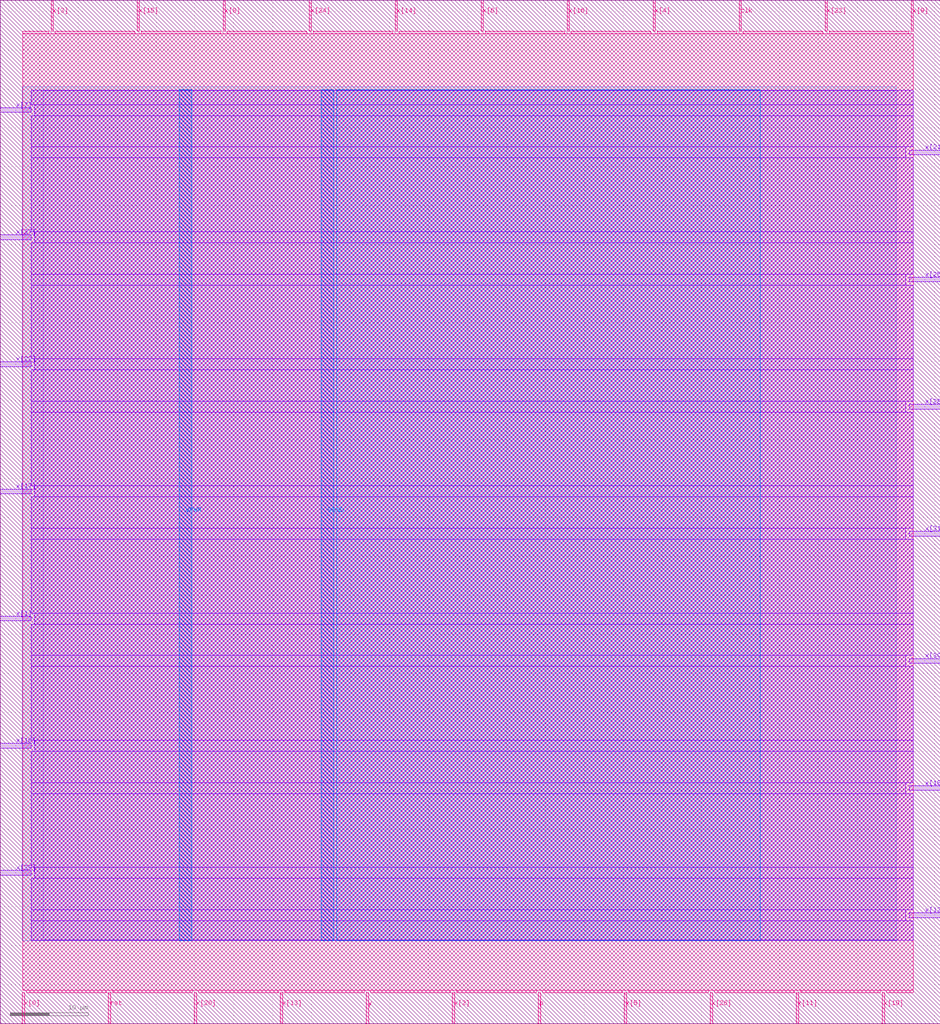
<source format=lef>
# Copyright 2020 The SkyWater PDK Authors
#
# Licensed under the Apache License, Version 2.0 (the "License");
# you may not use this file except in compliance with the License.
# You may obtain a copy of the License at
#
#     https://www.apache.org/licenses/LICENSE-2.0
#
# Unless required by applicable law or agreed to in writing, software
# distributed under the License is distributed on an "AS IS" BASIS,
# WITHOUT WARRANTIES OR CONDITIONS OF ANY KIND, either express or implied.
# See the License for the specific language governing permissions and
# limitations under the License.
#
# SPDX-License-Identifier: Apache-2.0

VERSION 5.7 ;

BUSBITCHARS "[]" ;
DIVIDERCHAR "/" ;

UNITS
  TIME NANOSECONDS 1 ;
  CAPACITANCE PICOFARADS 1 ;
  RESISTANCE OHMS 1 ;
  DATABASE MICRONS 1000 ;
END UNITS

MANUFACTURINGGRID 0.005 ;
USEMINSPACING OBS OFF ;

PROPERTYDEFINITIONS
  LAYER LEF58_TYPE STRING ;
END PROPERTYDEFINITIONS

# High density, single height
SITE unithd
  SYMMETRY Y ;
  CLASS CORE ;
  SIZE 0.46 BY 2.72 ;
END unithd

# High density, double height
SITE unithddbl
  SYMMETRY Y ;
  CLASS CORE ;
  SIZE 0.46 BY 5.44 ;
END unithddbl

LAYER nwell
  TYPE MASTERSLICE ;
  PROPERTY LEF58_TYPE "TYPE NWELL ;" ;
END nwell

LAYER pwell
  TYPE MASTERSLICE ;
  PROPERTY LEF58_TYPE "TYPE PWELL ;" ;
END pwell

LAYER li1
  TYPE ROUTING ;
  DIRECTION VERTICAL ;

  PITCH 0.46 0.34 ;
  OFFSET 0.23 0.17 ;

  WIDTH 0.17 ;          # LI 1
  # SPACING  0.17 ;     # LI 2
  SPACINGTABLE
     PARALLELRUNLENGTH 0
     WIDTH 0 0.17 ;
  AREA 0.0561 ;         # LI 6
  THICKNESS 0.1 ;
  EDGECAPACITANCE 40.697E-6 ;
  CAPACITANCE CPERSQDIST 36.9866E-6 ;
  RESISTANCE RPERSQ 12.8 ;

  ANTENNAMODEL OXIDE1 ;
  ANTENNADIFFSIDEAREARATIO PWL ( ( 0 75 ) ( 0.0125 75 ) ( 0.0225 85.125 ) ( 22.5 10200 ) ) ;
END li1

LAYER mcon
  TYPE CUT ;

  WIDTH 0.17 ;                # Mcon 1
  SPACING 0.19 ;              # Mcon 2
  ENCLOSURE BELOW 0 0 ;       # Mcon 4
  ENCLOSURE ABOVE 0.03 0.06 ; # Met1 4 / Met1 5
  RESISTANCE 9.30 ;

  ANTENNADIFFAREARATIO PWL ( ( 0 3 ) ( 0.0125 3 ) ( 0.0225 3.405 ) ( 22.5 408 ) ) ;
  DCCURRENTDENSITY AVERAGE 0.36 ; # mA per via Iavg_max at Tj = 90oC

END mcon

LAYER met1
  TYPE ROUTING ;
  DIRECTION HORIZONTAL ;

  PITCH 0.34 ;
  OFFSET 0.17 ;

  WIDTH 0.14 ;                     # Met1 1
  # SPACING 0.14 ;                 # Met1 2
  # SPACING 0.28 RANGE 3.001 100 ; # Met1 3b
  SPACINGTABLE
     PARALLELRUNLENGTH 0
     WIDTH 0 0.14
     WIDTH 3 0.28 ;
  AREA 0.083 ;                     # Met1 6
  THICKNESS 0.35 ;
  MINENCLOSEDAREA 0.14 ;

  ANTENNAMODEL OXIDE1 ;
  ANTENNADIFFSIDEAREARATIO PWL ( ( 0 400 ) ( 0.0125 400 ) ( 0.0225 2609 ) ( 22.5 11600 ) ) ;

  EDGECAPACITANCE 40.567E-6 ;
  CAPACITANCE CPERSQDIST 25.7784E-6 ;
  DCCURRENTDENSITY AVERAGE 2.8 ; # mA/um Iavg_max at Tj = 90oC
  ACCURRENTDENSITY RMS 6.1 ; # mA/um Irms_max at Tj = 90oC
  MAXIMUMDENSITY 70 ;
  DENSITYCHECKWINDOW 700 700 ;
  DENSITYCHECKSTEP 70 ;

  RESISTANCE RPERSQ 0.125 ;
END met1

LAYER via
  TYPE CUT ;
  WIDTH 0.15 ;                  # Via 1a
  SPACING 0.17 ;                # Via 2
  ENCLOSURE BELOW 0.055 0.085 ; # Via 4a / Via 5a
  ENCLOSURE ABOVE 0.055 0.085 ; # Met2 4 / Met2 5
  RESISTANCE 4.50 ;

  ANTENNADIFFAREARATIO PWL ( ( 0 6 ) ( 0.0125 6 ) ( 0.0225 6.81 ) ( 22.5 816 ) ) ;
  DCCURRENTDENSITY AVERAGE 0.29 ; # mA per via Iavg_max at Tj = 90oC
END via

LAYER met2
  TYPE ROUTING ;
  DIRECTION VERTICAL ;

  PITCH 0.46 ;
  OFFSET 0.23 ;

  WIDTH 0.14 ;                        # Met2 1
  # SPACING  0.14 ;                   # Met2 2
  # SPACING  0.28 RANGE 3.001 100 ;   # Met2 3b
  SPACINGTABLE
     PARALLELRUNLENGTH 0
     WIDTH 0 0.14
     WIDTH 3 0.28 ;
  AREA 0.0676 ;                       # Met2 6
  THICKNESS 0.35 ;
  MINENCLOSEDAREA 0.14 ;

  EDGECAPACITANCE 37.759E-6 ;
  CAPACITANCE CPERSQDIST 16.9423E-6 ;
  RESISTANCE RPERSQ 0.125 ;
  DCCURRENTDENSITY AVERAGE 2.8 ; # mA/um Iavg_max at Tj = 90oC
  ACCURRENTDENSITY RMS 6.1 ; # mA/um Irms_max at Tj = 90oC

  ANTENNAMODEL OXIDE1 ;
  ANTENNADIFFSIDEAREARATIO PWL ( ( 0 400 ) ( 0.0125 400 ) ( 0.0225 2609 ) ( 22.5 11600 ) ) ;

  MAXIMUMDENSITY 70 ;
  DENSITYCHECKWINDOW 700 700 ;
  DENSITYCHECKSTEP 70 ;
END met2

# ******** Layer via2, type routing, number 44 **************
LAYER via2
  TYPE CUT ;
  WIDTH 0.2 ;                   # Via2 1
  SPACING 0.2 ;                 # Via2 2
  ENCLOSURE BELOW 0.04 0.085 ;  # Via2 4
  ENCLOSURE ABOVE 0.065 0.065 ; # Met3 4
  RESISTANCE 3.41 ;
  ANTENNADIFFAREARATIO PWL ( ( 0 6 ) ( 0.0125 6 ) ( 0.0225 6.81 ) ( 22.5 816 ) ) ;
  DCCURRENTDENSITY AVERAGE 0.48 ; # mA per via Iavg_max at Tj = 90oC
END via2

LAYER met3
  TYPE ROUTING ;
  DIRECTION HORIZONTAL ;

  PITCH 0.68 ;
  OFFSET 0.34 ;

  WIDTH 0.3 ;              # Met3 1
  # SPACING 0.3 ;          # Met3 2
  SPACINGTABLE
     PARALLELRUNLENGTH 0
     WIDTH 0 0.3
     WIDTH 3 0.4 ;
  AREA 0.24 ;              # Met3 6
  THICKNESS 0.8 ;

  EDGECAPACITANCE 40.989E-6 ;
  CAPACITANCE CPERSQDIST 12.3729E-6 ;
  RESISTANCE RPERSQ 0.047 ;
  DCCURRENTDENSITY AVERAGE 6.8 ; # mA/um Iavg_max at Tj = 90oC
  ACCURRENTDENSITY RMS 14.9 ; # mA/um Irms_max at Tj = 90oC

  ANTENNAMODEL OXIDE1 ;
  ANTENNADIFFSIDEAREARATIO PWL ( ( 0 400 ) ( 0.0125 400 ) ( 0.0225 2609 ) ( 22.5 11600 ) ) ;

  MAXIMUMDENSITY 70 ;
  DENSITYCHECKWINDOW 700 700 ;
  DENSITYCHECKSTEP 70 ;
END met3

LAYER via3
  TYPE CUT ;
  WIDTH 0.2 ;                   # Via3 1
  SPACING 0.2 ;                 # Via3 2
  ENCLOSURE BELOW 0.06 0.09 ;   # Via3 4 / Via3 5
  ENCLOSURE ABOVE 0.065 0.065 ; # Met4 3
  RESISTANCE 3.41 ;
  ANTENNADIFFAREARATIO PWL ( ( 0 6 ) ( 0.0125 6 ) ( 0.0225 6.81 ) ( 22.5 816 ) ) ;
  DCCURRENTDENSITY AVERAGE 0.48 ; # mA per via Iavg_max at Tj = 90oC
END via3

LAYER met4
  TYPE ROUTING ;
  DIRECTION VERTICAL ;

  PITCH 0.92 ;
  OFFSET 0.46 ;

  WIDTH 0.3 ;             # Met4 1
  # SPACING  0.3 ;             # Met4 2
  SPACINGTABLE
     PARALLELRUNLENGTH 0
     WIDTH 0 0.3
     WIDTH 3 0.4 ;
  AREA 0.24 ;            # Met4 4a

  THICKNESS 0.8 ;

  EDGECAPACITANCE 36.676E-6 ;
  CAPACITANCE CPERSQDIST 8.41537E-6 ;
  RESISTANCE RPERSQ 0.047 ;
  DCCURRENTDENSITY AVERAGE 6.8 ; # mA/um Iavg_max at Tj = 90oC
  ACCURRENTDENSITY RMS 14.9 ; # mA/um Irms_max at Tj = 90oC

  ANTENNAMODEL OXIDE1 ;
  ANTENNADIFFSIDEAREARATIO PWL ( ( 0 400 ) ( 0.0125 400 ) ( 0.0225 2609 ) ( 22.5 11600 ) ) ;

  MAXIMUMDENSITY 70 ;
  DENSITYCHECKWINDOW 700 700 ;
  DENSITYCHECKSTEP 70 ;
END met4

LAYER via4
  TYPE CUT ;

  WIDTH 0.8 ;                 # Via4 1
  SPACING 0.8 ;               # Via4 2
  ENCLOSURE BELOW 0.19 0.19 ; # Via4 4
  ENCLOSURE ABOVE 0.31 0.31 ; # Met5 3
  RESISTANCE 0.38 ;
  ANTENNADIFFAREARATIO PWL ( ( 0 6 ) ( 0.0125 6 ) ( 0.0225 6.81 ) ( 22.5 816 ) ) ;
  DCCURRENTDENSITY AVERAGE 2.49 ; # mA per via Iavg_max at Tj = 90oC
END via4

LAYER met5
  TYPE ROUTING ;
  DIRECTION HORIZONTAL ;

  PITCH 3.4 ;
  OFFSET 1.7 ;

  WIDTH 1.6 ;            # Met5 1
  #SPACING  1.6 ;        # Met5 2
  SPACINGTABLE
     PARALLELRUNLENGTH 0
     WIDTH 0 1.6 ;
  AREA 4 ;               # Met5 4

  THICKNESS 1.2 ;

  EDGECAPACITANCE 38.851E-6 ;
  CAPACITANCE CPERSQDIST 6.32063E-6 ;
  RESISTANCE RPERSQ 0.0285 ;
  DCCURRENTDENSITY AVERAGE 10.17 ; # mA/um Iavg_max at Tj = 90oC
  ACCURRENTDENSITY RMS 22.34 ; # mA/um Irms_max at Tj = 90oC

  ANTENNAMODEL OXIDE1 ;
  ANTENNADIFFSIDEAREARATIO PWL ( ( 0 400 ) ( 0.0125 400 ) ( 0.0225 2609 ) ( 22.5 11600 ) ) ;
END met5


### Routing via cells section   ###
# Plus via rule, metals are along the prefered direction
VIA L1M1_PR DEFAULT
  LAYER mcon ;
  RECT -0.085 -0.085 0.085 0.085 ;
  LAYER li1 ;
  RECT -0.085 -0.085 0.085 0.085 ;
  LAYER met1 ;
  RECT -0.145 -0.115 0.145 0.115 ;
END L1M1_PR

VIARULE L1M1_PR GENERATE
  LAYER li1 ;
  ENCLOSURE 0 0 ;
  LAYER met1 ;
  ENCLOSURE 0.06 0.03 ;
  LAYER mcon ;
  RECT -0.085 -0.085 0.085 0.085 ;
  SPACING 0.36 BY 0.36 ;
END L1M1_PR

# Plus via rule, metals are along the non prefered direction
VIA L1M1_PR_R DEFAULT
  LAYER mcon ;
  RECT -0.085 -0.085 0.085 0.085 ;
  LAYER li1 ;
  RECT -0.085 -0.085 0.085 0.085 ;
  LAYER met1 ;
  RECT -0.115 -0.145 0.115 0.145 ;
END L1M1_PR_R

VIARULE L1M1_PR_R GENERATE
  LAYER li1 ;
  ENCLOSURE 0 0 ;
  LAYER met1 ;
  ENCLOSURE 0.03 0.06 ;
  LAYER mcon ;
  RECT -0.085 -0.085 0.085 0.085 ;
  SPACING 0.36 BY 0.36 ;
END L1M1_PR_R

# Minus via rule, lower layer metal is along prefered direction
VIA L1M1_PR_M DEFAULT
  LAYER mcon ;
  RECT -0.085 -0.085 0.085 0.085 ;
  LAYER li1 ;
  RECT -0.085 -0.085 0.085 0.085 ;
  LAYER met1 ;
  RECT -0.115 -0.145 0.115 0.145 ;
END L1M1_PR_M

VIARULE L1M1_PR_M GENERATE
  LAYER li1 ;
  ENCLOSURE 0 0 ;
  LAYER met1 ;
  ENCLOSURE 0.03 0.06 ;
  LAYER mcon ;
  RECT -0.085 -0.085 0.085 0.085 ;
  SPACING 0.36 BY 0.36 ;
END L1M1_PR_M

# Minus via rule, upper layer metal is along prefered direction
VIA L1M1_PR_MR DEFAULT
  LAYER mcon ;
  RECT -0.085 -0.085 0.085 0.085 ;
  LAYER li1 ;
  RECT -0.085 -0.085 0.085 0.085 ;
  LAYER met1 ;
  RECT -0.145 -0.115 0.145 0.115 ;
END L1M1_PR_MR

VIARULE L1M1_PR_MR GENERATE
  LAYER li1 ;
  ENCLOSURE 0 0 ;
  LAYER met1 ;
  ENCLOSURE 0.06 0.03 ;
  LAYER mcon ;
  RECT -0.085 -0.085 0.085 0.085 ;
  SPACING 0.36 BY 0.36 ;
END L1M1_PR_MR

# Centered via rule, we really do not want to use it
VIA L1M1_PR_C DEFAULT
  LAYER mcon ;
  RECT -0.085 -0.085 0.085 0.085 ;
  LAYER li1 ;
  RECT -0.085 -0.085 0.085 0.085 ;
  LAYER met1 ;
  RECT -0.145 -0.145 0.145 0.145 ;
END L1M1_PR_C

VIARULE L1M1_PR_C GENERATE
  LAYER li1 ;
  ENCLOSURE 0 0 ;
  LAYER met1 ;
  ENCLOSURE 0.06 0.06 ;
  LAYER mcon ;
  RECT -0.085 -0.085 0.085 0.085 ;
  SPACING 0.36 BY 0.36 ;
END L1M1_PR_C

# Plus via rule, metals are along the prefered direction
VIA M1M2_PR DEFAULT
  LAYER via ;
  RECT -0.075 -0.075 0.075 0.075 ;
  LAYER met1 ;
  RECT -0.16 -0.13 0.16 0.13 ;
  LAYER met2 ;
  RECT -0.13 -0.16 0.13 0.16 ;
END M1M2_PR

VIARULE M1M2_PR GENERATE
  LAYER met1 ;
  ENCLOSURE 0.085 0.055 ;
  LAYER met2 ;
  ENCLOSURE 0.055 0.085 ;
  LAYER via ;
  RECT -0.075 -0.075 0.075 0.075 ;
  SPACING 0.32 BY 0.32 ;
END M1M2_PR

# Plus via rule, metals are along the non prefered direction
VIA M1M2_PR_R DEFAULT
  LAYER via ;
  RECT -0.075 -0.075 0.075 0.075 ;
  LAYER met1 ;
  RECT -0.13 -0.16 0.13 0.16 ;
  LAYER met2 ;
  RECT -0.16 -0.13 0.16 0.13 ;
END M1M2_PR_R

VIARULE M1M2_PR_R GENERATE
  LAYER met1 ;
  ENCLOSURE 0.055 0.085 ;
  LAYER met2 ;
  ENCLOSURE 0.085 0.055 ;
  LAYER via ;
  RECT -0.075 -0.075 0.075 0.075 ;
  SPACING 0.32 BY 0.32 ;
END M1M2_PR_R

# Minus via rule, lower layer metal is along prefered direction
VIA M1M2_PR_M DEFAULT
  LAYER via ;
  RECT -0.075 -0.075 0.075 0.075 ;
  LAYER met1 ;
  RECT -0.16 -0.13 0.16 0.13 ;
  LAYER met2 ;
  RECT -0.16 -0.13 0.16 0.13 ;
END M1M2_PR_M

VIARULE M1M2_PR_M GENERATE
  LAYER met1 ;
  ENCLOSURE 0.085 0.055 ;
  LAYER met2 ;
  ENCLOSURE 0.085 0.055 ;
  LAYER via ;
  RECT -0.075 -0.075 0.075 0.075 ;
  SPACING 0.32 BY 0.32 ;
END M1M2_PR_M

# Minus via rule, upper layer metal is along prefered direction
VIA M1M2_PR_MR DEFAULT
  LAYER via ;
  RECT -0.075 -0.075 0.075 0.075 ;
  LAYER met1 ;
  RECT -0.13 -0.16 0.13 0.16 ;
  LAYER met2 ;
  RECT -0.13 -0.16 0.13 0.16 ;
END M1M2_PR_MR

VIARULE M1M2_PR_MR GENERATE
  LAYER met1 ;
  ENCLOSURE 0.055 0.085 ;
  LAYER met2 ;
  ENCLOSURE 0.055 0.085 ;
  LAYER via ;
  RECT -0.075 -0.075 0.075 0.075 ;
  SPACING 0.32 BY 0.32 ;
END M1M2_PR_MR

# Centered via rule, we really do not want to use it
VIA M1M2_PR_C DEFAULT
  LAYER via ;
  RECT -0.075 -0.075 0.075 0.075 ;
  LAYER met1 ;
  RECT -0.16 -0.16 0.16 0.16 ;
  LAYER met2 ;
  RECT -0.16 -0.16 0.16 0.16 ;
END M1M2_PR_C

VIARULE M1M2_PR_C GENERATE
  LAYER met1 ;
  ENCLOSURE 0.085 0.085 ;
  LAYER met2 ;
  ENCLOSURE 0.085 0.085 ;
  LAYER via ;
  RECT -0.075 -0.075 0.075 0.075 ;
  SPACING 0.32 BY 0.32 ;
END M1M2_PR_C

# Plus via rule, metals are along the prefered direction
VIA M2M3_PR DEFAULT
  LAYER via2 ;
  RECT -0.1 -0.1 0.1 0.1 ;
  LAYER met2 ;
  RECT -0.14 -0.185 0.14 0.185 ;
  LAYER met3 ;
  RECT -0.165 -0.165 0.165 0.165 ;
END M2M3_PR

VIARULE M2M3_PR GENERATE
  LAYER met2 ;
  ENCLOSURE 0.04 0.085 ;
  LAYER met3 ;
  ENCLOSURE 0.065 0.065 ;
  LAYER via2 ;
  RECT -0.1 -0.1 0.1 0.1 ;
  SPACING 0.4 BY 0.4 ;
END M2M3_PR

# Plus via rule, metals are along the non prefered direction
VIA M2M3_PR_R DEFAULT
  LAYER via2 ;
  RECT -0.1 -0.1 0.1 0.1 ;
  LAYER met2 ;
  RECT -0.185 -0.14 0.185 0.14 ;
  LAYER met3 ;
  RECT -0.165 -0.165 0.165 0.165 ;
END M2M3_PR_R

VIARULE M2M3_PR_R GENERATE
  LAYER met2 ;
  ENCLOSURE 0.085 0.04 ;
  LAYER met3 ;
  ENCLOSURE 0.065 0.065 ;
  LAYER via2 ;
  RECT -0.1 -0.1 0.1 0.1 ;
  SPACING 0.4 BY 0.4 ;
END M2M3_PR_R

# Minus via rule, lower layer metal is along prefered direction
VIA M2M3_PR_M DEFAULT
  LAYER via2 ;
  RECT -0.1 -0.1 0.1 0.1 ;
  LAYER met2 ;
  RECT -0.14 -0.185 0.14 0.185 ;
  LAYER met3 ;
  RECT -0.165 -0.165 0.165 0.165 ;
END M2M3_PR_M

VIARULE M2M3_PR_M GENERATE
  LAYER met2 ;
  ENCLOSURE 0.04 0.085 ;
  LAYER met3 ;
  ENCLOSURE 0.065 0.065 ;
  LAYER via2 ;
  RECT -0.1 -0.1 0.1 0.1 ;
  SPACING 0.4 BY 0.4 ;
END M2M3_PR_M

# Minus via rule, upper layer metal is along prefered direction
VIA M2M3_PR_MR DEFAULT
  LAYER via2 ;
  RECT -0.1 -0.1 0.1 0.1 ;
  LAYER met2 ;
  RECT -0.185 -0.14 0.185 0.14 ;
  LAYER met3 ;
  RECT -0.165 -0.165 0.165 0.165 ;
END M2M3_PR_MR

VIARULE M2M3_PR_MR GENERATE
  LAYER met2 ;
  ENCLOSURE 0.085 0.04 ;
  LAYER met3 ;
  ENCLOSURE 0.065 0.065 ;
  LAYER via2 ;
  RECT -0.1 -0.1 0.1 0.1 ;
  SPACING 0.4 BY 0.4 ;
END M2M3_PR_MR

# Centered via rule, we really do not want to use it
VIA M2M3_PR_C DEFAULT
  LAYER via2 ;
  RECT -0.1 -0.1 0.1 0.1 ;
  LAYER met2 ;
  RECT -0.185 -0.185 0.185 0.185 ;
  LAYER met3 ;
  RECT -0.165 -0.165 0.165 0.165 ;
END M2M3_PR_C

VIARULE M2M3_PR_C GENERATE
  LAYER met2 ;
  ENCLOSURE 0.085 0.085 ;
  LAYER met3 ;
  ENCLOSURE 0.065 0.065 ;
  LAYER via2 ;
  RECT -0.1 -0.1 0.1 0.1 ;
  SPACING 0.4 BY 0.4 ;
END M2M3_PR_C

# Plus via rule, metals are along the prefered direction
VIA M3M4_PR DEFAULT
  LAYER via3 ;
  RECT -0.1 -0.1 0.1 0.1 ;
  LAYER met3 ;
  RECT -0.19 -0.16 0.19 0.16 ;
  LAYER met4 ;
  RECT -0.165 -0.165 0.165 0.165 ;
END M3M4_PR

VIARULE M3M4_PR GENERATE
  LAYER met3 ;
  ENCLOSURE 0.09 0.06 ;
  LAYER met4 ;
  ENCLOSURE 0.065 0.065 ;
  LAYER via3 ;
  RECT -0.1 -0.1 0.1 0.1 ;
  SPACING 0.4 BY 0.4 ;
END M3M4_PR

# Plus via rule, metals are along the non prefered direction
VIA M3M4_PR_R DEFAULT
  LAYER via3 ;
  RECT -0.1 -0.1 0.1 0.1 ;
  LAYER met3 ;
  RECT -0.16 -0.19 0.16 0.19 ;
  LAYER met4 ;
  RECT -0.165 -0.165 0.165 0.165 ;
END M3M4_PR_R

VIARULE M3M4_PR_R GENERATE
  LAYER met3 ;
  ENCLOSURE 0.06 0.09 ;
  LAYER met4 ;
  ENCLOSURE 0.065 0.065 ;
  LAYER via3 ;
  RECT -0.1 -0.1 0.1 0.1 ;
  SPACING 0.4 BY 0.4 ;
END M3M4_PR_R

# Minus via rule, lower layer metal is along prefered direction
VIA M3M4_PR_M DEFAULT
  LAYER via3 ;
  RECT -0.1 -0.1 0.1 0.1 ;
  LAYER met3 ;
  RECT -0.19 -0.16 0.19 0.16 ;
  LAYER met4 ;
  RECT -0.165 -0.165 0.165 0.165 ;
END M3M4_PR_M

VIARULE M3M4_PR_M GENERATE
  LAYER met3 ;
  ENCLOSURE 0.09 0.06 ;
  LAYER met4 ;
  ENCLOSURE 0.065 0.065 ;
  LAYER via3 ;
  RECT -0.1 -0.1 0.1 0.1 ;
  SPACING 0.4 BY 0.4 ;
END M3M4_PR_M

# Minus via rule, upper layer metal is along prefered direction
VIA M3M4_PR_MR DEFAULT
  LAYER via3 ;
  RECT -0.1 -0.1 0.1 0.1 ;
  LAYER met3 ;
  RECT -0.16 -0.19 0.16 0.19 ;
  LAYER met4 ;
  RECT -0.165 -0.165 0.165 0.165 ;
END M3M4_PR_MR

VIARULE M3M4_PR_MR GENERATE
  LAYER met3 ;
  ENCLOSURE 0.06 0.09 ;
  LAYER met4 ;
  ENCLOSURE 0.065 0.065 ;
  LAYER via3 ;
  RECT -0.1 -0.1 0.1 0.1 ;
  SPACING 0.4 BY 0.4 ;
END M3M4_PR_MR

# Centered via rule, we really do not want to use it
VIA M3M4_PR_C DEFAULT
  LAYER via3 ;
  RECT -0.1 -0.1 0.1 0.1 ;
  LAYER met3 ;
  RECT -0.19 -0.19 0.19 0.19 ;
  LAYER met4 ;
  RECT -0.165 -0.165 0.165 0.165 ;
END M3M4_PR_C

VIARULE M3M4_PR_C GENERATE
  LAYER met3 ;
  ENCLOSURE 0.09 0.09 ;
  LAYER met4 ;
  ENCLOSURE 0.065 0.065 ;
  LAYER via3 ;
  RECT -0.1 -0.1 0.1 0.1 ;
  SPACING 0.4 BY 0.4 ;
END M3M4_PR_C

# Plus via rule, metals are along the prefered direction
VIA M4M5_PR DEFAULT
  LAYER via4 ;
  RECT -0.4 -0.4 0.4 0.4 ;
  LAYER met4 ;
  RECT -0.59 -0.59 0.59 0.59 ;
  LAYER met5 ;
  RECT -0.71 -0.71 0.71 0.71 ;
END M4M5_PR

VIARULE M4M5_PR GENERATE
  LAYER met4 ;
  ENCLOSURE 0.19 0.19 ;
  LAYER met5 ;
  ENCLOSURE 0.31 0.31 ;
  LAYER via4 ;
  RECT -0.4 -0.4 0.4 0.4 ;
  SPACING 1.6 BY 1.6 ;
END M4M5_PR

# Plus via rule, metals are along the non prefered direction
VIA M4M5_PR_R DEFAULT
  LAYER via4 ;
  RECT -0.4 -0.4 0.4 0.4 ;
  LAYER met4 ;
  RECT -0.59 -0.59 0.59 0.59 ;
  LAYER met5 ;
  RECT -0.71 -0.71 0.71 0.71 ;
END M4M5_PR_R

VIARULE M4M5_PR_R GENERATE
  LAYER met4 ;
  ENCLOSURE 0.19 0.19 ;
  LAYER met5 ;
  ENCLOSURE 0.31 0.31 ;
  LAYER via4 ;
  RECT -0.4 -0.4 0.4 0.4 ;
  SPACING 1.6 BY 1.6 ;
END M4M5_PR_R

# Minus via rule, lower layer metal is along prefered direction
VIA M4M5_PR_M DEFAULT
  LAYER via4 ;
  RECT -0.4 -0.4 0.4 0.4 ;
  LAYER met4 ;
  RECT -0.59 -0.59 0.59 0.59 ;
  LAYER met5 ;
  RECT -0.71 -0.71 0.71 0.71 ;
END M4M5_PR_M

VIARULE M4M5_PR_M GENERATE
  LAYER met4 ;
  ENCLOSURE 0.19 0.19 ;
  LAYER met5 ;
  ENCLOSURE 0.31 0.31 ;
  LAYER via4 ;
  RECT -0.4 -0.4 0.4 0.4 ;
  SPACING 1.6 BY 1.6 ;
END M4M5_PR_M

# Minus via rule, upper layer metal is along prefered direction
VIA M4M5_PR_MR DEFAULT
  LAYER via4 ;
  RECT -0.4 -0.4 0.4 0.4 ;
  LAYER met4 ;
  RECT -0.59 -0.59 0.59 0.59 ;
  LAYER met5 ;
  RECT -0.71 -0.71 0.71 0.71 ;
END M4M5_PR_MR

VIARULE M4M5_PR_MR GENERATE
  LAYER met4 ;
  ENCLOSURE 0.19 0.19 ;
  LAYER met5 ;
  ENCLOSURE 0.31 0.31 ;
  LAYER via4 ;
  RECT -0.4 -0.4 0.4 0.4 ;
  SPACING 1.6 BY 1.6 ;
END M4M5_PR_MR

# Centered via rule, we really do not want to use it
VIA M4M5_PR_C DEFAULT
  LAYER via4 ;
  RECT -0.4 -0.4 0.4 0.4 ;
  LAYER met4 ;
  RECT -0.59 -0.59 0.59 0.59 ;
  LAYER met5 ;
  RECT -0.71 -0.71 0.71 0.71 ;
END M4M5_PR_C

VIARULE M4M5_PR_C GENERATE
  LAYER met4 ;
  ENCLOSURE 0.19 0.19 ;
  LAYER met5 ;
  ENCLOSURE 0.31 0.31 ;
  LAYER via4 ;
  RECT -0.4 -0.4 0.4 0.4 ;
  SPACING 1.6 BY 1.6 ;
END M4M5_PR_C
###  end of single via cells   ###


MACRO sky130_fd_sc_hd__a2bb2o_1
  CLASS CORE ;
  FOREIGN sky130_fd_sc_hd__a2bb2o_1 ;
  ORIGIN 0.000 0.000 ;
  SIZE 3.680 BY 2.720 ;
  SYMMETRY X Y R90 ;
  SITE unithd ;
  PIN A1_N
    DIRECTION INPUT ;
    USE SIGNAL ;
    ANTENNAGATEAREA 0.126000 ;
    PORT
      LAYER li1 ;
        RECT 0.910 0.995 1.240 1.615 ;
    END
  END A1_N
  PIN A2_N
    DIRECTION INPUT ;
    USE SIGNAL ;
    ANTENNAGATEAREA 0.126000 ;
    PORT
      LAYER li1 ;
        RECT 1.410 0.995 1.700 1.375 ;
    END
  END A2_N
  PIN B1
    DIRECTION INPUT ;
    USE SIGNAL ;
    ANTENNAGATEAREA 0.126000 ;
    PORT
      LAYER li1 ;
        RECT 3.280 0.765 3.540 1.655 ;
    END
  END B1
  PIN B2
    DIRECTION INPUT ;
    USE SIGNAL ;
    ANTENNAGATEAREA 0.126000 ;
    PORT
      LAYER li1 ;
        RECT 2.600 1.355 3.080 1.655 ;
        RECT 2.820 0.765 3.080 1.355 ;
    END
  END B2
  PIN VGND
    DIRECTION INOUT ;
    USE GROUND ;
    SHAPE ABUTMENT ;
    PORT
      LAYER met1 ;
        RECT 0.000 -0.240 3.680 0.240 ;
    END
  END VGND
  PIN VNB
    DIRECTION INOUT ;
    USE GROUND ;
    PORT
      LAYER pwell ;
        RECT 0.005 0.785 0.925 1.015 ;
        RECT 0.005 0.105 3.590 0.785 ;
        RECT 0.150 -0.085 0.320 0.105 ;
    END
  END VNB
  PIN VPB
    DIRECTION INOUT ;
    USE POWER ;
    PORT
      LAYER nwell ;
        RECT -0.190 1.305 3.870 2.910 ;
    END
  END VPB
  PIN VPWR
    DIRECTION INOUT ;
    USE POWER ;
    SHAPE ABUTMENT ;
    PORT
      LAYER met1 ;
        RECT 0.000 2.480 3.680 2.960 ;
    END
  END VPWR
  PIN X
    DIRECTION OUTPUT ;
    USE SIGNAL ;
    ANTENNADIFFAREA 0.429000 ;
    PORT
      LAYER li1 ;
        RECT 0.085 1.525 0.345 2.465 ;
        RECT 0.085 0.810 0.260 1.525 ;
        RECT 0.085 0.255 0.345 0.810 ;
    END
  END X
  OBS
      LAYER li1 ;
        RECT 0.000 2.635 3.680 2.805 ;
        RECT 0.515 2.235 0.845 2.635 ;
        RECT 1.990 2.370 2.245 2.465 ;
        RECT 1.105 2.200 2.245 2.370 ;
        RECT 2.415 2.255 2.745 2.425 ;
        RECT 1.105 1.975 1.275 2.200 ;
        RECT 0.515 1.805 1.275 1.975 ;
        RECT 1.990 2.065 2.245 2.200 ;
        RECT 0.515 1.325 0.685 1.805 ;
        RECT 1.540 1.715 1.710 1.905 ;
        RECT 1.990 1.895 2.400 2.065 ;
        RECT 1.540 1.545 2.060 1.715 ;
        RECT 0.430 0.995 0.685 1.325 ;
        RECT 1.890 0.825 2.060 1.545 ;
        RECT 1.180 0.655 2.060 0.825 ;
        RECT 2.230 0.870 2.400 1.895 ;
        RECT 2.575 2.005 2.745 2.255 ;
        RECT 2.915 2.175 3.165 2.635 ;
        RECT 3.335 2.005 3.515 2.465 ;
        RECT 2.575 1.835 3.515 2.005 ;
        RECT 2.230 0.700 2.580 0.870 ;
        RECT 0.515 0.085 0.945 0.530 ;
        RECT 1.180 0.255 1.350 0.655 ;
        RECT 1.520 0.085 2.240 0.485 ;
        RECT 2.410 0.255 2.580 0.700 ;
        RECT 3.155 0.085 3.555 0.595 ;
        RECT 0.000 -0.085 3.680 0.085 ;
      LAYER mcon ;
        RECT 0.145 2.635 0.315 2.805 ;
        RECT 0.605 2.635 0.775 2.805 ;
        RECT 1.065 2.635 1.235 2.805 ;
        RECT 1.525 2.635 1.695 2.805 ;
        RECT 1.985 2.635 2.155 2.805 ;
        RECT 2.445 2.635 2.615 2.805 ;
        RECT 2.905 2.635 3.075 2.805 ;
        RECT 3.365 2.635 3.535 2.805 ;
        RECT 0.145 -0.085 0.315 0.085 ;
        RECT 0.605 -0.085 0.775 0.085 ;
        RECT 1.065 -0.085 1.235 0.085 ;
        RECT 1.525 -0.085 1.695 0.085 ;
        RECT 1.985 -0.085 2.155 0.085 ;
        RECT 2.445 -0.085 2.615 0.085 ;
        RECT 2.905 -0.085 3.075 0.085 ;
        RECT 3.365 -0.085 3.535 0.085 ;
  END
END sky130_fd_sc_hd__a2bb2o_1
MACRO sky130_fd_sc_hd__a2bb2o_2
  CLASS CORE ;
  FOREIGN sky130_fd_sc_hd__a2bb2o_2 ;
  ORIGIN 0.000 0.000 ;
  SIZE 4.140 BY 2.720 ;
  SYMMETRY X Y R90 ;
  SITE unithd ;
  PIN A1_N
    DIRECTION INPUT ;
    USE SIGNAL ;
    ANTENNAGATEAREA 0.159000 ;
    PORT
      LAYER li1 ;
        RECT 1.345 0.995 1.675 1.615 ;
    END
  END A1_N
  PIN A2_N
    DIRECTION INPUT ;
    USE SIGNAL ;
    ANTENNAGATEAREA 0.159000 ;
    PORT
      LAYER li1 ;
        RECT 1.845 0.995 2.135 1.375 ;
    END
  END A2_N
  PIN B1
    DIRECTION INPUT ;
    USE SIGNAL ;
    ANTENNAGATEAREA 0.159000 ;
    PORT
      LAYER li1 ;
        RECT 3.730 0.765 3.990 1.655 ;
    END
  END B1
  PIN B2
    DIRECTION INPUT ;
    USE SIGNAL ;
    ANTENNAGATEAREA 0.159000 ;
    PORT
      LAYER li1 ;
        RECT 3.050 1.355 3.530 1.655 ;
        RECT 3.270 0.765 3.530 1.355 ;
    END
  END B2
  PIN VGND
    DIRECTION INOUT ;
    USE GROUND ;
    SHAPE ABUTMENT ;
    PORT
      LAYER met1 ;
        RECT 0.000 -0.240 4.140 0.240 ;
    END
  END VGND
  PIN VNB
    DIRECTION INOUT ;
    USE GROUND ;
    PORT
      LAYER pwell ;
        RECT 0.015 0.785 1.360 1.015 ;
        RECT 0.015 0.105 4.040 0.785 ;
        RECT 0.125 -0.085 0.295 0.105 ;
    END
  END VNB
  PIN VPB
    DIRECTION INOUT ;
    USE POWER ;
    PORT
      LAYER nwell ;
        RECT -0.190 1.305 4.330 2.910 ;
    END
  END VPB
  PIN VPWR
    DIRECTION INOUT ;
    USE POWER ;
    SHAPE ABUTMENT ;
    PORT
      LAYER met1 ;
        RECT 0.000 2.480 4.140 2.960 ;
    END
  END VPWR
  PIN X
    DIRECTION OUTPUT ;
    USE SIGNAL ;
    ANTENNADIFFAREA 0.445500 ;
    PORT
      LAYER li1 ;
        RECT 0.525 1.525 0.780 2.465 ;
        RECT 0.525 0.810 0.695 1.525 ;
        RECT 0.525 0.255 0.780 0.810 ;
    END
  END X
  OBS
      LAYER li1 ;
        RECT 0.000 2.635 4.140 2.805 ;
        RECT 0.185 1.445 0.355 2.635 ;
        RECT 0.950 2.235 1.280 2.635 ;
        RECT 2.500 2.370 2.670 2.465 ;
        RECT 1.540 2.200 2.670 2.370 ;
        RECT 2.875 2.255 3.205 2.425 ;
        RECT 1.540 1.975 1.710 2.200 ;
        RECT 0.950 1.805 1.710 1.975 ;
        RECT 2.440 2.065 2.670 2.200 ;
        RECT 0.950 1.325 1.120 1.805 ;
        RECT 1.975 1.715 2.145 1.905 ;
        RECT 2.440 1.895 2.850 2.065 ;
        RECT 1.975 1.545 2.510 1.715 ;
        RECT 0.865 0.995 1.120 1.325 ;
        RECT 0.185 0.085 0.355 0.930 ;
        RECT 2.340 0.825 2.510 1.545 ;
        RECT 1.615 0.655 2.510 0.825 ;
        RECT 2.680 0.870 2.850 1.895 ;
        RECT 3.035 2.005 3.205 2.255 ;
        RECT 3.375 2.175 3.625 2.635 ;
        RECT 3.795 2.005 3.965 2.465 ;
        RECT 3.035 1.835 3.965 2.005 ;
        RECT 2.680 0.700 3.030 0.870 ;
        RECT 0.950 0.085 1.380 0.530 ;
        RECT 1.615 0.255 1.785 0.655 ;
        RECT 1.955 0.085 2.690 0.485 ;
        RECT 2.860 0.255 3.030 0.700 ;
        RECT 3.605 0.085 4.005 0.595 ;
        RECT 0.000 -0.085 4.140 0.085 ;
      LAYER mcon ;
        RECT 0.145 2.635 0.315 2.805 ;
        RECT 0.605 2.635 0.775 2.805 ;
        RECT 1.065 2.635 1.235 2.805 ;
        RECT 1.525 2.635 1.695 2.805 ;
        RECT 1.985 2.635 2.155 2.805 ;
        RECT 2.445 2.635 2.615 2.805 ;
        RECT 2.905 2.635 3.075 2.805 ;
        RECT 3.365 2.635 3.535 2.805 ;
        RECT 3.825 2.635 3.995 2.805 ;
        RECT 0.145 -0.085 0.315 0.085 ;
        RECT 0.605 -0.085 0.775 0.085 ;
        RECT 1.065 -0.085 1.235 0.085 ;
        RECT 1.525 -0.085 1.695 0.085 ;
        RECT 1.985 -0.085 2.155 0.085 ;
        RECT 2.445 -0.085 2.615 0.085 ;
        RECT 2.905 -0.085 3.075 0.085 ;
        RECT 3.365 -0.085 3.535 0.085 ;
        RECT 3.825 -0.085 3.995 0.085 ;
  END
END sky130_fd_sc_hd__a2bb2o_2
MACRO sky130_fd_sc_hd__a2bb2o_4
  CLASS CORE ;
  FOREIGN sky130_fd_sc_hd__a2bb2o_4 ;
  ORIGIN 0.000 0.000 ;
  SIZE 7.360 BY 2.720 ;
  SYMMETRY X Y R90 ;
  SITE unithd ;
  PIN A1_N
    DIRECTION INPUT ;
    USE SIGNAL ;
    ANTENNAGATEAREA 0.495000 ;
    PORT
      LAYER li1 ;
        RECT 3.475 1.445 4.965 1.615 ;
        RECT 3.475 1.325 3.645 1.445 ;
        RECT 3.315 1.075 3.645 1.325 ;
        RECT 4.605 1.075 4.965 1.445 ;
    END
  END A1_N
  PIN A2_N
    DIRECTION INPUT ;
    USE SIGNAL ;
    ANTENNAGATEAREA 0.495000 ;
    PORT
      LAYER li1 ;
        RECT 3.815 1.075 4.435 1.275 ;
    END
  END A2_N
  PIN B1
    DIRECTION INPUT ;
    USE SIGNAL ;
    ANTENNAGATEAREA 0.495000 ;
    PORT
      LAYER li1 ;
        RECT 0.085 1.445 1.685 1.615 ;
        RECT 0.085 1.075 0.575 1.445 ;
        RECT 1.515 1.245 1.685 1.445 ;
        RECT 1.515 1.075 1.895 1.245 ;
    END
  END B1
  PIN B2
    DIRECTION INPUT ;
    USE SIGNAL ;
    ANTENNAGATEAREA 0.495000 ;
    PORT
      LAYER li1 ;
        RECT 0.805 1.075 1.345 1.275 ;
    END
  END B2
  PIN VGND
    DIRECTION INOUT ;
    USE GROUND ;
    SHAPE ABUTMENT ;
    PORT
      LAYER met1 ;
        RECT 0.000 -0.240 7.360 0.240 ;
    END
  END VGND
  PIN VNB
    DIRECTION INOUT ;
    USE GROUND ;
    PORT
      LAYER pwell ;
        RECT 0.005 0.105 6.915 1.015 ;
        RECT 0.150 -0.085 0.320 0.105 ;
    END
  END VNB
  PIN VPB
    DIRECTION INOUT ;
    USE POWER ;
    PORT
      LAYER nwell ;
        RECT -0.190 1.305 7.550 2.910 ;
    END
  END VPB
  PIN VPWR
    DIRECTION INOUT ;
    USE POWER ;
    SHAPE ABUTMENT ;
    PORT
      LAYER met1 ;
        RECT 0.000 2.480 7.360 2.960 ;
    END
  END VPWR
  PIN X
    DIRECTION OUTPUT ;
    USE SIGNAL ;
    ANTENNADIFFAREA 0.891000 ;
    PORT
      LAYER li1 ;
        RECT 5.275 1.955 5.525 2.465 ;
        RECT 6.115 1.955 6.365 2.465 ;
        RECT 5.275 1.785 6.365 1.955 ;
        RECT 6.115 1.655 6.365 1.785 ;
        RECT 6.115 1.415 6.920 1.655 ;
        RECT 6.610 0.905 6.920 1.415 ;
        RECT 5.235 0.725 6.920 0.905 ;
        RECT 5.235 0.275 5.565 0.725 ;
        RECT 6.075 0.275 6.405 0.725 ;
    END
  END X
  OBS
      LAYER li1 ;
        RECT 0.000 2.635 7.360 2.805 ;
        RECT 0.135 1.955 0.385 2.465 ;
        RECT 0.555 2.125 0.805 2.635 ;
        RECT 0.975 1.955 1.225 2.465 ;
        RECT 1.395 2.125 1.645 2.635 ;
        RECT 1.815 2.295 2.905 2.465 ;
        RECT 1.815 1.955 2.065 2.295 ;
        RECT 2.655 2.135 2.905 2.295 ;
        RECT 3.175 2.135 3.425 2.635 ;
        RECT 3.595 2.295 4.685 2.465 ;
        RECT 3.595 2.135 3.845 2.295 ;
        RECT 0.135 1.785 2.065 1.955 ;
        RECT 1.855 1.455 2.065 1.785 ;
        RECT 2.235 1.965 2.485 2.125 ;
        RECT 4.015 1.965 4.265 2.125 ;
        RECT 2.235 1.415 2.620 1.965 ;
        RECT 3.135 1.785 4.265 1.965 ;
        RECT 4.435 1.785 4.685 2.295 ;
        RECT 4.855 1.795 5.105 2.635 ;
        RECT 5.695 2.165 5.945 2.635 ;
        RECT 6.535 1.825 6.785 2.635 ;
        RECT 3.135 1.665 3.305 1.785 ;
        RECT 2.955 1.495 3.305 1.665 ;
        RECT 2.235 0.905 2.445 1.415 ;
        RECT 2.955 1.245 3.145 1.495 ;
        RECT 2.615 1.075 3.145 1.245 ;
        RECT 5.135 1.245 5.460 1.615 ;
        RECT 5.135 1.075 6.440 1.245 ;
        RECT 2.955 0.905 3.145 1.075 ;
        RECT 0.175 0.085 0.345 0.895 ;
        RECT 0.515 0.475 0.765 0.905 ;
        RECT 0.935 0.735 2.525 0.905 ;
        RECT 0.935 0.645 1.270 0.735 ;
        RECT 0.515 0.255 1.685 0.475 ;
        RECT 1.855 0.085 2.025 0.555 ;
        RECT 2.195 0.255 2.525 0.735 ;
        RECT 2.955 0.725 4.725 0.905 ;
        RECT 2.695 0.085 3.385 0.555 ;
        RECT 3.555 0.255 3.885 0.725 ;
        RECT 4.055 0.085 4.225 0.555 ;
        RECT 4.395 0.255 4.725 0.725 ;
        RECT 4.895 0.085 5.065 0.895 ;
        RECT 5.735 0.085 5.905 0.555 ;
        RECT 6.575 0.085 6.745 0.555 ;
        RECT 0.000 -0.085 7.360 0.085 ;
      LAYER mcon ;
        RECT 0.145 2.635 0.315 2.805 ;
        RECT 0.605 2.635 0.775 2.805 ;
        RECT 1.065 2.635 1.235 2.805 ;
        RECT 1.525 2.635 1.695 2.805 ;
        RECT 1.985 2.635 2.155 2.805 ;
        RECT 2.445 2.635 2.615 2.805 ;
        RECT 2.905 2.635 3.075 2.805 ;
        RECT 3.365 2.635 3.535 2.805 ;
        RECT 3.825 2.635 3.995 2.805 ;
        RECT 4.285 2.635 4.455 2.805 ;
        RECT 4.745 2.635 4.915 2.805 ;
        RECT 5.205 2.635 5.375 2.805 ;
        RECT 5.665 2.635 5.835 2.805 ;
        RECT 6.125 2.635 6.295 2.805 ;
        RECT 6.585 2.635 6.755 2.805 ;
        RECT 7.045 2.635 7.215 2.805 ;
        RECT 2.450 1.445 2.620 1.615 ;
        RECT 5.230 1.445 5.400 1.615 ;
        RECT 0.145 -0.085 0.315 0.085 ;
        RECT 0.605 -0.085 0.775 0.085 ;
        RECT 1.065 -0.085 1.235 0.085 ;
        RECT 1.525 -0.085 1.695 0.085 ;
        RECT 1.985 -0.085 2.155 0.085 ;
        RECT 2.445 -0.085 2.615 0.085 ;
        RECT 2.905 -0.085 3.075 0.085 ;
        RECT 3.365 -0.085 3.535 0.085 ;
        RECT 3.825 -0.085 3.995 0.085 ;
        RECT 4.285 -0.085 4.455 0.085 ;
        RECT 4.745 -0.085 4.915 0.085 ;
        RECT 5.205 -0.085 5.375 0.085 ;
        RECT 5.665 -0.085 5.835 0.085 ;
        RECT 6.125 -0.085 6.295 0.085 ;
        RECT 6.585 -0.085 6.755 0.085 ;
        RECT 7.045 -0.085 7.215 0.085 ;
      LAYER met1 ;
        RECT 2.390 1.600 2.680 1.645 ;
        RECT 5.170 1.600 5.460 1.645 ;
        RECT 2.390 1.460 5.460 1.600 ;
        RECT 2.390 1.415 2.680 1.460 ;
        RECT 5.170 1.415 5.460 1.460 ;
  END
END sky130_fd_sc_hd__a2bb2o_4
MACRO sky130_fd_sc_hd__a2bb2oi_1
  CLASS CORE ;
  FOREIGN sky130_fd_sc_hd__a2bb2oi_1 ;
  ORIGIN 0.000 0.000 ;
  SIZE 3.220 BY 2.720 ;
  SYMMETRY X Y R90 ;
  SITE unithd ;
  PIN A1_N
    DIRECTION INPUT ;
    USE SIGNAL ;
    ANTENNAGATEAREA 0.247500 ;
    PORT
      LAYER li1 ;
        RECT 0.150 0.995 0.520 1.615 ;
    END
  END A1_N
  PIN A2_N
    DIRECTION INPUT ;
    USE SIGNAL ;
    ANTENNAGATEAREA 0.247500 ;
    PORT
      LAYER li1 ;
        RECT 0.725 1.010 1.240 1.275 ;
    END
  END A2_N
  PIN B1
    DIRECTION INPUT ;
    USE SIGNAL ;
    ANTENNAGATEAREA 0.247500 ;
    PORT
      LAYER li1 ;
        RECT 2.780 0.995 3.070 1.615 ;
    END
  END B1
  PIN B2
    DIRECTION INPUT ;
    USE SIGNAL ;
    ANTENNAGATEAREA 0.247500 ;
    PORT
      LAYER li1 ;
        RECT 2.245 0.995 2.610 1.615 ;
        RECT 2.440 0.425 2.610 0.995 ;
    END
  END B2
  PIN VGND
    DIRECTION INOUT ;
    USE GROUND ;
    SHAPE ABUTMENT ;
    PORT
      LAYER met1 ;
        RECT 0.000 -0.240 3.220 0.240 ;
    END
  END VGND
  PIN VNB
    DIRECTION INOUT ;
    USE GROUND ;
    PORT
      LAYER pwell ;
        RECT 0.005 0.105 3.215 1.015 ;
        RECT 0.145 -0.085 0.315 0.105 ;
    END
  END VNB
  PIN VPB
    DIRECTION INOUT ;
    USE POWER ;
    PORT
      LAYER nwell ;
        RECT -0.190 1.305 3.410 2.910 ;
    END
  END VPB
  PIN VPWR
    DIRECTION INOUT ;
    USE POWER ;
    SHAPE ABUTMENT ;
    PORT
      LAYER met1 ;
        RECT 0.000 2.480 3.220 2.960 ;
    END
  END VPWR
  PIN Y
    DIRECTION OUTPUT ;
    USE SIGNAL ;
    ANTENNADIFFAREA 0.515500 ;
    PORT
      LAYER li1 ;
        RECT 1.420 1.955 1.785 2.465 ;
        RECT 1.420 1.785 1.945 1.955 ;
        RECT 1.775 0.825 1.945 1.785 ;
        RECT 1.775 0.255 2.205 0.825 ;
    END
  END Y
  OBS
      LAYER li1 ;
        RECT 0.000 2.635 3.220 2.805 ;
        RECT 0.095 1.805 0.425 2.635 ;
        RECT 0.875 1.615 1.205 2.465 ;
        RECT 1.955 2.235 2.285 2.465 ;
        RECT 2.115 1.955 2.285 2.235 ;
        RECT 2.455 2.135 2.705 2.635 ;
        RECT 2.875 1.955 3.130 2.465 ;
        RECT 2.115 1.785 3.130 1.955 ;
        RECT 0.875 1.445 1.580 1.615 ;
        RECT 1.410 0.830 1.580 1.445 ;
        RECT 0.095 0.085 0.425 0.825 ;
        RECT 0.595 0.660 1.580 0.830 ;
        RECT 0.595 0.255 0.765 0.660 ;
        RECT 0.935 0.085 1.605 0.490 ;
        RECT 2.795 0.085 3.125 0.825 ;
        RECT 0.000 -0.085 3.220 0.085 ;
      LAYER mcon ;
        RECT 0.145 2.635 0.315 2.805 ;
        RECT 0.605 2.635 0.775 2.805 ;
        RECT 1.065 2.635 1.235 2.805 ;
        RECT 1.525 2.635 1.695 2.805 ;
        RECT 1.985 2.635 2.155 2.805 ;
        RECT 2.445 2.635 2.615 2.805 ;
        RECT 2.905 2.635 3.075 2.805 ;
        RECT 0.145 -0.085 0.315 0.085 ;
        RECT 0.605 -0.085 0.775 0.085 ;
        RECT 1.065 -0.085 1.235 0.085 ;
        RECT 1.525 -0.085 1.695 0.085 ;
        RECT 1.985 -0.085 2.155 0.085 ;
        RECT 2.445 -0.085 2.615 0.085 ;
        RECT 2.905 -0.085 3.075 0.085 ;
  END
END sky130_fd_sc_hd__a2bb2oi_1
MACRO sky130_fd_sc_hd__a2bb2oi_2
  CLASS CORE ;
  FOREIGN sky130_fd_sc_hd__a2bb2oi_2 ;
  ORIGIN 0.000 0.000 ;
  SIZE 5.520 BY 2.720 ;
  SYMMETRY X Y R90 ;
  SITE unithd ;
  PIN A1_N
    DIRECTION INPUT ;
    USE SIGNAL ;
    ANTENNAGATEAREA 0.495000 ;
    PORT
      LAYER li1 ;
        RECT 3.310 1.075 4.205 1.275 ;
    END
  END A1_N
  PIN A2_N
    DIRECTION INPUT ;
    USE SIGNAL ;
    ANTENNAGATEAREA 0.495000 ;
    PORT
      LAYER li1 ;
        RECT 4.455 1.075 5.435 1.275 ;
    END
  END A2_N
  PIN B1
    DIRECTION INPUT ;
    USE SIGNAL ;
    ANTENNAGATEAREA 0.495000 ;
    PORT
      LAYER li1 ;
        RECT 0.085 1.445 2.030 1.615 ;
        RECT 0.085 1.075 0.710 1.445 ;
        RECT 1.700 1.075 2.030 1.445 ;
    END
  END B1
  PIN B2
    DIRECTION INPUT ;
    USE SIGNAL ;
    ANTENNAGATEAREA 0.495000 ;
    PORT
      LAYER li1 ;
        RECT 0.940 1.075 1.480 1.275 ;
    END
  END B2
  PIN VGND
    DIRECTION INOUT ;
    USE GROUND ;
    SHAPE ABUTMENT ;
    PORT
      LAYER met1 ;
        RECT 0.000 -0.240 5.520 0.240 ;
    END
  END VGND
  PIN VNB
    DIRECTION INOUT ;
    USE GROUND ;
    PORT
      LAYER pwell ;
        RECT 0.140 0.105 5.390 1.015 ;
        RECT 0.145 -0.085 0.315 0.105 ;
    END
  END VNB
  PIN VPB
    DIRECTION INOUT ;
    USE POWER ;
    PORT
      LAYER nwell ;
        RECT -0.190 1.305 5.710 2.910 ;
    END
  END VPB
  PIN VPWR
    DIRECTION INOUT ;
    USE POWER ;
    SHAPE ABUTMENT ;
    PORT
      LAYER met1 ;
        RECT 0.000 2.480 5.520 2.960 ;
    END
  END VPWR
  PIN Y
    DIRECTION OUTPUT ;
    USE SIGNAL ;
    ANTENNADIFFAREA 0.621000 ;
    PORT
      LAYER li1 ;
        RECT 2.370 1.660 2.620 2.125 ;
        RECT 2.370 0.905 2.660 1.660 ;
        RECT 1.070 0.725 2.660 0.905 ;
        RECT 1.070 0.645 1.400 0.725 ;
        RECT 2.330 0.255 2.660 0.725 ;
    END
  END Y
  OBS
      LAYER li1 ;
        RECT 0.000 2.635 5.520 2.805 ;
        RECT 0.270 1.955 0.520 2.465 ;
        RECT 0.690 2.135 0.940 2.635 ;
        RECT 1.110 1.955 1.360 2.465 ;
        RECT 1.530 2.135 1.780 2.635 ;
        RECT 1.950 2.295 3.040 2.465 ;
        RECT 1.950 1.955 2.200 2.295 ;
        RECT 0.270 1.785 2.200 1.955 ;
        RECT 2.790 1.795 3.040 2.295 ;
        RECT 3.310 1.965 3.560 2.465 ;
        RECT 3.730 2.135 3.980 2.635 ;
        RECT 4.150 2.295 5.240 2.465 ;
        RECT 4.150 1.965 4.400 2.295 ;
        RECT 3.310 1.785 4.400 1.965 ;
        RECT 4.570 1.615 4.820 2.125 ;
        RECT 2.950 1.445 4.820 1.615 ;
        RECT 4.990 1.455 5.240 2.295 ;
        RECT 2.950 1.325 3.120 1.445 ;
        RECT 2.830 0.995 3.120 1.325 ;
        RECT 2.950 0.905 3.120 0.995 ;
        RECT 0.310 0.085 0.480 0.895 ;
        RECT 0.650 0.475 0.900 0.895 ;
        RECT 2.950 0.725 4.860 0.905 ;
        RECT 0.650 0.255 1.820 0.475 ;
        RECT 1.990 0.085 2.160 0.555 ;
        RECT 2.830 0.085 3.520 0.555 ;
        RECT 3.690 0.255 4.020 0.725 ;
        RECT 4.190 0.085 4.360 0.555 ;
        RECT 4.530 0.255 4.860 0.725 ;
        RECT 5.030 0.085 5.200 0.905 ;
        RECT 0.000 -0.085 5.520 0.085 ;
      LAYER mcon ;
        RECT 0.145 2.635 0.315 2.805 ;
        RECT 0.605 2.635 0.775 2.805 ;
        RECT 1.065 2.635 1.235 2.805 ;
        RECT 1.525 2.635 1.695 2.805 ;
        RECT 1.985 2.635 2.155 2.805 ;
        RECT 2.445 2.635 2.615 2.805 ;
        RECT 2.905 2.635 3.075 2.805 ;
        RECT 3.365 2.635 3.535 2.805 ;
        RECT 3.825 2.635 3.995 2.805 ;
        RECT 4.285 2.635 4.455 2.805 ;
        RECT 4.745 2.635 4.915 2.805 ;
        RECT 5.205 2.635 5.375 2.805 ;
        RECT 0.145 -0.085 0.315 0.085 ;
        RECT 0.605 -0.085 0.775 0.085 ;
        RECT 1.065 -0.085 1.235 0.085 ;
        RECT 1.525 -0.085 1.695 0.085 ;
        RECT 1.985 -0.085 2.155 0.085 ;
        RECT 2.445 -0.085 2.615 0.085 ;
        RECT 2.905 -0.085 3.075 0.085 ;
        RECT 3.365 -0.085 3.535 0.085 ;
        RECT 3.825 -0.085 3.995 0.085 ;
        RECT 4.285 -0.085 4.455 0.085 ;
        RECT 4.745 -0.085 4.915 0.085 ;
        RECT 5.205 -0.085 5.375 0.085 ;
  END
END sky130_fd_sc_hd__a2bb2oi_2
MACRO sky130_fd_sc_hd__a2bb2oi_4
  CLASS CORE ;
  FOREIGN sky130_fd_sc_hd__a2bb2oi_4 ;
  ORIGIN 0.000 0.000 ;
  SIZE 9.660 BY 2.720 ;
  SYMMETRY X Y R90 ;
  SITE unithd ;
  PIN A1_N
    DIRECTION INPUT ;
    USE SIGNAL ;
    ANTENNAGATEAREA 0.990000 ;
    PORT
      LAYER li1 ;
        RECT 5.945 1.075 7.320 1.275 ;
    END
  END A1_N
  PIN A2_N
    DIRECTION INPUT ;
    USE SIGNAL ;
    ANTENNAGATEAREA 0.990000 ;
    PORT
      LAYER li1 ;
        RECT 7.595 1.075 9.045 1.275 ;
    END
  END A2_N
  PIN B1
    DIRECTION INPUT ;
    USE SIGNAL ;
    ANTENNAGATEAREA 0.990000 ;
    PORT
      LAYER li1 ;
        RECT 1.385 1.445 3.575 1.615 ;
        RECT 1.385 1.285 1.555 1.445 ;
        RECT 0.100 1.075 1.555 1.285 ;
        RECT 3.245 1.075 3.575 1.445 ;
    END
  END B1
  PIN B2
    DIRECTION INPUT ;
    USE SIGNAL ;
    ANTENNAGATEAREA 0.990000 ;
    PORT
      LAYER li1 ;
        RECT 1.725 1.075 3.075 1.275 ;
    END
  END B2
  PIN VGND
    DIRECTION INOUT ;
    USE GROUND ;
    SHAPE ABUTMENT ;
    PORT
      LAYER met1 ;
        RECT 0.000 -0.240 9.660 0.240 ;
    END
  END VGND
  PIN VNB
    DIRECTION INOUT ;
    USE GROUND ;
    PORT
      LAYER pwell ;
        RECT 0.005 0.105 9.435 1.015 ;
        RECT 0.150 -0.085 0.320 0.105 ;
    END
  END VNB
  PIN VPB
    DIRECTION INOUT ;
    USE POWER ;
    PORT
      LAYER nwell ;
        RECT -0.190 1.305 9.850 2.910 ;
    END
  END VPB
  PIN VPWR
    DIRECTION INOUT ;
    USE POWER ;
    SHAPE ABUTMENT ;
    PORT
      LAYER met1 ;
        RECT 0.000 2.480 9.660 2.960 ;
    END
  END VPWR
  PIN Y
    DIRECTION OUTPUT ;
    USE SIGNAL ;
    ANTENNADIFFAREA 1.242000 ;
    PORT
      LAYER li1 ;
        RECT 3.915 1.615 4.165 2.125 ;
        RECT 4.745 1.615 4.965 2.125 ;
        RECT 3.745 1.415 4.965 1.615 ;
        RECT 3.745 0.905 3.915 1.415 ;
        RECT 1.775 0.725 5.045 0.905 ;
        RECT 1.775 0.645 2.995 0.725 ;
        RECT 3.875 0.275 4.205 0.725 ;
        RECT 4.715 0.275 5.045 0.725 ;
    END
  END Y
  OBS
      LAYER li1 ;
        RECT 0.000 2.635 9.660 2.805 ;
        RECT 0.085 1.625 0.425 2.465 ;
        RECT 0.595 1.795 0.805 2.635 ;
        RECT 0.975 1.965 1.215 2.465 ;
        RECT 1.395 2.135 1.645 2.635 ;
        RECT 1.815 1.965 2.065 2.465 ;
        RECT 2.235 2.135 2.485 2.635 ;
        RECT 2.655 1.965 2.905 2.465 ;
        RECT 3.075 2.135 3.325 2.635 ;
        RECT 3.495 2.295 5.465 2.465 ;
        RECT 3.495 1.965 3.745 2.295 ;
        RECT 0.975 1.795 3.745 1.965 ;
        RECT 4.335 1.795 4.575 2.295 ;
        RECT 0.975 1.625 1.215 1.795 ;
        RECT 0.085 1.455 1.215 1.625 ;
        RECT 5.135 1.455 5.465 2.295 ;
        RECT 5.655 1.625 5.985 2.465 ;
        RECT 6.155 1.795 6.365 2.635 ;
        RECT 6.540 1.625 6.780 2.465 ;
        RECT 6.955 1.795 7.205 2.635 ;
        RECT 7.375 2.295 9.310 2.465 ;
        RECT 7.375 1.625 7.625 2.295 ;
        RECT 5.655 1.455 7.625 1.625 ;
        RECT 7.795 1.625 8.045 2.125 ;
        RECT 8.215 1.795 8.465 2.295 ;
        RECT 8.635 1.625 8.885 2.125 ;
        RECT 9.060 1.795 9.310 2.295 ;
        RECT 7.795 1.455 9.575 1.625 ;
        RECT 4.085 1.075 5.725 1.245 ;
        RECT 5.555 0.905 5.725 1.075 ;
        RECT 9.215 0.905 9.575 1.455 ;
        RECT 0.175 0.085 0.345 0.895 ;
        RECT 0.515 0.725 1.605 0.905 ;
        RECT 5.555 0.735 9.575 0.905 ;
        RECT 0.515 0.255 0.845 0.725 ;
        RECT 1.015 0.085 1.185 0.555 ;
        RECT 1.355 0.475 1.605 0.725 ;
        RECT 6.075 0.725 8.925 0.735 ;
        RECT 1.355 0.255 3.365 0.475 ;
        RECT 3.535 0.085 3.705 0.555 ;
        RECT 4.375 0.085 4.545 0.555 ;
        RECT 5.215 0.085 5.905 0.555 ;
        RECT 6.075 0.255 6.405 0.725 ;
        RECT 6.575 0.085 6.745 0.555 ;
        RECT 6.915 0.255 7.245 0.725 ;
        RECT 7.415 0.085 7.585 0.555 ;
        RECT 7.755 0.255 8.085 0.725 ;
        RECT 8.255 0.085 8.425 0.555 ;
        RECT 8.595 0.255 8.925 0.725 ;
        RECT 9.095 0.085 9.265 0.555 ;
        RECT 0.000 -0.085 9.660 0.085 ;
      LAYER mcon ;
        RECT 0.145 2.635 0.315 2.805 ;
        RECT 0.605 2.635 0.775 2.805 ;
        RECT 1.065 2.635 1.235 2.805 ;
        RECT 1.525 2.635 1.695 2.805 ;
        RECT 1.985 2.635 2.155 2.805 ;
        RECT 2.445 2.635 2.615 2.805 ;
        RECT 2.905 2.635 3.075 2.805 ;
        RECT 3.365 2.635 3.535 2.805 ;
        RECT 3.825 2.635 3.995 2.805 ;
        RECT 4.285 2.635 4.455 2.805 ;
        RECT 4.745 2.635 4.915 2.805 ;
        RECT 5.205 2.635 5.375 2.805 ;
        RECT 5.665 2.635 5.835 2.805 ;
        RECT 6.125 2.635 6.295 2.805 ;
        RECT 6.585 2.635 6.755 2.805 ;
        RECT 7.045 2.635 7.215 2.805 ;
        RECT 7.505 2.635 7.675 2.805 ;
        RECT 7.965 2.635 8.135 2.805 ;
        RECT 8.425 2.635 8.595 2.805 ;
        RECT 8.885 2.635 9.055 2.805 ;
        RECT 9.345 2.635 9.515 2.805 ;
        RECT 0.145 -0.085 0.315 0.085 ;
        RECT 0.605 -0.085 0.775 0.085 ;
        RECT 1.065 -0.085 1.235 0.085 ;
        RECT 1.525 -0.085 1.695 0.085 ;
        RECT 1.985 -0.085 2.155 0.085 ;
        RECT 2.445 -0.085 2.615 0.085 ;
        RECT 2.905 -0.085 3.075 0.085 ;
        RECT 3.365 -0.085 3.535 0.085 ;
        RECT 3.825 -0.085 3.995 0.085 ;
        RECT 4.285 -0.085 4.455 0.085 ;
        RECT 4.745 -0.085 4.915 0.085 ;
        RECT 5.205 -0.085 5.375 0.085 ;
        RECT 5.665 -0.085 5.835 0.085 ;
        RECT 6.125 -0.085 6.295 0.085 ;
        RECT 6.585 -0.085 6.755 0.085 ;
        RECT 7.045 -0.085 7.215 0.085 ;
        RECT 7.505 -0.085 7.675 0.085 ;
        RECT 7.965 -0.085 8.135 0.085 ;
        RECT 8.425 -0.085 8.595 0.085 ;
        RECT 8.885 -0.085 9.055 0.085 ;
        RECT 9.345 -0.085 9.515 0.085 ;
  END
END sky130_fd_sc_hd__a2bb2oi_4
MACRO sky130_fd_sc_hd__a21bo_1
  CLASS CORE ;
  FOREIGN sky130_fd_sc_hd__a21bo_1 ;
  ORIGIN 0.000 0.000 ;
  SIZE 3.680 BY 2.720 ;
  SYMMETRY X Y R90 ;
  SITE unithd ;
  PIN A1
    DIRECTION INPUT ;
    USE SIGNAL ;
    ANTENNAGATEAREA 0.247500 ;
    PORT
      LAYER li1 ;
        RECT 1.750 0.995 2.175 1.615 ;
    END
  END A1
  PIN A2
    DIRECTION INPUT ;
    USE SIGNAL ;
    ANTENNAGATEAREA 0.247500 ;
    PORT
      LAYER li1 ;
        RECT 2.370 0.995 2.630 1.615 ;
    END
  END A2
  PIN B1_N
    DIRECTION INPUT ;
    USE SIGNAL ;
    ANTENNAGATEAREA 0.126000 ;
    PORT
      LAYER li1 ;
        RECT 0.105 0.325 0.335 1.665 ;
    END
  END B1_N
  PIN VGND
    DIRECTION INOUT ;
    USE GROUND ;
    SHAPE ABUTMENT ;
    PORT
      LAYER met1 ;
        RECT 0.000 -0.240 3.680 0.240 ;
    END
  END VGND
  PIN VNB
    DIRECTION INOUT ;
    USE GROUND ;
    PORT
      LAYER pwell ;
        RECT 0.145 -0.085 0.315 0.085 ;
    END
  END VNB
  PIN VPB
    DIRECTION INOUT ;
    USE POWER ;
    PORT
      LAYER nwell ;
        RECT -0.190 1.305 3.870 2.910 ;
    END
  END VPB
  PIN VPWR
    DIRECTION INOUT ;
    USE POWER ;
    SHAPE ABUTMENT ;
    PORT
      LAYER met1 ;
        RECT 0.000 2.480 3.680 2.960 ;
    END
  END VPWR
  PIN X
    DIRECTION OUTPUT ;
    USE SIGNAL ;
    ANTENNADIFFAREA 0.429000 ;
    PORT
      LAYER li1 ;
        RECT 3.300 0.265 3.580 2.455 ;
    END
  END X
  OBS
      LAYER pwell ;
        RECT 0.850 0.785 3.675 1.015 ;
        RECT 0.345 0.105 3.675 0.785 ;
      LAYER li1 ;
        RECT 0.000 2.635 3.680 2.805 ;
        RECT 0.105 2.045 0.345 2.435 ;
        RECT 0.515 2.225 0.865 2.635 ;
        RECT 0.105 1.845 0.855 2.045 ;
        RECT 0.515 1.165 0.855 1.845 ;
        RECT 1.035 1.345 1.365 2.455 ;
        RECT 1.535 1.985 1.715 2.455 ;
        RECT 1.885 2.155 2.215 2.635 ;
        RECT 2.390 1.985 2.560 2.455 ;
        RECT 1.535 1.785 2.560 1.985 ;
        RECT 2.825 1.495 3.110 2.635 ;
        RECT 0.515 0.265 0.745 1.165 ;
        RECT 1.035 1.045 1.580 1.345 ;
        RECT 0.945 0.085 1.190 0.865 ;
        RECT 1.360 0.815 1.580 1.045 ;
        RECT 2.840 0.815 3.100 1.325 ;
        RECT 1.360 0.625 3.100 0.815 ;
        RECT 1.360 0.265 1.790 0.625 ;
        RECT 2.370 0.085 3.100 0.455 ;
        RECT 0.000 -0.085 3.680 0.085 ;
      LAYER mcon ;
        RECT 0.145 2.635 0.315 2.805 ;
        RECT 0.605 2.635 0.775 2.805 ;
        RECT 1.065 2.635 1.235 2.805 ;
        RECT 1.525 2.635 1.695 2.805 ;
        RECT 1.985 2.635 2.155 2.805 ;
        RECT 2.445 2.635 2.615 2.805 ;
        RECT 2.905 2.635 3.075 2.805 ;
        RECT 3.365 2.635 3.535 2.805 ;
        RECT 0.145 -0.085 0.315 0.085 ;
        RECT 0.605 -0.085 0.775 0.085 ;
        RECT 1.065 -0.085 1.235 0.085 ;
        RECT 1.525 -0.085 1.695 0.085 ;
        RECT 1.985 -0.085 2.155 0.085 ;
        RECT 2.445 -0.085 2.615 0.085 ;
        RECT 2.905 -0.085 3.075 0.085 ;
        RECT 3.365 -0.085 3.535 0.085 ;
  END
END sky130_fd_sc_hd__a21bo_1
MACRO sky130_fd_sc_hd__a21bo_2
  CLASS CORE ;
  FOREIGN sky130_fd_sc_hd__a21bo_2 ;
  ORIGIN 0.000 0.000 ;
  SIZE 3.680 BY 2.720 ;
  SYMMETRY X Y R90 ;
  SITE unithd ;
  PIN A1
    DIRECTION INPUT ;
    USE SIGNAL ;
    ANTENNAGATEAREA 0.247500 ;
    PORT
      LAYER li1 ;
        RECT 2.685 0.995 3.100 1.615 ;
    END
  END A1
  PIN A2
    DIRECTION INPUT ;
    USE SIGNAL ;
    ANTENNAGATEAREA 0.247500 ;
    PORT
      LAYER li1 ;
        RECT 3.270 0.995 3.560 1.615 ;
    END
  END A2
  PIN B1_N
    DIRECTION INPUT ;
    USE SIGNAL ;
    ANTENNAGATEAREA 0.126000 ;
    PORT
      LAYER li1 ;
        RECT 1.070 1.035 1.525 1.325 ;
        RECT 1.330 0.995 1.525 1.035 ;
    END
  END B1_N
  PIN VGND
    DIRECTION INOUT ;
    USE GROUND ;
    SHAPE ABUTMENT ;
    PORT
      LAYER met1 ;
        RECT 0.000 -0.240 3.680 0.240 ;
    END
  END VGND
  PIN VNB
    DIRECTION INOUT ;
    USE GROUND ;
    PORT
      LAYER pwell ;
        RECT 0.005 0.105 3.655 1.015 ;
        RECT 0.150 -0.085 0.320 0.105 ;
    END
  END VNB
  PIN VPB
    DIRECTION INOUT ;
    USE POWER ;
    PORT
      LAYER nwell ;
        RECT -0.190 1.305 3.870 2.910 ;
    END
  END VPB
  PIN VPWR
    DIRECTION INOUT ;
    USE POWER ;
    SHAPE ABUTMENT ;
    PORT
      LAYER met1 ;
        RECT 0.000 2.480 3.680 2.960 ;
    END
  END VPWR
  PIN X
    DIRECTION OUTPUT ;
    USE SIGNAL ;
    ANTENNADIFFAREA 0.462000 ;
    PORT
      LAYER li1 ;
        RECT 0.595 2.005 0.850 2.425 ;
        RECT 0.150 1.835 0.850 2.005 ;
        RECT 0.150 0.885 0.380 1.835 ;
        RECT 0.150 0.715 0.850 0.885 ;
        RECT 0.520 0.315 0.850 0.715 ;
    END
  END X
  OBS
      LAYER li1 ;
        RECT 0.000 2.635 3.680 2.805 ;
        RECT 0.090 2.255 0.425 2.635 ;
        RECT 1.040 2.275 1.370 2.635 ;
        RECT 1.975 2.105 2.225 2.465 ;
        RECT 1.115 1.895 2.225 2.105 ;
        RECT 1.115 1.665 1.285 1.895 ;
        RECT 0.570 1.495 1.285 1.665 ;
        RECT 1.455 1.555 1.865 1.725 ;
        RECT 0.570 1.075 0.900 1.495 ;
        RECT 1.695 1.325 1.865 1.555 ;
        RECT 2.055 1.675 2.225 1.895 ;
        RECT 2.395 2.015 2.725 2.465 ;
        RECT 2.895 2.185 3.065 2.635 ;
        RECT 3.235 2.015 3.565 2.465 ;
        RECT 2.395 1.845 3.565 2.015 ;
        RECT 2.055 1.505 2.515 1.675 ;
        RECT 1.695 0.995 2.175 1.325 ;
        RECT 0.090 0.085 0.345 0.545 ;
        RECT 1.020 0.085 1.220 0.865 ;
        RECT 1.695 0.825 1.865 0.995 ;
        RECT 1.455 0.655 1.865 0.825 ;
        RECT 2.345 0.825 2.515 1.505 ;
        RECT 2.345 0.635 2.740 0.825 ;
        RECT 1.975 0.085 2.305 0.465 ;
        RECT 3.235 0.085 3.565 0.825 ;
        RECT 0.000 -0.085 3.680 0.085 ;
      LAYER mcon ;
        RECT 0.145 2.635 0.315 2.805 ;
        RECT 0.605 2.635 0.775 2.805 ;
        RECT 1.065 2.635 1.235 2.805 ;
        RECT 1.525 2.635 1.695 2.805 ;
        RECT 1.985 2.635 2.155 2.805 ;
        RECT 2.445 2.635 2.615 2.805 ;
        RECT 2.905 2.635 3.075 2.805 ;
        RECT 3.365 2.635 3.535 2.805 ;
        RECT 0.145 -0.085 0.315 0.085 ;
        RECT 0.605 -0.085 0.775 0.085 ;
        RECT 1.065 -0.085 1.235 0.085 ;
        RECT 1.525 -0.085 1.695 0.085 ;
        RECT 1.985 -0.085 2.155 0.085 ;
        RECT 2.445 -0.085 2.615 0.085 ;
        RECT 2.905 -0.085 3.075 0.085 ;
        RECT 3.365 -0.085 3.535 0.085 ;
  END
END sky130_fd_sc_hd__a21bo_2
MACRO sky130_fd_sc_hd__a21bo_4
  CLASS CORE ;
  FOREIGN sky130_fd_sc_hd__a21bo_4 ;
  ORIGIN 0.000 0.000 ;
  SIZE 5.980 BY 2.720 ;
  SYMMETRY X Y R90 ;
  SITE unithd ;
  PIN A1
    DIRECTION INPUT ;
    USE SIGNAL ;
    ANTENNAGATEAREA 0.495000 ;
    PORT
      LAYER li1 ;
        RECT 4.590 1.010 4.955 1.360 ;
    END
  END A1
  PIN A2
    DIRECTION INPUT ;
    USE SIGNAL ;
    ANTENNAGATEAREA 0.495000 ;
    PORT
      LAYER li1 ;
        RECT 4.245 1.595 5.390 1.765 ;
        RECT 4.245 1.275 4.420 1.595 ;
        RECT 4.025 1.010 4.420 1.275 ;
        RECT 5.220 1.290 5.390 1.595 ;
        RECT 5.220 1.055 5.700 1.290 ;
    END
  END A2
  PIN B1_N
    DIRECTION INPUT ;
    USE SIGNAL ;
    ANTENNAGATEAREA 0.247500 ;
    PORT
      LAYER li1 ;
        RECT 0.500 1.010 0.830 1.625 ;
    END
  END B1_N
  PIN VGND
    DIRECTION INOUT ;
    USE GROUND ;
    SHAPE ABUTMENT ;
    PORT
      LAYER met1 ;
        RECT 0.000 -0.240 5.980 0.240 ;
    END
  END VGND
  PIN VNB
    DIRECTION INOUT ;
    USE GROUND ;
    PORT
      LAYER pwell ;
        RECT 0.080 0.105 5.915 1.015 ;
        RECT 0.145 -0.085 0.315 0.105 ;
    END
  END VNB
  PIN VPB
    DIRECTION INOUT ;
    USE POWER ;
    PORT
      LAYER nwell ;
        RECT -0.190 1.305 6.170 2.910 ;
    END
  END VPB
  PIN VPWR
    DIRECTION INOUT ;
    USE POWER ;
    SHAPE ABUTMENT ;
    PORT
      LAYER met1 ;
        RECT 0.000 2.480 5.980 2.960 ;
    END
  END VPWR
  PIN X
    DIRECTION OUTPUT ;
    USE SIGNAL ;
    ANTENNADIFFAREA 0.924000 ;
    PORT
      LAYER li1 ;
        RECT 1.000 1.595 2.410 1.765 ;
        RECT 1.000 0.785 1.235 1.595 ;
        RECT 1.000 0.615 2.340 0.785 ;
    END
  END X
  OBS
      LAYER li1 ;
        RECT 0.000 2.635 5.980 2.805 ;
        RECT 0.105 2.105 0.550 2.465 ;
        RECT 0.720 2.275 1.050 2.635 ;
        RECT 1.580 2.275 1.910 2.635 ;
        RECT 2.435 2.275 2.770 2.635 ;
        RECT 3.055 2.210 4.065 2.380 ;
        RECT 4.235 2.275 4.565 2.635 ;
        RECT 5.075 2.275 5.405 2.635 ;
        RECT 0.105 1.935 2.870 2.105 ;
        RECT 0.105 1.795 0.565 1.935 ;
        RECT 0.105 0.840 0.330 1.795 ;
        RECT 2.700 1.525 2.870 1.935 ;
        RECT 3.055 1.695 3.225 2.210 ;
        RECT 3.885 2.105 4.065 2.210 ;
        RECT 3.885 1.935 5.825 2.105 ;
        RECT 2.700 1.355 3.305 1.525 ;
        RECT 1.405 1.185 2.530 1.325 ;
        RECT 1.405 0.995 2.810 1.185 ;
        RECT 2.995 0.995 3.305 1.355 ;
        RECT 0.105 0.255 0.540 0.840 ;
        RECT 2.640 0.800 2.810 0.995 ;
        RECT 3.475 0.840 3.645 1.805 ;
        RECT 3.885 1.445 4.065 1.935 ;
        RECT 5.570 1.460 5.825 1.935 ;
        RECT 2.640 0.785 3.010 0.800 ;
        RECT 3.475 0.785 4.965 0.840 ;
        RECT 2.640 0.670 4.965 0.785 ;
        RECT 2.640 0.615 3.645 0.670 ;
        RECT 0.710 0.085 1.050 0.445 ;
        RECT 1.580 0.085 1.910 0.445 ;
        RECT 2.515 0.085 3.285 0.445 ;
        RECT 3.475 0.255 3.645 0.615 ;
        RECT 3.855 0.085 4.185 0.445 ;
        RECT 4.685 0.405 4.965 0.670 ;
        RECT 5.545 0.085 5.825 0.885 ;
        RECT 0.000 -0.085 5.980 0.085 ;
      LAYER mcon ;
        RECT 0.145 2.635 0.315 2.805 ;
        RECT 0.605 2.635 0.775 2.805 ;
        RECT 1.065 2.635 1.235 2.805 ;
        RECT 1.525 2.635 1.695 2.805 ;
        RECT 1.985 2.635 2.155 2.805 ;
        RECT 2.445 2.635 2.615 2.805 ;
        RECT 2.905 2.635 3.075 2.805 ;
        RECT 3.365 2.635 3.535 2.805 ;
        RECT 3.825 2.635 3.995 2.805 ;
        RECT 4.285 2.635 4.455 2.805 ;
        RECT 4.745 2.635 4.915 2.805 ;
        RECT 5.205 2.635 5.375 2.805 ;
        RECT 5.665 2.635 5.835 2.805 ;
        RECT 0.145 -0.085 0.315 0.085 ;
        RECT 0.605 -0.085 0.775 0.085 ;
        RECT 1.065 -0.085 1.235 0.085 ;
        RECT 1.525 -0.085 1.695 0.085 ;
        RECT 1.985 -0.085 2.155 0.085 ;
        RECT 2.445 -0.085 2.615 0.085 ;
        RECT 2.905 -0.085 3.075 0.085 ;
        RECT 3.365 -0.085 3.535 0.085 ;
        RECT 3.825 -0.085 3.995 0.085 ;
        RECT 4.285 -0.085 4.455 0.085 ;
        RECT 4.745 -0.085 4.915 0.085 ;
        RECT 5.205 -0.085 5.375 0.085 ;
        RECT 5.665 -0.085 5.835 0.085 ;
  END
END sky130_fd_sc_hd__a21bo_4
MACRO sky130_fd_sc_hd__a21boi_0
  CLASS CORE ;
  FOREIGN sky130_fd_sc_hd__a21boi_0 ;
  ORIGIN 0.000 0.000 ;
  SIZE 2.760 BY 2.720 ;
  SYMMETRY X Y R90 ;
  SITE unithd ;
  PIN A1
    DIRECTION INPUT ;
    USE SIGNAL ;
    ANTENNAGATEAREA 0.159000 ;
    PORT
      LAYER li1 ;
        RECT 1.780 0.765 2.170 1.615 ;
    END
  END A1
  PIN A2
    DIRECTION INPUT ;
    USE SIGNAL ;
    ANTENNAGATEAREA 0.159000 ;
    PORT
      LAYER li1 ;
        RECT 2.340 0.765 2.615 1.435 ;
    END
  END A2
  PIN B1_N
    DIRECTION INPUT ;
    USE SIGNAL ;
    ANTENNAGATEAREA 0.126000 ;
    PORT
      LAYER li1 ;
        RECT 0.470 1.200 0.895 1.955 ;
    END
  END B1_N
  PIN VGND
    DIRECTION INOUT ;
    USE GROUND ;
    SHAPE ABUTMENT ;
    PORT
      LAYER met1 ;
        RECT 0.000 -0.240 2.760 0.240 ;
    END
  END VGND
  PIN VNB
    DIRECTION INOUT ;
    USE GROUND ;
    PORT
      LAYER pwell ;
        RECT 0.005 0.105 2.755 0.785 ;
        RECT 0.145 -0.085 0.315 0.105 ;
    END
  END VNB
  PIN VPB
    DIRECTION INOUT ;
    USE POWER ;
    PORT
      LAYER nwell ;
        RECT -0.190 1.305 2.950 2.910 ;
    END
  END VPB
  PIN VPWR
    DIRECTION INOUT ;
    USE POWER ;
    SHAPE ABUTMENT ;
    PORT
      LAYER met1 ;
        RECT 0.000 2.480 2.760 2.960 ;
    END
  END VPWR
  PIN Y
    DIRECTION OUTPUT ;
    USE SIGNAL ;
    ANTENNADIFFAREA 0.392200 ;
    PORT
      LAYER li1 ;
        RECT 1.065 1.655 1.305 2.465 ;
        RECT 1.065 1.200 1.610 1.655 ;
        RECT 1.315 0.255 1.610 1.200 ;
    END
  END Y
  OBS
      LAYER li1 ;
        RECT 0.000 2.635 2.760 2.805 ;
        RECT 0.095 2.085 0.355 2.465 ;
        RECT 0.525 2.175 0.855 2.635 ;
        RECT 0.095 1.030 0.300 2.085 ;
        RECT 1.475 2.005 1.805 2.465 ;
        RECT 1.975 2.175 2.165 2.635 ;
        RECT 2.335 2.005 2.665 2.465 ;
        RECT 1.475 1.825 2.665 2.005 ;
        RECT 0.095 0.780 1.145 1.030 ;
        RECT 0.095 0.280 0.380 0.780 ;
        RECT 0.550 0.085 1.145 0.610 ;
        RECT 2.335 0.085 2.665 0.595 ;
        RECT 0.000 -0.085 2.760 0.085 ;
      LAYER mcon ;
        RECT 0.145 2.635 0.315 2.805 ;
        RECT 0.605 2.635 0.775 2.805 ;
        RECT 1.065 2.635 1.235 2.805 ;
        RECT 1.525 2.635 1.695 2.805 ;
        RECT 1.985 2.635 2.155 2.805 ;
        RECT 2.445 2.635 2.615 2.805 ;
        RECT 0.145 -0.085 0.315 0.085 ;
        RECT 0.605 -0.085 0.775 0.085 ;
        RECT 1.065 -0.085 1.235 0.085 ;
        RECT 1.525 -0.085 1.695 0.085 ;
        RECT 1.985 -0.085 2.155 0.085 ;
        RECT 2.445 -0.085 2.615 0.085 ;
  END
END sky130_fd_sc_hd__a21boi_0
MACRO sky130_fd_sc_hd__a21boi_1
  CLASS CORE ;
  FOREIGN sky130_fd_sc_hd__a21boi_1 ;
  ORIGIN 0.000 0.000 ;
  SIZE 2.760 BY 2.720 ;
  SYMMETRY X Y R90 ;
  SITE unithd ;
  PIN A1
    DIRECTION INPUT ;
    USE SIGNAL ;
    ANTENNAGATEAREA 0.247500 ;
    PORT
      LAYER li1 ;
        RECT 1.760 0.995 2.155 1.345 ;
        RECT 1.945 0.375 2.155 0.995 ;
    END
  END A1
  PIN A2
    DIRECTION INPUT ;
    USE SIGNAL ;
    ANTENNAGATEAREA 0.247500 ;
    PORT
      LAYER li1 ;
        RECT 2.350 0.995 2.640 1.345 ;
    END
  END A2
  PIN B1_N
    DIRECTION INPUT ;
    USE SIGNAL ;
    ANTENNAGATEAREA 0.126000 ;
    PORT
      LAYER li1 ;
        RECT 0.105 0.975 0.335 1.665 ;
    END
  END B1_N
  PIN VGND
    DIRECTION INOUT ;
    USE GROUND ;
    SHAPE ABUTMENT ;
    PORT
      LAYER met1 ;
        RECT 0.000 -0.240 2.760 0.240 ;
    END
  END VGND
  PIN VNB
    DIRECTION INOUT ;
    USE GROUND ;
    PORT
      LAYER pwell ;
        RECT 0.785 0.785 2.745 1.015 ;
        RECT 0.295 0.105 2.745 0.785 ;
        RECT 0.295 0.085 0.315 0.105 ;
        RECT 0.145 -0.085 0.315 0.085 ;
    END
  END VNB
  PIN VPB
    DIRECTION INOUT ;
    USE POWER ;
    PORT
      LAYER nwell ;
        RECT -0.190 1.305 2.950 2.910 ;
    END
  END VPB
  PIN VPWR
    DIRECTION INOUT ;
    USE POWER ;
    SHAPE ABUTMENT ;
    PORT
      LAYER met1 ;
        RECT 0.000 2.480 2.760 2.960 ;
    END
  END VPWR
  PIN Y
    DIRECTION OUTPUT ;
    USE SIGNAL ;
    ANTENNADIFFAREA 0.551000 ;
    PORT
      LAYER li1 ;
        RECT 1.045 1.345 1.375 2.455 ;
        RECT 1.045 1.045 1.580 1.345 ;
        RECT 1.335 0.795 1.580 1.045 ;
        RECT 1.335 0.265 1.765 0.795 ;
    END
  END Y
  OBS
      LAYER li1 ;
        RECT 0.000 2.635 2.760 2.805 ;
        RECT 0.095 2.045 0.355 2.435 ;
        RECT 0.525 2.225 0.855 2.635 ;
        RECT 0.095 1.845 0.855 2.045 ;
        RECT 0.515 1.165 0.855 1.845 ;
        RECT 1.545 1.725 1.735 2.455 ;
        RECT 1.905 1.905 2.235 2.635 ;
        RECT 2.415 1.725 2.585 2.455 ;
        RECT 1.545 1.525 2.585 1.725 ;
        RECT 0.515 0.715 0.745 1.165 ;
        RECT 0.365 0.265 0.745 0.715 ;
        RECT 0.925 0.085 1.155 0.865 ;
        RECT 2.325 0.085 2.655 0.815 ;
        RECT 0.000 -0.085 2.760 0.085 ;
      LAYER mcon ;
        RECT 0.145 2.635 0.315 2.805 ;
        RECT 0.605 2.635 0.775 2.805 ;
        RECT 1.065 2.635 1.235 2.805 ;
        RECT 1.525 2.635 1.695 2.805 ;
        RECT 1.985 2.635 2.155 2.805 ;
        RECT 2.445 2.635 2.615 2.805 ;
        RECT 0.145 -0.085 0.315 0.085 ;
        RECT 0.605 -0.085 0.775 0.085 ;
        RECT 1.065 -0.085 1.235 0.085 ;
        RECT 1.525 -0.085 1.695 0.085 ;
        RECT 1.985 -0.085 2.155 0.085 ;
        RECT 2.445 -0.085 2.615 0.085 ;
  END
END sky130_fd_sc_hd__a21boi_1
MACRO sky130_fd_sc_hd__a21boi_2
  CLASS CORE ;
  FOREIGN sky130_fd_sc_hd__a21boi_2 ;
  ORIGIN 0.000 0.000 ;
  SIZE 4.140 BY 2.720 ;
  SYMMETRY X Y R90 ;
  SITE unithd ;
  PIN A1
    DIRECTION INPUT ;
    USE SIGNAL ;
    ANTENNAGATEAREA 0.495000 ;
    PORT
      LAYER li1 ;
        RECT 2.605 0.995 3.215 1.325 ;
    END
  END A1
  PIN A2
    DIRECTION INPUT ;
    USE SIGNAL ;
    ANTENNAGATEAREA 0.495000 ;
    PORT
      LAYER li1 ;
        RECT 2.100 1.495 3.675 1.675 ;
        RECT 2.100 1.245 2.425 1.495 ;
        RECT 2.095 1.075 2.425 1.245 ;
        RECT 3.385 1.295 3.675 1.495 ;
        RECT 3.385 1.035 3.795 1.295 ;
    END
  END A2
  PIN B1_N
    DIRECTION INPUT ;
    USE SIGNAL ;
    ANTENNAGATEAREA 0.126000 ;
    PORT
      LAYER li1 ;
        RECT 0.120 0.765 0.425 1.805 ;
    END
  END B1_N
  PIN VGND
    DIRECTION INOUT ;
    USE GROUND ;
    SHAPE ABUTMENT ;
    PORT
      LAYER met1 ;
        RECT 0.000 -0.240 4.140 0.240 ;
    END
  END VGND
  PIN VNB
    DIRECTION INOUT ;
    USE GROUND ;
    PORT
      LAYER pwell ;
        RECT 0.700 0.785 4.030 1.015 ;
        RECT 0.175 0.105 4.030 0.785 ;
        RECT 0.175 0.085 0.320 0.105 ;
        RECT 0.150 -0.085 0.320 0.085 ;
    END
  END VNB
  PIN VPB
    DIRECTION INOUT ;
    USE POWER ;
    PORT
      LAYER nwell ;
        RECT -0.190 1.305 4.330 2.910 ;
    END
  END VPB
  PIN VPWR
    DIRECTION INOUT ;
    USE POWER ;
    SHAPE ABUTMENT ;
    PORT
      LAYER met1 ;
        RECT 0.000 2.480 4.140 2.960 ;
    END
  END VPWR
  PIN Y
    DIRECTION OUTPUT ;
    USE SIGNAL ;
    ANTENNADIFFAREA 0.627500 ;
    PORT
      LAYER li1 ;
        RECT 1.520 0.785 1.715 2.115 ;
        RECT 1.520 0.615 3.060 0.785 ;
        RECT 1.520 0.255 1.720 0.615 ;
        RECT 2.730 0.255 3.060 0.615 ;
    END
  END Y
  OBS
      LAYER li1 ;
        RECT 0.000 2.635 4.140 2.805 ;
        RECT 0.095 2.080 0.425 2.635 ;
        RECT 1.045 2.285 2.215 2.465 ;
        RECT 0.595 1.285 0.855 2.265 ;
        RECT 1.045 1.795 1.350 2.285 ;
        RECT 1.885 2.025 2.215 2.285 ;
        RECT 2.385 2.195 2.555 2.635 ;
        RECT 2.810 2.105 2.980 2.465 ;
        RECT 3.160 2.275 3.490 2.635 ;
        RECT 3.660 2.105 3.920 2.465 ;
        RECT 2.810 2.025 3.920 2.105 ;
        RECT 1.885 1.855 3.920 2.025 ;
        RECT 0.595 1.070 1.325 1.285 ;
        RECT 0.595 0.530 0.795 1.070 ;
        RECT 0.265 0.360 0.795 0.530 ;
        RECT 0.985 0.085 1.225 0.885 ;
        RECT 1.940 0.085 2.270 0.445 ;
        RECT 3.635 0.085 3.930 0.865 ;
        RECT 0.000 -0.085 4.140 0.085 ;
      LAYER mcon ;
        RECT 0.145 2.635 0.315 2.805 ;
        RECT 0.605 2.635 0.775 2.805 ;
        RECT 1.065 2.635 1.235 2.805 ;
        RECT 1.525 2.635 1.695 2.805 ;
        RECT 1.985 2.635 2.155 2.805 ;
        RECT 2.445 2.635 2.615 2.805 ;
        RECT 2.905 2.635 3.075 2.805 ;
        RECT 3.365 2.635 3.535 2.805 ;
        RECT 3.825 2.635 3.995 2.805 ;
        RECT 0.145 -0.085 0.315 0.085 ;
        RECT 0.605 -0.085 0.775 0.085 ;
        RECT 1.065 -0.085 1.235 0.085 ;
        RECT 1.525 -0.085 1.695 0.085 ;
        RECT 1.985 -0.085 2.155 0.085 ;
        RECT 2.445 -0.085 2.615 0.085 ;
        RECT 2.905 -0.085 3.075 0.085 ;
        RECT 3.365 -0.085 3.535 0.085 ;
        RECT 3.825 -0.085 3.995 0.085 ;
  END
END sky130_fd_sc_hd__a21boi_2
MACRO sky130_fd_sc_hd__a21boi_4
  CLASS CORE ;
  FOREIGN sky130_fd_sc_hd__a21boi_4 ;
  ORIGIN 0.000 0.000 ;
  SIZE 6.900 BY 2.720 ;
  SYMMETRY X Y R90 ;
  SITE unithd ;
  PIN A1
    DIRECTION INPUT ;
    USE SIGNAL ;
    ANTENNAGATEAREA 0.990000 ;
    PORT
      LAYER li1 ;
        RECT 3.545 1.065 4.970 1.310 ;
    END
  END A1
  PIN A2
    DIRECTION INPUT ;
    USE SIGNAL ;
    ANTENNAGATEAREA 0.990000 ;
    PORT
      LAYER li1 ;
        RECT 3.030 1.480 6.450 1.705 ;
        RECT 3.030 1.065 3.375 1.480 ;
        RECT 5.205 1.075 6.450 1.480 ;
    END
  END A2
  PIN B1_N
    DIRECTION INPUT ;
    USE SIGNAL ;
    ANTENNAGATEAREA 0.247500 ;
    PORT
      LAYER li1 ;
        RECT 0.145 1.075 0.650 1.615 ;
        RECT 0.480 0.995 0.650 1.075 ;
    END
  END B1_N
  PIN VGND
    DIRECTION INOUT ;
    USE GROUND ;
    SHAPE ABUTMENT ;
    PORT
      LAYER met1 ;
        RECT 0.000 -0.240 6.900 0.240 ;
    END
  END VGND
  PIN VNB
    DIRECTION INOUT ;
    USE GROUND ;
    PORT
      LAYER pwell ;
        RECT 0.005 0.105 6.695 1.015 ;
        RECT 0.145 -0.085 0.315 0.105 ;
    END
  END VNB
  PIN VPB
    DIRECTION INOUT ;
    USE POWER ;
    PORT
      LAYER nwell ;
        RECT -0.190 1.305 7.090 2.910 ;
    END
  END VPB
  PIN VPWR
    DIRECTION INOUT ;
    USE POWER ;
    SHAPE ABUTMENT ;
    PORT
      LAYER met1 ;
        RECT 0.000 2.480 6.900 2.960 ;
    END
  END VPWR
  PIN Y
    DIRECTION OUTPUT ;
    USE SIGNAL ;
    ANTENNADIFFAREA 1.288000 ;
    PORT
      LAYER li1 ;
        RECT 1.560 1.705 2.725 2.035 ;
        RECT 1.560 1.585 2.860 1.705 ;
        RECT 2.570 0.895 2.860 1.585 ;
        RECT 2.570 0.865 4.885 0.895 ;
        RECT 1.275 0.695 4.885 0.865 ;
        RECT 1.275 0.615 2.325 0.695 ;
        RECT 3.255 0.675 4.885 0.695 ;
        RECT 1.275 0.370 1.465 0.615 ;
        RECT 2.135 0.255 2.325 0.615 ;
    END
  END Y
  OBS
      LAYER li1 ;
        RECT 0.000 2.635 6.900 2.805 ;
        RECT 0.125 2.005 0.455 2.465 ;
        RECT 0.625 2.175 0.885 2.635 ;
        RECT 1.160 2.215 3.095 2.465 ;
        RECT 3.265 2.275 3.595 2.635 ;
        RECT 4.125 2.275 4.455 2.635 ;
        RECT 0.125 1.785 0.990 2.005 ;
        RECT 1.160 1.795 1.355 2.215 ;
        RECT 1.935 2.205 3.095 2.215 ;
        RECT 2.895 2.105 3.095 2.205 ;
        RECT 4.625 2.105 4.815 2.465 ;
        RECT 4.985 2.275 5.315 2.635 ;
        RECT 5.485 2.105 5.665 2.465 ;
        RECT 5.845 2.275 6.175 2.635 ;
        RECT 6.345 2.105 6.605 2.465 ;
        RECT 2.895 1.875 6.605 2.105 ;
        RECT 0.820 1.345 0.990 1.785 ;
        RECT 0.820 1.035 2.400 1.345 ;
        RECT 0.820 0.795 1.105 1.035 ;
        RECT 0.090 0.615 1.105 0.795 ;
        RECT 5.055 0.735 6.175 0.905 ;
        RECT 0.090 0.255 0.445 0.615 ;
        RECT 0.720 0.085 1.105 0.445 ;
        RECT 1.635 0.085 1.965 0.445 ;
        RECT 2.495 0.085 3.085 0.525 ;
        RECT 5.055 0.505 5.315 0.735 ;
        RECT 3.265 0.255 5.315 0.505 ;
        RECT 5.485 0.085 5.675 0.565 ;
        RECT 5.845 0.255 6.175 0.735 ;
        RECT 6.345 0.085 6.605 0.885 ;
        RECT 0.000 -0.085 6.900 0.085 ;
      LAYER mcon ;
        RECT 0.145 2.635 0.315 2.805 ;
        RECT 0.605 2.635 0.775 2.805 ;
        RECT 1.065 2.635 1.235 2.805 ;
        RECT 1.525 2.635 1.695 2.805 ;
        RECT 1.985 2.635 2.155 2.805 ;
        RECT 2.445 2.635 2.615 2.805 ;
        RECT 2.905 2.635 3.075 2.805 ;
        RECT 3.365 2.635 3.535 2.805 ;
        RECT 3.825 2.635 3.995 2.805 ;
        RECT 4.285 2.635 4.455 2.805 ;
        RECT 4.745 2.635 4.915 2.805 ;
        RECT 5.205 2.635 5.375 2.805 ;
        RECT 5.665 2.635 5.835 2.805 ;
        RECT 6.125 2.635 6.295 2.805 ;
        RECT 6.585 2.635 6.755 2.805 ;
        RECT 0.145 -0.085 0.315 0.085 ;
        RECT 0.605 -0.085 0.775 0.085 ;
        RECT 1.065 -0.085 1.235 0.085 ;
        RECT 1.525 -0.085 1.695 0.085 ;
        RECT 1.985 -0.085 2.155 0.085 ;
        RECT 2.445 -0.085 2.615 0.085 ;
        RECT 2.905 -0.085 3.075 0.085 ;
        RECT 3.365 -0.085 3.535 0.085 ;
        RECT 3.825 -0.085 3.995 0.085 ;
        RECT 4.285 -0.085 4.455 0.085 ;
        RECT 4.745 -0.085 4.915 0.085 ;
        RECT 5.205 -0.085 5.375 0.085 ;
        RECT 5.665 -0.085 5.835 0.085 ;
        RECT 6.125 -0.085 6.295 0.085 ;
        RECT 6.585 -0.085 6.755 0.085 ;
  END
END sky130_fd_sc_hd__a21boi_4
MACRO sky130_fd_sc_hd__a21o_1
  CLASS CORE ;
  FOREIGN sky130_fd_sc_hd__a21o_1 ;
  ORIGIN 0.000 0.000 ;
  SIZE 2.760 BY 2.720 ;
  SYMMETRY X Y R90 ;
  SITE unithd ;
  PIN A1
    DIRECTION INPUT ;
    USE SIGNAL ;
    ANTENNAGATEAREA 0.247500 ;
    PORT
      LAYER li1 ;
        RECT 1.660 1.015 2.185 1.325 ;
        RECT 1.955 0.375 2.185 1.015 ;
    END
  END A1
  PIN A2
    DIRECTION INPUT ;
    USE SIGNAL ;
    ANTENNAGATEAREA 0.247500 ;
    PORT
      LAYER li1 ;
        RECT 2.365 0.995 2.665 1.325 ;
    END
  END A2
  PIN B1
    DIRECTION INPUT ;
    USE SIGNAL ;
    ANTENNAGATEAREA 0.247500 ;
    PORT
      LAYER li1 ;
        RECT 1.015 1.015 1.480 1.325 ;
    END
  END B1
  PIN VGND
    DIRECTION INOUT ;
    USE GROUND ;
    SHAPE ABUTMENT ;
    PORT
      LAYER met1 ;
        RECT 0.000 -0.240 2.760 0.240 ;
    END
  END VGND
  PIN VNB
    DIRECTION INOUT ;
    USE GROUND ;
    PORT
      LAYER pwell ;
        RECT 0.015 0.105 2.745 1.015 ;
        RECT 0.145 -0.085 0.315 0.105 ;
    END
  END VNB
  PIN VPB
    DIRECTION INOUT ;
    USE POWER ;
    PORT
      LAYER nwell ;
        RECT -0.190 1.305 2.950 2.910 ;
    END
  END VPB
  PIN VPWR
    DIRECTION INOUT ;
    USE POWER ;
    SHAPE ABUTMENT ;
    PORT
      LAYER met1 ;
        RECT 0.000 2.480 2.760 2.960 ;
    END
  END VPWR
  PIN X
    DIRECTION OUTPUT ;
    USE SIGNAL ;
    ANTENNADIFFAREA 0.429000 ;
    PORT
      LAYER li1 ;
        RECT 0.095 0.265 0.355 2.455 ;
    END
  END X
  OBS
      LAYER li1 ;
        RECT 0.000 2.635 2.760 2.805 ;
        RECT 0.525 1.905 0.865 2.635 ;
        RECT 1.045 1.725 1.315 2.455 ;
        RECT 0.545 1.505 1.315 1.725 ;
        RECT 1.495 1.745 1.725 2.455 ;
        RECT 1.895 1.925 2.225 2.635 ;
        RECT 2.395 1.745 2.655 2.455 ;
        RECT 1.495 1.505 2.655 1.745 ;
        RECT 0.545 0.835 0.835 1.505 ;
        RECT 0.545 0.635 1.775 0.835 ;
        RECT 0.615 0.085 1.285 0.455 ;
        RECT 1.465 0.265 1.775 0.635 ;
        RECT 2.365 0.085 2.655 0.815 ;
        RECT 0.000 -0.085 2.760 0.085 ;
      LAYER mcon ;
        RECT 0.145 2.635 0.315 2.805 ;
        RECT 0.605 2.635 0.775 2.805 ;
        RECT 1.065 2.635 1.235 2.805 ;
        RECT 1.525 2.635 1.695 2.805 ;
        RECT 1.985 2.635 2.155 2.805 ;
        RECT 2.445 2.635 2.615 2.805 ;
        RECT 0.145 -0.085 0.315 0.085 ;
        RECT 0.605 -0.085 0.775 0.085 ;
        RECT 1.065 -0.085 1.235 0.085 ;
        RECT 1.525 -0.085 1.695 0.085 ;
        RECT 1.985 -0.085 2.155 0.085 ;
        RECT 2.445 -0.085 2.615 0.085 ;
  END
END sky130_fd_sc_hd__a21o_1
MACRO sky130_fd_sc_hd__a21o_2
  CLASS CORE ;
  FOREIGN sky130_fd_sc_hd__a21o_2 ;
  ORIGIN 0.000 0.000 ;
  SIZE 3.220 BY 2.720 ;
  SYMMETRY X Y R90 ;
  SITE unithd ;
  PIN A1
    DIRECTION INPUT ;
    USE SIGNAL ;
    ANTENNAGATEAREA 0.247500 ;
    PORT
      LAYER li1 ;
        RECT 2.240 0.365 2.620 1.325 ;
    END
  END A1
  PIN A2
    DIRECTION INPUT ;
    USE SIGNAL ;
    ANTENNAGATEAREA 0.247500 ;
    PORT
      LAYER li1 ;
        RECT 2.810 0.750 3.125 1.325 ;
    END
  END A2
  PIN B1
    DIRECTION INPUT ;
    USE SIGNAL ;
    ANTENNAGATEAREA 0.247500 ;
    PORT
      LAYER li1 ;
        RECT 1.465 0.995 1.790 1.410 ;
    END
  END B1
  PIN VGND
    DIRECTION INOUT ;
    USE GROUND ;
    SHAPE ABUTMENT ;
    PORT
      LAYER met1 ;
        RECT 0.000 -0.240 3.220 0.240 ;
    END
  END VGND
  PIN VNB
    DIRECTION INOUT ;
    USE GROUND ;
    PORT
      LAYER pwell ;
        RECT 0.175 0.105 3.215 1.015 ;
        RECT 0.175 0.085 0.320 0.105 ;
        RECT 0.150 -0.085 0.320 0.085 ;
    END
  END VNB
  PIN VPB
    DIRECTION INOUT ;
    USE POWER ;
    PORT
      LAYER nwell ;
        RECT -0.190 1.305 3.410 2.910 ;
    END
  END VPB
  PIN VPWR
    DIRECTION INOUT ;
    USE POWER ;
    SHAPE ABUTMENT ;
    PORT
      LAYER met1 ;
        RECT 0.000 2.480 3.220 2.960 ;
    END
  END VPWR
  PIN X
    DIRECTION OUTPUT ;
    USE SIGNAL ;
    ANTENNADIFFAREA 0.462000 ;
    PORT
      LAYER li1 ;
        RECT 0.555 0.825 0.785 2.465 ;
        RECT 0.555 0.635 0.955 0.825 ;
        RECT 0.765 0.255 0.955 0.635 ;
    END
  END X
  OBS
      LAYER li1 ;
        RECT 0.000 2.635 3.220 2.805 ;
        RECT 0.095 1.665 0.385 2.635 ;
        RECT 0.955 2.220 1.285 2.635 ;
        RECT 1.475 1.920 1.790 2.465 ;
        RECT 0.955 1.690 1.790 1.920 ;
        RECT 1.960 1.935 2.185 2.465 ;
        RECT 2.355 2.125 2.685 2.635 ;
        RECT 2.855 1.935 3.075 2.465 ;
        RECT 0.955 0.995 1.295 1.690 ;
        RECT 1.960 1.670 3.075 1.935 ;
        RECT 1.125 0.825 1.295 0.995 ;
        RECT 1.125 0.655 1.865 0.825 ;
        RECT 0.265 0.085 0.595 0.465 ;
        RECT 1.125 0.085 1.455 0.445 ;
        RECT 1.675 0.255 1.865 0.655 ;
        RECT 2.805 0.085 3.135 0.565 ;
        RECT 0.000 -0.085 3.220 0.085 ;
      LAYER mcon ;
        RECT 0.145 2.635 0.315 2.805 ;
        RECT 0.605 2.635 0.775 2.805 ;
        RECT 1.065 2.635 1.235 2.805 ;
        RECT 1.525 2.635 1.695 2.805 ;
        RECT 1.985 2.635 2.155 2.805 ;
        RECT 2.445 2.635 2.615 2.805 ;
        RECT 2.905 2.635 3.075 2.805 ;
        RECT 0.145 -0.085 0.315 0.085 ;
        RECT 0.605 -0.085 0.775 0.085 ;
        RECT 1.065 -0.085 1.235 0.085 ;
        RECT 1.525 -0.085 1.695 0.085 ;
        RECT 1.985 -0.085 2.155 0.085 ;
        RECT 2.445 -0.085 2.615 0.085 ;
        RECT 2.905 -0.085 3.075 0.085 ;
  END
END sky130_fd_sc_hd__a21o_2
MACRO sky130_fd_sc_hd__a21o_4
  CLASS CORE ;
  FOREIGN sky130_fd_sc_hd__a21o_4 ;
  ORIGIN 0.000 0.000 ;
  SIZE 5.520 BY 2.720 ;
  SYMMETRY X Y R90 ;
  SITE unithd ;
  PIN A1
    DIRECTION INPUT ;
    USE SIGNAL ;
    ANTENNAGATEAREA 0.495000 ;
    PORT
      LAYER li1 ;
        RECT 3.990 1.010 4.515 1.275 ;
    END
  END A1
  PIN A2
    DIRECTION INPUT ;
    USE SIGNAL ;
    ANTENNAGATEAREA 0.495000 ;
    PORT
      LAYER li1 ;
        RECT 3.645 1.510 4.935 1.680 ;
        RECT 3.645 1.275 3.820 1.510 ;
        RECT 3.425 1.010 3.820 1.275 ;
        RECT 4.685 1.290 4.935 1.510 ;
        RECT 4.685 1.055 5.100 1.290 ;
    END
  END A2
  PIN B1
    DIRECTION INPUT ;
    USE SIGNAL ;
    ANTENNAGATEAREA 0.495000 ;
    PORT
      LAYER li1 ;
        RECT 2.395 0.995 2.705 1.525 ;
    END
  END B1
  PIN VGND
    DIRECTION INOUT ;
    USE GROUND ;
    SHAPE ABUTMENT ;
    PORT
      LAYER met1 ;
        RECT 0.000 -0.240 5.520 0.240 ;
    END
  END VGND
  PIN VNB
    DIRECTION INOUT ;
    USE GROUND ;
    PORT
      LAYER pwell ;
        RECT 0.005 0.105 5.315 1.015 ;
        RECT 0.145 -0.085 0.315 0.105 ;
    END
  END VNB
  PIN VPB
    DIRECTION INOUT ;
    USE POWER ;
    PORT
      LAYER nwell ;
        RECT -0.190 1.305 5.710 2.910 ;
    END
  END VPB
  PIN VPWR
    DIRECTION INOUT ;
    USE POWER ;
    SHAPE ABUTMENT ;
    PORT
      LAYER met1 ;
        RECT 0.000 2.480 5.520 2.960 ;
    END
  END VPWR
  PIN X
    DIRECTION OUTPUT ;
    USE SIGNAL ;
    ANTENNADIFFAREA 0.924000 ;
    PORT
      LAYER li1 ;
        RECT 0.625 1.755 0.795 2.185 ;
        RECT 1.485 1.755 1.735 2.185 ;
        RECT 0.145 1.585 1.735 1.755 ;
        RECT 0.145 0.785 0.630 1.585 ;
        RECT 0.145 0.615 1.735 0.785 ;
    END
  END X
  OBS
      LAYER li1 ;
        RECT 0.000 2.635 5.520 2.805 ;
        RECT 0.115 1.935 0.445 2.635 ;
        RECT 0.975 1.935 1.305 2.635 ;
        RECT 1.915 1.515 2.165 2.635 ;
        RECT 2.455 2.295 3.465 2.465 ;
        RECT 2.455 1.695 2.625 2.295 ;
        RECT 0.800 0.995 2.205 1.325 ;
        RECT 2.035 0.785 2.205 0.995 ;
        RECT 2.875 0.840 3.045 2.125 ;
        RECT 3.285 2.020 3.465 2.295 ;
        RECT 3.635 2.275 3.965 2.635 ;
        RECT 4.135 2.020 4.305 2.465 ;
        RECT 4.475 2.275 4.805 2.635 ;
        RECT 5.030 2.020 5.360 2.395 ;
        RECT 3.285 1.850 5.360 2.020 ;
        RECT 3.285 1.445 3.465 1.850 ;
        RECT 5.105 1.460 5.360 1.850 ;
        RECT 2.875 0.785 4.365 0.840 ;
        RECT 2.035 0.670 4.365 0.785 ;
        RECT 2.035 0.615 3.045 0.670 ;
        RECT 0.105 0.085 0.445 0.445 ;
        RECT 0.975 0.085 1.305 0.445 ;
        RECT 1.910 0.085 2.685 0.445 ;
        RECT 2.875 0.255 3.045 0.615 ;
        RECT 3.255 0.085 3.585 0.445 ;
        RECT 4.085 0.405 4.365 0.670 ;
        RECT 4.945 0.085 5.225 0.885 ;
        RECT 0.000 -0.085 5.520 0.085 ;
      LAYER mcon ;
        RECT 0.145 2.635 0.315 2.805 ;
        RECT 0.605 2.635 0.775 2.805 ;
        RECT 1.065 2.635 1.235 2.805 ;
        RECT 1.525 2.635 1.695 2.805 ;
        RECT 1.985 2.635 2.155 2.805 ;
        RECT 2.445 2.635 2.615 2.805 ;
        RECT 2.905 2.635 3.075 2.805 ;
        RECT 3.365 2.635 3.535 2.805 ;
        RECT 3.825 2.635 3.995 2.805 ;
        RECT 4.285 2.635 4.455 2.805 ;
        RECT 4.745 2.635 4.915 2.805 ;
        RECT 5.205 2.635 5.375 2.805 ;
        RECT 0.145 -0.085 0.315 0.085 ;
        RECT 0.605 -0.085 0.775 0.085 ;
        RECT 1.065 -0.085 1.235 0.085 ;
        RECT 1.525 -0.085 1.695 0.085 ;
        RECT 1.985 -0.085 2.155 0.085 ;
        RECT 2.445 -0.085 2.615 0.085 ;
        RECT 2.905 -0.085 3.075 0.085 ;
        RECT 3.365 -0.085 3.535 0.085 ;
        RECT 3.825 -0.085 3.995 0.085 ;
        RECT 4.285 -0.085 4.455 0.085 ;
        RECT 4.745 -0.085 4.915 0.085 ;
        RECT 5.205 -0.085 5.375 0.085 ;
  END
END sky130_fd_sc_hd__a21o_4
MACRO sky130_fd_sc_hd__a21oi_1
  CLASS CORE ;
  FOREIGN sky130_fd_sc_hd__a21oi_1 ;
  ORIGIN 0.000 0.000 ;
  SIZE 1.840 BY 2.720 ;
  SYMMETRY X Y R90 ;
  SITE unithd ;
  PIN A1
    DIRECTION INPUT ;
    USE SIGNAL ;
    ANTENNAGATEAREA 0.247500 ;
    PORT
      LAYER li1 ;
        RECT 0.850 0.995 1.265 1.325 ;
        RECT 1.035 0.375 1.265 0.995 ;
    END
  END A1
  PIN A2
    DIRECTION INPUT ;
    USE SIGNAL ;
    ANTENNAGATEAREA 0.247500 ;
    PORT
      LAYER li1 ;
        RECT 1.445 0.995 1.740 1.325 ;
    END
  END A2
  PIN B1
    DIRECTION INPUT ;
    USE SIGNAL ;
    ANTENNAGATEAREA 0.247500 ;
    PORT
      LAYER li1 ;
        RECT 0.095 0.675 0.335 1.325 ;
    END
  END B1
  PIN VGND
    DIRECTION INOUT ;
    USE GROUND ;
    SHAPE ABUTMENT ;
    PORT
      LAYER met1 ;
        RECT 0.000 -0.240 1.840 0.240 ;
    END
  END VGND
  PIN VNB
    DIRECTION INOUT ;
    USE GROUND ;
    PORT
      LAYER pwell ;
        RECT 0.020 0.105 1.835 1.015 ;
        RECT 0.145 -0.085 0.315 0.105 ;
    END
  END VNB
  PIN VPB
    DIRECTION INOUT ;
    USE POWER ;
    PORT
      LAYER nwell ;
        RECT -0.190 1.305 2.030 2.910 ;
    END
  END VPB
  PIN VPWR
    DIRECTION INOUT ;
    USE POWER ;
    SHAPE ABUTMENT ;
    PORT
      LAYER met1 ;
        RECT 0.000 2.480 1.840 2.960 ;
    END
  END VPWR
  PIN Y
    DIRECTION OUTPUT ;
    USE SIGNAL ;
    ANTENNADIFFAREA 0.447000 ;
    PORT
      LAYER li1 ;
        RECT 0.095 1.685 0.370 2.455 ;
        RECT 0.095 1.495 0.680 1.685 ;
        RECT 0.505 0.825 0.680 1.495 ;
        RECT 0.505 0.645 0.835 0.825 ;
        RECT 0.610 0.265 0.835 0.645 ;
    END
  END Y
  OBS
      LAYER li1 ;
        RECT 0.000 2.635 1.840 2.805 ;
        RECT 0.540 2.025 0.870 2.455 ;
        RECT 1.040 2.195 1.235 2.635 ;
        RECT 1.415 2.025 1.745 2.455 ;
        RECT 0.540 1.855 1.745 2.025 ;
        RECT 0.850 1.525 1.745 1.855 ;
        RECT 0.110 0.085 0.440 0.475 ;
        RECT 1.445 0.085 1.745 0.815 ;
        RECT 0.000 -0.085 1.840 0.085 ;
      LAYER mcon ;
        RECT 0.145 2.635 0.315 2.805 ;
        RECT 0.605 2.635 0.775 2.805 ;
        RECT 1.065 2.635 1.235 2.805 ;
        RECT 1.525 2.635 1.695 2.805 ;
        RECT 0.145 -0.085 0.315 0.085 ;
        RECT 0.605 -0.085 0.775 0.085 ;
        RECT 1.065 -0.085 1.235 0.085 ;
        RECT 1.525 -0.085 1.695 0.085 ;
  END
END sky130_fd_sc_hd__a21oi_1
MACRO sky130_fd_sc_hd__a21oi_2
  CLASS CORE ;
  FOREIGN sky130_fd_sc_hd__a21oi_2 ;
  ORIGIN 0.000 0.000 ;
  SIZE 3.220 BY 2.720 ;
  SYMMETRY X Y R90 ;
  SITE unithd ;
  PIN A1
    DIRECTION INPUT ;
    USE SIGNAL ;
    ANTENNAGATEAREA 0.495000 ;
    PORT
      LAYER li1 ;
        RECT 0.815 0.995 1.425 1.325 ;
    END
  END A1
  PIN A2
    DIRECTION INPUT ;
    USE SIGNAL ;
    ANTENNAGATEAREA 0.495000 ;
    PORT
      LAYER li1 ;
        RECT 0.145 1.495 1.930 1.675 ;
        RECT 0.145 1.035 0.645 1.495 ;
        RECT 1.605 1.245 1.930 1.495 ;
        RECT 1.605 1.075 1.935 1.245 ;
    END
  END A2
  PIN B1
    DIRECTION INPUT ;
    USE SIGNAL ;
    ANTENNAGATEAREA 0.495000 ;
    PORT
      LAYER li1 ;
        RECT 2.800 0.995 3.075 1.625 ;
    END
  END B1
  PIN VGND
    DIRECTION INOUT ;
    USE GROUND ;
    SHAPE ABUTMENT ;
    PORT
      LAYER met1 ;
        RECT 0.000 -0.240 3.220 0.240 ;
    END
  END VGND
  PIN VNB
    DIRECTION INOUT ;
    USE GROUND ;
    PORT
      LAYER pwell ;
        RECT 0.005 0.105 3.215 1.015 ;
        RECT 0.145 -0.085 0.315 0.105 ;
    END
  END VNB
  PIN VPB
    DIRECTION INOUT ;
    USE POWER ;
    PORT
      LAYER nwell ;
        RECT -0.190 1.305 3.410 2.910 ;
    END
  END VPB
  PIN VPWR
    DIRECTION INOUT ;
    USE POWER ;
    SHAPE ABUTMENT ;
    PORT
      LAYER met1 ;
        RECT 0.000 2.480 3.220 2.960 ;
    END
  END VPWR
  PIN Y
    DIRECTION OUTPUT ;
    USE SIGNAL ;
    ANTENNADIFFAREA 0.627500 ;
    PORT
      LAYER li1 ;
        RECT 2.315 0.785 2.615 2.115 ;
        RECT 0.955 0.615 2.615 0.785 ;
        RECT 0.955 0.255 1.300 0.615 ;
        RECT 2.295 0.255 2.615 0.615 ;
    END
  END Y
  OBS
      LAYER li1 ;
        RECT 0.000 2.635 3.220 2.805 ;
        RECT 0.110 2.105 0.370 2.465 ;
        RECT 0.540 2.275 0.870 2.635 ;
        RECT 1.050 2.105 1.220 2.465 ;
        RECT 1.475 2.195 1.645 2.635 ;
        RECT 1.815 2.285 3.090 2.465 ;
        RECT 0.110 2.025 1.220 2.105 ;
        RECT 1.815 2.025 2.145 2.285 ;
        RECT 0.110 1.855 2.145 2.025 ;
        RECT 2.785 1.795 3.090 2.285 ;
        RECT 0.100 0.085 0.395 0.865 ;
        RECT 1.760 0.085 2.090 0.445 ;
        RECT 2.795 0.085 3.125 0.825 ;
        RECT 0.000 -0.085 3.220 0.085 ;
      LAYER mcon ;
        RECT 0.145 2.635 0.315 2.805 ;
        RECT 0.605 2.635 0.775 2.805 ;
        RECT 1.065 2.635 1.235 2.805 ;
        RECT 1.525 2.635 1.695 2.805 ;
        RECT 1.985 2.635 2.155 2.805 ;
        RECT 2.445 2.635 2.615 2.805 ;
        RECT 2.905 2.635 3.075 2.805 ;
        RECT 0.145 -0.085 0.315 0.085 ;
        RECT 0.605 -0.085 0.775 0.085 ;
        RECT 1.065 -0.085 1.235 0.085 ;
        RECT 1.525 -0.085 1.695 0.085 ;
        RECT 1.985 -0.085 2.155 0.085 ;
        RECT 2.445 -0.085 2.615 0.085 ;
        RECT 2.905 -0.085 3.075 0.085 ;
  END
END sky130_fd_sc_hd__a21oi_2
MACRO sky130_fd_sc_hd__a21oi_4
  CLASS CORE ;
  FOREIGN sky130_fd_sc_hd__a21oi_4 ;
  ORIGIN 0.000 0.000 ;
  SIZE 5.980 BY 2.720 ;
  SYMMETRY X Y R90 ;
  SITE unithd ;
  PIN A1
    DIRECTION INPUT ;
    USE SIGNAL ;
    ANTENNAGATEAREA 0.990000 ;
    PORT
      LAYER li1 ;
        RECT 2.565 1.065 4.000 1.310 ;
    END
  END A1
  PIN A2
    DIRECTION INPUT ;
    USE SIGNAL ;
    ANTENNAGATEAREA 0.990000 ;
    PORT
      LAYER li1 ;
        RECT 2.050 1.480 5.470 1.705 ;
        RECT 2.050 1.065 2.395 1.480 ;
        RECT 4.225 1.075 5.470 1.480 ;
    END
  END A2
  PIN B1
    DIRECTION INPUT ;
    USE SIGNAL ;
    ANTENNAGATEAREA 0.990000 ;
    PORT
      LAYER li1 ;
        RECT 0.090 1.035 1.430 1.415 ;
        RECT 0.090 0.995 0.400 1.035 ;
    END
  END B1
  PIN VGND
    DIRECTION INOUT ;
    USE GROUND ;
    SHAPE ABUTMENT ;
    PORT
      LAYER met1 ;
        RECT 0.000 -0.240 5.980 0.240 ;
    END
  END VGND
  PIN VNB
    DIRECTION INOUT ;
    USE GROUND ;
    PORT
      LAYER pwell ;
        RECT 0.005 0.105 5.715 1.015 ;
        RECT 0.150 -0.085 0.320 0.105 ;
    END
  END VNB
  PIN VPB
    DIRECTION INOUT ;
    USE POWER ;
    PORT
      LAYER nwell ;
        RECT -0.190 1.305 6.170 2.910 ;
    END
  END VPB
  PIN VPWR
    DIRECTION INOUT ;
    USE POWER ;
    SHAPE ABUTMENT ;
    PORT
      LAYER met1 ;
        RECT 0.000 2.480 5.980 2.960 ;
    END
  END VPWR
  PIN Y
    DIRECTION OUTPUT ;
    USE SIGNAL ;
    ANTENNADIFFAREA 1.288000 ;
    PORT
      LAYER li1 ;
        RECT 0.580 1.705 1.745 2.035 ;
        RECT 0.580 1.585 1.880 1.705 ;
        RECT 1.600 0.895 1.880 1.585 ;
        RECT 1.600 0.865 3.905 0.895 ;
        RECT 0.595 0.695 3.905 0.865 ;
        RECT 0.595 0.615 1.645 0.695 ;
        RECT 2.275 0.675 3.905 0.695 ;
        RECT 0.595 0.370 0.785 0.615 ;
        RECT 1.455 0.255 1.645 0.615 ;
    END
  END Y
  OBS
      LAYER li1 ;
        RECT 0.000 2.635 5.980 2.805 ;
        RECT 0.180 2.215 2.115 2.465 ;
        RECT 2.285 2.275 2.615 2.635 ;
        RECT 0.180 1.795 0.375 2.215 ;
        RECT 0.955 2.205 2.115 2.215 ;
        RECT 1.915 2.105 2.115 2.205 ;
        RECT 2.785 2.105 2.975 2.465 ;
        RECT 3.145 2.275 3.475 2.635 ;
        RECT 3.645 2.105 3.835 2.465 ;
        RECT 4.005 2.275 4.335 2.635 ;
        RECT 4.505 2.105 4.685 2.465 ;
        RECT 4.865 2.275 5.195 2.635 ;
        RECT 5.365 2.105 5.625 2.465 ;
        RECT 1.915 1.875 5.625 2.105 ;
        RECT 0.090 0.085 0.425 0.805 ;
        RECT 4.075 0.735 5.195 0.905 ;
        RECT 0.955 0.085 1.285 0.445 ;
        RECT 1.835 0.085 2.115 0.525 ;
        RECT 4.075 0.505 4.335 0.735 ;
        RECT 2.285 0.255 4.335 0.505 ;
        RECT 4.505 0.085 4.695 0.565 ;
        RECT 4.865 0.255 5.195 0.735 ;
        RECT 5.365 0.085 5.625 0.885 ;
        RECT 0.000 -0.085 5.980 0.085 ;
      LAYER mcon ;
        RECT 0.145 2.635 0.315 2.805 ;
        RECT 0.605 2.635 0.775 2.805 ;
        RECT 1.065 2.635 1.235 2.805 ;
        RECT 1.525 2.635 1.695 2.805 ;
        RECT 1.985 2.635 2.155 2.805 ;
        RECT 2.445 2.635 2.615 2.805 ;
        RECT 2.905 2.635 3.075 2.805 ;
        RECT 3.365 2.635 3.535 2.805 ;
        RECT 3.825 2.635 3.995 2.805 ;
        RECT 4.285 2.635 4.455 2.805 ;
        RECT 4.745 2.635 4.915 2.805 ;
        RECT 5.205 2.635 5.375 2.805 ;
        RECT 5.665 2.635 5.835 2.805 ;
        RECT 0.145 -0.085 0.315 0.085 ;
        RECT 0.605 -0.085 0.775 0.085 ;
        RECT 1.065 -0.085 1.235 0.085 ;
        RECT 1.525 -0.085 1.695 0.085 ;
        RECT 1.985 -0.085 2.155 0.085 ;
        RECT 2.445 -0.085 2.615 0.085 ;
        RECT 2.905 -0.085 3.075 0.085 ;
        RECT 3.365 -0.085 3.535 0.085 ;
        RECT 3.825 -0.085 3.995 0.085 ;
        RECT 4.285 -0.085 4.455 0.085 ;
        RECT 4.745 -0.085 4.915 0.085 ;
        RECT 5.205 -0.085 5.375 0.085 ;
        RECT 5.665 -0.085 5.835 0.085 ;
  END
END sky130_fd_sc_hd__a21oi_4
MACRO sky130_fd_sc_hd__a22o_1
  CLASS CORE ;
  FOREIGN sky130_fd_sc_hd__a22o_1 ;
  ORIGIN 0.000 0.000 ;
  SIZE 3.220 BY 2.720 ;
  SYMMETRY X Y R90 ;
  SITE unithd ;
  PIN A1
    DIRECTION INPUT ;
    USE SIGNAL ;
    ANTENNAGATEAREA 0.247500 ;
    PORT
      LAYER li1 ;
        RECT 1.485 1.075 1.815 1.285 ;
        RECT 1.485 0.675 1.695 1.075 ;
    END
  END A1
  PIN A2
    DIRECTION INPUT ;
    USE SIGNAL ;
    ANTENNAGATEAREA 0.247500 ;
    PORT
      LAYER li1 ;
        RECT 1.985 1.040 2.395 1.345 ;
    END
  END A2
  PIN B1
    DIRECTION INPUT ;
    USE SIGNAL ;
    ANTENNAGATEAREA 0.247500 ;
    PORT
      LAYER li1 ;
        RECT 0.765 1.075 1.240 1.285 ;
        RECT 1.020 0.675 1.240 1.075 ;
    END
  END B1
  PIN B2
    DIRECTION INPUT ;
    USE SIGNAL ;
    ANTENNAGATEAREA 0.247500 ;
    PORT
      LAYER li1 ;
        RECT 0.085 1.075 0.575 1.275 ;
    END
  END B2
  PIN VGND
    DIRECTION INOUT ;
    USE GROUND ;
    SHAPE ABUTMENT ;
    PORT
      LAYER met1 ;
        RECT 0.000 -0.240 3.220 0.240 ;
    END
  END VGND
  PIN VNB
    DIRECTION INOUT ;
    USE GROUND ;
    PORT
      LAYER pwell ;
        RECT 0.005 0.105 3.215 1.015 ;
        RECT 0.145 -0.085 0.315 0.105 ;
    END
  END VNB
  PIN VPB
    DIRECTION INOUT ;
    USE POWER ;
    PORT
      LAYER nwell ;
        RECT -0.190 1.305 3.410 2.910 ;
    END
  END VPB
  PIN VPWR
    DIRECTION INOUT ;
    USE POWER ;
    SHAPE ABUTMENT ;
    PORT
      LAYER met1 ;
        RECT 0.000 2.480 3.220 2.960 ;
    END
  END VPWR
  PIN X
    DIRECTION OUTPUT ;
    USE SIGNAL ;
    ANTENNADIFFAREA 0.429000 ;
    PORT
      LAYER li1 ;
        RECT 2.875 1.785 3.135 2.465 ;
        RECT 2.965 0.585 3.135 1.785 ;
        RECT 2.875 0.255 3.135 0.585 ;
    END
  END X
  OBS
      LAYER li1 ;
        RECT 0.000 2.635 3.220 2.805 ;
        RECT 0.090 2.245 0.425 2.465 ;
        RECT 1.430 2.255 1.785 2.635 ;
        RECT 0.090 1.625 0.345 2.245 ;
        RECT 0.595 2.085 0.825 2.125 ;
        RECT 1.955 2.085 2.205 2.465 ;
        RECT 0.595 1.885 2.205 2.085 ;
        RECT 0.595 1.795 0.780 1.885 ;
        RECT 1.370 1.875 2.205 1.885 ;
        RECT 2.455 1.855 2.705 2.635 ;
        RECT 0.935 1.685 1.265 1.715 ;
        RECT 0.935 1.625 2.735 1.685 ;
        RECT 0.090 1.515 2.795 1.625 ;
        RECT 0.090 1.455 1.265 1.515 ;
        RECT 2.595 1.480 2.795 1.515 ;
        RECT 2.625 0.905 2.795 1.480 ;
        RECT 0.090 0.085 0.545 0.850 ;
        RECT 2.525 0.785 2.795 0.905 ;
        RECT 1.950 0.740 2.795 0.785 ;
        RECT 1.950 0.615 2.705 0.740 ;
        RECT 1.950 0.465 2.120 0.615 ;
        RECT 0.820 0.255 2.120 0.465 ;
        RECT 2.375 0.085 2.705 0.445 ;
        RECT 0.000 -0.085 3.220 0.085 ;
      LAYER mcon ;
        RECT 0.145 2.635 0.315 2.805 ;
        RECT 0.605 2.635 0.775 2.805 ;
        RECT 1.065 2.635 1.235 2.805 ;
        RECT 1.525 2.635 1.695 2.805 ;
        RECT 1.985 2.635 2.155 2.805 ;
        RECT 2.445 2.635 2.615 2.805 ;
        RECT 2.905 2.635 3.075 2.805 ;
        RECT 0.145 -0.085 0.315 0.085 ;
        RECT 0.605 -0.085 0.775 0.085 ;
        RECT 1.065 -0.085 1.235 0.085 ;
        RECT 1.525 -0.085 1.695 0.085 ;
        RECT 1.985 -0.085 2.155 0.085 ;
        RECT 2.445 -0.085 2.615 0.085 ;
        RECT 2.905 -0.085 3.075 0.085 ;
  END
END sky130_fd_sc_hd__a22o_1
MACRO sky130_fd_sc_hd__a22o_2
  CLASS CORE ;
  FOREIGN sky130_fd_sc_hd__a22o_2 ;
  ORIGIN 0.000 0.000 ;
  SIZE 3.680 BY 2.720 ;
  SYMMETRY X Y R90 ;
  SITE unithd ;
  PIN A1
    DIRECTION INPUT ;
    USE SIGNAL ;
    ANTENNAGATEAREA 0.247500 ;
    PORT
      LAYER li1 ;
        RECT 1.510 1.075 1.840 1.285 ;
        RECT 1.510 0.675 1.720 1.075 ;
    END
  END A1
  PIN A2
    DIRECTION INPUT ;
    USE SIGNAL ;
    ANTENNAGATEAREA 0.247500 ;
    PORT
      LAYER li1 ;
        RECT 2.010 1.075 2.415 1.275 ;
    END
  END A2
  PIN B1
    DIRECTION INPUT ;
    USE SIGNAL ;
    ANTENNAGATEAREA 0.247500 ;
    PORT
      LAYER li1 ;
        RECT 0.765 1.075 1.240 1.285 ;
        RECT 1.020 0.675 1.240 1.075 ;
    END
  END B1
  PIN B2
    DIRECTION INPUT ;
    USE SIGNAL ;
    ANTENNAGATEAREA 0.247500 ;
    PORT
      LAYER li1 ;
        RECT 0.090 1.075 0.575 1.275 ;
    END
  END B2
  PIN VGND
    DIRECTION INOUT ;
    USE GROUND ;
    SHAPE ABUTMENT ;
    PORT
      LAYER met1 ;
        RECT 0.000 -0.240 3.680 0.240 ;
    END
  END VGND
  PIN VNB
    DIRECTION INOUT ;
    USE GROUND ;
    PORT
      LAYER pwell ;
        RECT 0.005 0.105 3.670 1.015 ;
        RECT 0.150 -0.085 0.320 0.105 ;
    END
  END VNB
  PIN VPB
    DIRECTION INOUT ;
    USE POWER ;
    PORT
      LAYER nwell ;
        RECT -0.190 1.305 3.870 2.910 ;
    END
  END VPB
  PIN VPWR
    DIRECTION INOUT ;
    USE POWER ;
    SHAPE ABUTMENT ;
    PORT
      LAYER met1 ;
        RECT 0.000 2.480 3.680 2.960 ;
    END
  END VPWR
  PIN X
    DIRECTION OUTPUT ;
    USE SIGNAL ;
    ANTENNADIFFAREA 0.445500 ;
    PORT
      LAYER li1 ;
        RECT 2.900 1.785 3.160 2.465 ;
        RECT 2.990 0.585 3.160 1.785 ;
        RECT 2.900 0.255 3.160 0.585 ;
    END
  END X
  OBS
      LAYER li1 ;
        RECT 0.000 2.635 3.680 2.805 ;
        RECT 0.095 2.295 1.265 2.465 ;
        RECT 0.095 1.625 0.425 2.295 ;
        RECT 0.935 2.255 1.265 2.295 ;
        RECT 1.455 2.215 1.810 2.635 ;
        RECT 0.595 2.035 0.825 2.125 ;
        RECT 1.980 2.035 2.230 2.465 ;
        RECT 0.595 1.795 2.230 2.035 ;
        RECT 2.400 1.875 2.730 2.635 ;
        RECT 0.095 1.455 2.815 1.625 ;
        RECT 2.645 0.905 2.815 1.455 ;
        RECT 3.330 1.445 3.500 2.635 ;
        RECT 0.095 0.085 0.545 0.850 ;
        RECT 1.975 0.735 2.815 0.905 ;
        RECT 1.975 0.505 2.145 0.735 ;
        RECT 0.820 0.255 2.145 0.505 ;
        RECT 2.355 0.085 2.685 0.565 ;
        RECT 3.330 0.085 3.500 0.985 ;
        RECT 0.000 -0.085 3.680 0.085 ;
      LAYER mcon ;
        RECT 0.145 2.635 0.315 2.805 ;
        RECT 0.605 2.635 0.775 2.805 ;
        RECT 1.065 2.635 1.235 2.805 ;
        RECT 1.525 2.635 1.695 2.805 ;
        RECT 1.985 2.635 2.155 2.805 ;
        RECT 2.445 2.635 2.615 2.805 ;
        RECT 2.905 2.635 3.075 2.805 ;
        RECT 3.365 2.635 3.535 2.805 ;
        RECT 0.145 -0.085 0.315 0.085 ;
        RECT 0.605 -0.085 0.775 0.085 ;
        RECT 1.065 -0.085 1.235 0.085 ;
        RECT 1.525 -0.085 1.695 0.085 ;
        RECT 1.985 -0.085 2.155 0.085 ;
        RECT 2.445 -0.085 2.615 0.085 ;
        RECT 2.905 -0.085 3.075 0.085 ;
        RECT 3.365 -0.085 3.535 0.085 ;
  END
END sky130_fd_sc_hd__a22o_2
MACRO sky130_fd_sc_hd__a22o_4
  CLASS CORE ;
  FOREIGN sky130_fd_sc_hd__a22o_4 ;
  ORIGIN 0.000 0.000 ;
  SIZE 6.440 BY 2.720 ;
  SYMMETRY X Y R90 ;
  SITE unithd ;
  PIN A1
    DIRECTION INPUT ;
    USE SIGNAL ;
    ANTENNAGATEAREA 0.495000 ;
    PORT
      LAYER li1 ;
        RECT 4.900 1.075 5.395 1.275 ;
    END
  END A1
  PIN A2
    DIRECTION INPUT ;
    USE SIGNAL ;
    ANTENNAGATEAREA 0.495000 ;
    PORT
      LAYER li1 ;
        RECT 4.350 1.445 5.735 1.615 ;
        RECT 4.350 1.075 4.680 1.445 ;
        RECT 5.565 1.275 5.735 1.445 ;
        RECT 5.565 1.075 6.355 1.275 ;
    END
  END A2
  PIN B1
    DIRECTION INPUT ;
    USE SIGNAL ;
    ANTENNAGATEAREA 0.495000 ;
    PORT
      LAYER li1 ;
        RECT 3.125 1.075 3.680 1.275 ;
    END
  END B1
  PIN B2
    DIRECTION INPUT ;
    USE SIGNAL ;
    ANTENNAGATEAREA 0.495000 ;
    PORT
      LAYER li1 ;
        RECT 2.420 1.445 4.180 1.615 ;
        RECT 2.420 1.075 2.955 1.445 ;
        RECT 3.850 1.075 4.180 1.445 ;
    END
  END B2
  PIN VGND
    DIRECTION INOUT ;
    USE GROUND ;
    SHAPE ABUTMENT ;
    PORT
      LAYER met1 ;
        RECT 0.000 -0.240 6.440 0.240 ;
    END
  END VGND
  PIN VNB
    DIRECTION INOUT ;
    USE GROUND ;
    PORT
      LAYER pwell ;
        RECT 0.070 0.105 6.240 1.015 ;
        RECT 0.145 -0.085 0.315 0.105 ;
    END
  END VNB
  PIN VPB
    DIRECTION INOUT ;
    USE POWER ;
    PORT
      LAYER nwell ;
        RECT -0.190 1.305 6.630 2.910 ;
    END
  END VPB
  PIN VPWR
    DIRECTION INOUT ;
    USE POWER ;
    SHAPE ABUTMENT ;
    PORT
      LAYER met1 ;
        RECT 0.000 2.480 6.440 2.960 ;
    END
  END VPWR
  PIN X
    DIRECTION OUTPUT ;
    USE SIGNAL ;
    ANTENNADIFFAREA 0.891000 ;
    PORT
      LAYER li1 ;
        RECT 0.640 1.615 0.890 2.465 ;
        RECT 1.480 1.615 1.730 2.465 ;
        RECT 0.085 1.445 1.730 1.615 ;
        RECT 0.085 0.905 0.370 1.445 ;
        RECT 0.085 0.725 1.770 0.905 ;
        RECT 0.600 0.265 0.930 0.725 ;
        RECT 1.440 0.255 1.770 0.725 ;
    END
  END X
  OBS
      LAYER li1 ;
        RECT 0.000 2.635 6.440 2.805 ;
        RECT 0.220 1.825 0.470 2.635 ;
        RECT 1.060 1.795 1.310 2.635 ;
        RECT 1.900 2.125 2.150 2.635 ;
        RECT 2.420 2.295 4.430 2.465 ;
        RECT 2.420 2.125 2.670 2.295 ;
        RECT 3.260 2.125 3.510 2.295 ;
        RECT 2.840 1.955 3.090 2.125 ;
        RECT 3.680 1.955 3.930 2.125 ;
        RECT 1.900 1.785 3.930 1.955 ;
        RECT 4.100 1.955 4.430 2.295 ;
        RECT 4.600 2.125 4.850 2.635 ;
        RECT 5.020 1.955 5.270 2.465 ;
        RECT 5.440 2.125 5.690 2.635 ;
        RECT 5.905 1.955 6.110 2.465 ;
        RECT 4.100 1.785 6.110 1.955 ;
        RECT 1.900 1.275 2.230 1.785 ;
        RECT 5.905 1.455 6.110 1.785 ;
        RECT 0.540 1.075 2.230 1.275 ;
        RECT 1.940 0.905 2.230 1.075 ;
        RECT 1.940 0.735 5.310 0.905 ;
        RECT 3.170 0.645 3.605 0.735 ;
        RECT 4.935 0.645 5.310 0.735 ;
        RECT 0.260 0.085 0.430 0.555 ;
        RECT 1.100 0.085 1.270 0.555 ;
        RECT 1.940 0.085 2.630 0.555 ;
        RECT 2.800 0.255 3.970 0.475 ;
        RECT 4.185 0.085 4.355 0.555 ;
        RECT 5.480 0.475 5.730 0.895 ;
        RECT 4.560 0.255 5.730 0.475 ;
        RECT 5.900 0.085 6.070 0.895 ;
        RECT 0.000 -0.085 6.440 0.085 ;
      LAYER mcon ;
        RECT 0.145 2.635 0.315 2.805 ;
        RECT 0.605 2.635 0.775 2.805 ;
        RECT 1.065 2.635 1.235 2.805 ;
        RECT 1.525 2.635 1.695 2.805 ;
        RECT 1.985 2.635 2.155 2.805 ;
        RECT 2.445 2.635 2.615 2.805 ;
        RECT 2.905 2.635 3.075 2.805 ;
        RECT 3.365 2.635 3.535 2.805 ;
        RECT 3.825 2.635 3.995 2.805 ;
        RECT 4.285 2.635 4.455 2.805 ;
        RECT 4.745 2.635 4.915 2.805 ;
        RECT 5.205 2.635 5.375 2.805 ;
        RECT 5.665 2.635 5.835 2.805 ;
        RECT 6.125 2.635 6.295 2.805 ;
        RECT 0.145 -0.085 0.315 0.085 ;
        RECT 0.605 -0.085 0.775 0.085 ;
        RECT 1.065 -0.085 1.235 0.085 ;
        RECT 1.525 -0.085 1.695 0.085 ;
        RECT 1.985 -0.085 2.155 0.085 ;
        RECT 2.445 -0.085 2.615 0.085 ;
        RECT 2.905 -0.085 3.075 0.085 ;
        RECT 3.365 -0.085 3.535 0.085 ;
        RECT 3.825 -0.085 3.995 0.085 ;
        RECT 4.285 -0.085 4.455 0.085 ;
        RECT 4.745 -0.085 4.915 0.085 ;
        RECT 5.205 -0.085 5.375 0.085 ;
        RECT 5.665 -0.085 5.835 0.085 ;
        RECT 6.125 -0.085 6.295 0.085 ;
  END
END sky130_fd_sc_hd__a22o_4
MACRO sky130_fd_sc_hd__a22oi_1
  CLASS CORE ;
  FOREIGN sky130_fd_sc_hd__a22oi_1 ;
  ORIGIN 0.000 0.000 ;
  SIZE 2.760 BY 2.720 ;
  SYMMETRY X Y R90 ;
  SITE unithd ;
  PIN A1
    DIRECTION INPUT ;
    USE SIGNAL ;
    ANTENNAGATEAREA 0.247500 ;
    PORT
      LAYER li1 ;
        RECT 1.490 1.075 1.840 1.275 ;
        RECT 1.490 0.675 1.700 1.075 ;
    END
  END A1
  PIN A2
    DIRECTION INPUT ;
    USE SIGNAL ;
    ANTENNAGATEAREA 0.247500 ;
    PORT
      LAYER li1 ;
        RECT 2.010 0.995 2.335 1.325 ;
    END
  END A2
  PIN B1
    DIRECTION INPUT ;
    USE SIGNAL ;
    ANTENNAGATEAREA 0.247500 ;
    PORT
      LAYER li1 ;
        RECT 0.765 1.075 1.240 1.275 ;
        RECT 0.990 0.675 1.240 1.075 ;
    END
  END B1
  PIN B2
    DIRECTION INPUT ;
    USE SIGNAL ;
    ANTENNAGATEAREA 0.247500 ;
    PORT
      LAYER li1 ;
        RECT 0.125 0.765 0.575 1.275 ;
    END
  END B2
  PIN VGND
    DIRECTION INOUT ;
    USE GROUND ;
    SHAPE ABUTMENT ;
    PORT
      LAYER met1 ;
        RECT 0.000 -0.240 2.760 0.240 ;
    END
  END VGND
  PIN VNB
    DIRECTION INOUT ;
    USE GROUND ;
    PORT
      LAYER pwell ;
        RECT 0.005 0.105 2.755 1.015 ;
        RECT 0.150 -0.085 0.320 0.105 ;
    END
  END VNB
  PIN VPB
    DIRECTION INOUT ;
    USE POWER ;
    PORT
      LAYER nwell ;
        RECT -0.190 1.305 2.950 2.910 ;
    END
  END VPB
  PIN VPWR
    DIRECTION INOUT ;
    USE POWER ;
    SHAPE ABUTMENT ;
    PORT
      LAYER met1 ;
        RECT 0.000 2.480 2.760 2.960 ;
    END
  END VPWR
  PIN Y
    DIRECTION OUTPUT ;
    USE SIGNAL ;
    ANTENNADIFFAREA 0.858000 ;
    PORT
      LAYER li1 ;
        RECT 0.095 2.295 1.265 2.465 ;
        RECT 0.095 1.625 0.425 2.295 ;
        RECT 0.935 2.255 1.265 2.295 ;
        RECT 1.615 1.625 2.675 1.665 ;
        RECT 0.095 1.495 2.675 1.625 ;
        RECT 0.095 1.445 1.840 1.495 ;
        RECT 2.505 0.825 2.675 1.495 ;
        RECT 1.945 0.655 2.675 0.825 ;
        RECT 1.945 0.505 2.125 0.655 ;
        RECT 0.820 0.255 2.125 0.505 ;
    END
  END Y
  OBS
      LAYER li1 ;
        RECT 0.000 2.635 2.760 2.805 ;
        RECT 1.435 2.255 1.810 2.635 ;
        RECT 0.595 2.085 0.825 2.125 ;
        RECT 0.595 2.035 1.210 2.085 ;
        RECT 1.955 2.035 2.125 2.165 ;
        RECT 0.595 1.835 2.125 2.035 ;
        RECT 2.360 1.855 2.625 2.635 ;
        RECT 0.595 1.795 1.475 1.835 ;
        RECT 0.095 0.085 0.545 0.595 ;
        RECT 2.305 0.085 2.635 0.485 ;
        RECT 0.000 -0.085 2.760 0.085 ;
      LAYER mcon ;
        RECT 0.145 2.635 0.315 2.805 ;
        RECT 0.605 2.635 0.775 2.805 ;
        RECT 1.065 2.635 1.235 2.805 ;
        RECT 1.525 2.635 1.695 2.805 ;
        RECT 1.985 2.635 2.155 2.805 ;
        RECT 2.445 2.635 2.615 2.805 ;
        RECT 0.145 -0.085 0.315 0.085 ;
        RECT 0.605 -0.085 0.775 0.085 ;
        RECT 1.065 -0.085 1.235 0.085 ;
        RECT 1.525 -0.085 1.695 0.085 ;
        RECT 1.985 -0.085 2.155 0.085 ;
        RECT 2.445 -0.085 2.615 0.085 ;
  END
END sky130_fd_sc_hd__a22oi_1
MACRO sky130_fd_sc_hd__a22oi_2
  CLASS CORE ;
  FOREIGN sky130_fd_sc_hd__a22oi_2 ;
  ORIGIN 0.000 0.000 ;
  SIZE 4.600 BY 2.720 ;
  SYMMETRY X Y R90 ;
  SITE unithd ;
  PIN A1
    DIRECTION INPUT ;
    USE SIGNAL ;
    ANTENNAGATEAREA 0.495000 ;
    PORT
      LAYER li1 ;
        RECT 2.445 1.075 3.100 1.275 ;
    END
  END A1
  PIN A2
    DIRECTION INPUT ;
    USE SIGNAL ;
    ANTENNAGATEAREA 0.495000 ;
    PORT
      LAYER li1 ;
        RECT 3.390 1.075 4.500 1.275 ;
    END
  END A2
  PIN B1
    DIRECTION INPUT ;
    USE SIGNAL ;
    ANTENNAGATEAREA 0.495000 ;
    PORT
      LAYER li1 ;
        RECT 1.070 1.075 1.700 1.275 ;
    END
  END B1
  PIN B2
    DIRECTION INPUT ;
    USE SIGNAL ;
    ANTENNAGATEAREA 0.495000 ;
    PORT
      LAYER li1 ;
        RECT 0.150 1.075 0.780 1.275 ;
    END
  END B2
  PIN VGND
    DIRECTION INOUT ;
    USE GROUND ;
    SHAPE ABUTMENT ;
    PORT
      LAYER met1 ;
        RECT 0.000 -0.240 4.600 0.240 ;
    END
  END VGND
  PIN VNB
    DIRECTION INOUT ;
    USE GROUND ;
    PORT
      LAYER pwell ;
        RECT 0.005 0.105 4.395 1.015 ;
        RECT 0.150 -0.085 0.320 0.105 ;
    END
  END VNB
  PIN VPB
    DIRECTION INOUT ;
    USE POWER ;
    PORT
      LAYER nwell ;
        RECT -0.190 1.305 4.790 2.910 ;
    END
  END VPB
  PIN VPWR
    DIRECTION INOUT ;
    USE POWER ;
    SHAPE ABUTMENT ;
    PORT
      LAYER met1 ;
        RECT 0.000 2.480 4.600 2.960 ;
    END
  END VPWR
  PIN Y
    DIRECTION OUTPUT ;
    USE SIGNAL ;
    ANTENNADIFFAREA 1.141000 ;
    PORT
      LAYER li1 ;
        RECT 0.095 1.655 0.345 2.465 ;
        RECT 0.935 1.655 1.265 2.125 ;
        RECT 1.775 1.655 2.160 2.125 ;
        RECT 0.095 1.485 2.160 1.655 ;
        RECT 1.870 0.845 2.160 1.485 ;
        RECT 1.355 0.675 3.045 0.845 ;
    END
  END Y
  OBS
      LAYER li1 ;
        RECT 0.000 2.635 4.600 2.805 ;
        RECT 0.515 2.295 2.625 2.465 ;
        RECT 0.515 1.825 0.765 2.295 ;
        RECT 1.435 1.825 1.605 2.295 ;
        RECT 2.375 1.655 2.625 2.295 ;
        RECT 2.795 1.825 2.965 2.635 ;
        RECT 3.135 1.655 3.465 2.465 ;
        RECT 3.635 1.825 3.805 2.635 ;
        RECT 3.975 1.655 4.305 2.465 ;
        RECT 2.375 1.485 4.305 1.655 ;
        RECT 0.095 0.680 1.185 0.850 ;
        RECT 0.095 0.255 0.345 0.680 ;
        RECT 0.515 0.085 0.845 0.510 ;
        RECT 1.015 0.505 1.185 0.680 ;
        RECT 3.215 0.680 4.375 0.850 ;
        RECT 3.215 0.505 3.385 0.680 ;
        RECT 1.015 0.255 2.105 0.505 ;
        RECT 2.295 0.255 3.385 0.505 ;
        RECT 3.555 0.085 3.885 0.510 ;
        RECT 4.055 0.255 4.375 0.680 ;
        RECT 0.000 -0.085 4.600 0.085 ;
      LAYER mcon ;
        RECT 0.145 2.635 0.315 2.805 ;
        RECT 0.605 2.635 0.775 2.805 ;
        RECT 1.065 2.635 1.235 2.805 ;
        RECT 1.525 2.635 1.695 2.805 ;
        RECT 1.985 2.635 2.155 2.805 ;
        RECT 2.445 2.635 2.615 2.805 ;
        RECT 2.905 2.635 3.075 2.805 ;
        RECT 3.365 2.635 3.535 2.805 ;
        RECT 3.825 2.635 3.995 2.805 ;
        RECT 4.285 2.635 4.455 2.805 ;
        RECT 0.145 -0.085 0.315 0.085 ;
        RECT 0.605 -0.085 0.775 0.085 ;
        RECT 1.065 -0.085 1.235 0.085 ;
        RECT 1.525 -0.085 1.695 0.085 ;
        RECT 1.985 -0.085 2.155 0.085 ;
        RECT 2.445 -0.085 2.615 0.085 ;
        RECT 2.905 -0.085 3.075 0.085 ;
        RECT 3.365 -0.085 3.535 0.085 ;
        RECT 3.825 -0.085 3.995 0.085 ;
        RECT 4.285 -0.085 4.455 0.085 ;
  END
END sky130_fd_sc_hd__a22oi_2
MACRO sky130_fd_sc_hd__a22oi_4
  CLASS CORE ;
  FOREIGN sky130_fd_sc_hd__a22oi_4 ;
  ORIGIN 0.000 0.000 ;
  SIZE 7.820 BY 2.720 ;
  SYMMETRY X Y R90 ;
  SITE unithd ;
  PIN A1
    DIRECTION INPUT ;
    USE SIGNAL ;
    ANTENNAGATEAREA 0.990000 ;
    PORT
      LAYER li1 ;
        RECT 4.275 1.075 5.685 1.285 ;
    END
  END A1
  PIN A2
    DIRECTION INPUT ;
    USE SIGNAL ;
    ANTENNAGATEAREA 0.990000 ;
    PORT
      LAYER li1 ;
        RECT 5.910 1.075 7.735 1.285 ;
    END
  END A2
  PIN B1
    DIRECTION INPUT ;
    USE SIGNAL ;
    ANTENNAGATEAREA 0.990000 ;
    PORT
      LAYER li1 ;
        RECT 2.615 1.075 4.040 1.275 ;
    END
  END B1
  PIN B2
    DIRECTION INPUT ;
    USE SIGNAL ;
    ANTENNAGATEAREA 0.990000 ;
    PORT
      LAYER li1 ;
        RECT 0.090 1.075 1.895 1.275 ;
    END
  END B2
  PIN VGND
    DIRECTION INOUT ;
    USE GROUND ;
    SHAPE ABUTMENT ;
    PORT
      LAYER met1 ;
        RECT 0.000 -0.240 7.820 0.240 ;
    END
  END VGND
  PIN VNB
    DIRECTION INOUT ;
    USE GROUND ;
    PORT
      LAYER pwell ;
        RECT 0.005 0.105 7.755 1.015 ;
        RECT 0.150 -0.085 0.320 0.105 ;
    END
  END VNB
  PIN VPB
    DIRECTION INOUT ;
    USE POWER ;
    PORT
      LAYER nwell ;
        RECT -0.190 1.305 8.010 2.910 ;
    END
  END VPB
  PIN VPWR
    DIRECTION INOUT ;
    USE POWER ;
    SHAPE ABUTMENT ;
    PORT
      LAYER met1 ;
        RECT 0.000 2.480 7.820 2.960 ;
    END
  END VPWR
  PIN Y
    DIRECTION OUTPUT ;
    USE SIGNAL ;
    ANTENNADIFFAREA 1.782000 ;
    PORT
      LAYER li1 ;
        RECT 0.595 1.625 0.805 2.125 ;
        RECT 1.395 1.625 1.645 2.125 ;
        RECT 2.235 1.625 2.485 2.125 ;
        RECT 3.075 1.625 3.325 2.125 ;
        RECT 0.595 1.445 3.325 1.625 ;
        RECT 2.195 0.885 2.445 1.445 ;
        RECT 2.195 0.645 5.565 0.885 ;
    END
  END Y
  OBS
      LAYER li1 ;
        RECT 0.000 2.635 7.820 2.805 ;
        RECT 0.090 2.295 4.265 2.465 ;
        RECT 0.090 1.455 0.425 2.295 ;
        RECT 0.975 1.795 1.225 2.295 ;
        RECT 1.815 1.795 2.065 2.295 ;
        RECT 2.655 1.795 2.905 2.295 ;
        RECT 3.495 1.625 4.265 2.295 ;
        RECT 4.435 1.795 4.685 2.635 ;
        RECT 4.855 1.625 5.105 2.465 ;
        RECT 5.275 1.795 5.525 2.635 ;
        RECT 5.695 1.625 5.945 2.465 ;
        RECT 6.115 1.795 6.365 2.635 ;
        RECT 6.535 1.625 6.785 2.465 ;
        RECT 6.955 1.795 7.205 2.635 ;
        RECT 7.375 1.625 7.625 2.465 ;
        RECT 3.495 1.455 7.625 1.625 ;
        RECT 0.095 0.725 2.025 0.905 ;
        RECT 0.095 0.255 0.425 0.725 ;
        RECT 0.595 0.085 0.765 0.555 ;
        RECT 0.935 0.255 1.265 0.725 ;
        RECT 1.435 0.085 1.605 0.555 ;
        RECT 1.775 0.475 2.025 0.725 ;
        RECT 5.735 0.725 7.665 0.905 ;
        RECT 5.735 0.475 5.985 0.725 ;
        RECT 1.775 0.255 3.785 0.475 ;
        RECT 3.975 0.255 5.985 0.475 ;
        RECT 6.155 0.085 6.325 0.555 ;
        RECT 6.495 0.255 6.825 0.725 ;
        RECT 6.995 0.085 7.165 0.555 ;
        RECT 7.335 0.255 7.665 0.725 ;
        RECT 0.000 -0.085 7.820 0.085 ;
      LAYER mcon ;
        RECT 0.145 2.635 0.315 2.805 ;
        RECT 0.605 2.635 0.775 2.805 ;
        RECT 1.065 2.635 1.235 2.805 ;
        RECT 1.525 2.635 1.695 2.805 ;
        RECT 1.985 2.635 2.155 2.805 ;
        RECT 2.445 2.635 2.615 2.805 ;
        RECT 2.905 2.635 3.075 2.805 ;
        RECT 3.365 2.635 3.535 2.805 ;
        RECT 3.825 2.635 3.995 2.805 ;
        RECT 4.285 2.635 4.455 2.805 ;
        RECT 4.745 2.635 4.915 2.805 ;
        RECT 5.205 2.635 5.375 2.805 ;
        RECT 5.665 2.635 5.835 2.805 ;
        RECT 6.125 2.635 6.295 2.805 ;
        RECT 6.585 2.635 6.755 2.805 ;
        RECT 7.045 2.635 7.215 2.805 ;
        RECT 7.505 2.635 7.675 2.805 ;
        RECT 0.145 -0.085 0.315 0.085 ;
        RECT 0.605 -0.085 0.775 0.085 ;
        RECT 1.065 -0.085 1.235 0.085 ;
        RECT 1.525 -0.085 1.695 0.085 ;
        RECT 1.985 -0.085 2.155 0.085 ;
        RECT 2.445 -0.085 2.615 0.085 ;
        RECT 2.905 -0.085 3.075 0.085 ;
        RECT 3.365 -0.085 3.535 0.085 ;
        RECT 3.825 -0.085 3.995 0.085 ;
        RECT 4.285 -0.085 4.455 0.085 ;
        RECT 4.745 -0.085 4.915 0.085 ;
        RECT 5.205 -0.085 5.375 0.085 ;
        RECT 5.665 -0.085 5.835 0.085 ;
        RECT 6.125 -0.085 6.295 0.085 ;
        RECT 6.585 -0.085 6.755 0.085 ;
        RECT 7.045 -0.085 7.215 0.085 ;
        RECT 7.505 -0.085 7.675 0.085 ;
  END
END sky130_fd_sc_hd__a22oi_4
MACRO sky130_fd_sc_hd__a31o_1
  CLASS CORE ;
  FOREIGN sky130_fd_sc_hd__a31o_1 ;
  ORIGIN 0.000 0.000 ;
  SIZE 3.220 BY 2.720 ;
  SYMMETRY X Y R90 ;
  SITE unithd ;
  PIN A1
    DIRECTION INPUT ;
    USE SIGNAL ;
    ANTENNAGATEAREA 0.247500 ;
    PORT
      LAYER li1 ;
        RECT 1.895 0.995 2.160 1.655 ;
    END
  END A1
  PIN A2
    DIRECTION INPUT ;
    USE SIGNAL ;
    ANTENNAGATEAREA 0.247500 ;
    PORT
      LAYER li1 ;
        RECT 1.415 0.995 1.700 1.655 ;
    END
  END A2
  PIN A3
    DIRECTION INPUT ;
    USE SIGNAL ;
    ANTENNAGATEAREA 0.247500 ;
    PORT
      LAYER li1 ;
        RECT 1.025 1.325 1.240 1.655 ;
        RECT 0.935 0.995 1.240 1.325 ;
    END
  END A3
  PIN B1
    DIRECTION INPUT ;
    USE SIGNAL ;
    ANTENNAGATEAREA 0.247500 ;
    PORT
      LAYER li1 ;
        RECT 2.375 0.995 2.620 1.655 ;
    END
  END B1
  PIN VGND
    DIRECTION INOUT ;
    USE GROUND ;
    SHAPE ABUTMENT ;
    PORT
      LAYER met1 ;
        RECT 0.000 -0.240 3.220 0.240 ;
    END
  END VGND
  PIN VNB
    DIRECTION INOUT ;
    USE GROUND ;
    PORT
      LAYER pwell ;
        RECT 0.005 0.105 2.925 1.015 ;
        RECT 0.150 -0.085 0.320 0.105 ;
    END
  END VNB
  PIN VPB
    DIRECTION INOUT ;
    USE POWER ;
    PORT
      LAYER nwell ;
        RECT -0.190 1.305 3.410 2.910 ;
    END
  END VPB
  PIN VPWR
    DIRECTION INOUT ;
    USE POWER ;
    SHAPE ABUTMENT ;
    PORT
      LAYER met1 ;
        RECT 0.000 2.480 3.220 2.960 ;
    END
  END VPWR
  PIN X
    DIRECTION OUTPUT ;
    USE SIGNAL ;
    ANTENNADIFFAREA 0.437250 ;
    PORT
      LAYER li1 ;
        RECT 0.095 1.575 0.425 2.425 ;
        RECT 0.095 0.810 0.285 1.575 ;
        RECT 0.095 0.300 0.425 0.810 ;
    END
  END X
  OBS
      LAYER li1 ;
        RECT 0.000 2.635 3.220 2.805 ;
        RECT 0.595 1.495 0.845 2.635 ;
        RECT 1.035 1.995 1.285 2.415 ;
        RECT 1.515 2.165 1.845 2.635 ;
        RECT 2.075 1.995 2.325 2.415 ;
        RECT 1.035 1.825 2.325 1.995 ;
        RECT 2.505 1.995 2.835 2.425 ;
        RECT 2.505 1.825 2.960 1.995 ;
        RECT 0.455 0.995 0.765 1.325 ;
        RECT 0.595 0.825 0.765 0.995 ;
        RECT 2.790 0.825 2.960 1.825 ;
        RECT 0.595 0.655 2.960 0.825 ;
        RECT 0.595 0.085 0.925 0.485 ;
        RECT 1.975 0.315 2.305 0.655 ;
        RECT 2.475 0.085 2.805 0.485 ;
        RECT 0.000 -0.085 3.220 0.085 ;
      LAYER mcon ;
        RECT 0.145 2.635 0.315 2.805 ;
        RECT 0.605 2.635 0.775 2.805 ;
        RECT 1.065 2.635 1.235 2.805 ;
        RECT 1.525 2.635 1.695 2.805 ;
        RECT 1.985 2.635 2.155 2.805 ;
        RECT 2.445 2.635 2.615 2.805 ;
        RECT 2.905 2.635 3.075 2.805 ;
        RECT 0.145 -0.085 0.315 0.085 ;
        RECT 0.605 -0.085 0.775 0.085 ;
        RECT 1.065 -0.085 1.235 0.085 ;
        RECT 1.525 -0.085 1.695 0.085 ;
        RECT 1.985 -0.085 2.155 0.085 ;
        RECT 2.445 -0.085 2.615 0.085 ;
        RECT 2.905 -0.085 3.075 0.085 ;
  END
END sky130_fd_sc_hd__a31o_1
MACRO sky130_fd_sc_hd__a31o_2
  CLASS CORE ;
  FOREIGN sky130_fd_sc_hd__a31o_2 ;
  ORIGIN 0.000 0.000 ;
  SIZE 3.220 BY 2.720 ;
  SYMMETRY X Y R90 ;
  SITE unithd ;
  PIN A1
    DIRECTION INPUT ;
    USE SIGNAL ;
    ANTENNAGATEAREA 0.247500 ;
    PORT
      LAYER li1 ;
        RECT 2.185 0.870 2.355 1.325 ;
        RECT 1.965 0.700 2.355 0.870 ;
        RECT 1.965 0.415 2.175 0.700 ;
    END
  END A1
  PIN A2
    DIRECTION INPUT ;
    USE SIGNAL ;
    ANTENNAGATEAREA 0.247500 ;
    PORT
      LAYER li1 ;
        RECT 1.625 1.245 1.795 1.260 ;
        RECT 1.625 1.075 1.955 1.245 ;
        RECT 1.625 0.865 1.795 1.075 ;
        RECT 1.530 0.695 1.795 0.865 ;
        RECT 1.530 0.400 1.700 0.695 ;
    END
  END A2
  PIN A3
    DIRECTION INPUT ;
    USE SIGNAL ;
    ANTENNAGATEAREA 0.247500 ;
    PORT
      LAYER li1 ;
        RECT 1.065 0.995 1.395 1.325 ;
        RECT 1.065 0.760 1.270 0.995 ;
    END
  END A3
  PIN B1
    DIRECTION INPUT ;
    USE SIGNAL ;
    ANTENNAGATEAREA 0.247500 ;
    PORT
      LAYER li1 ;
        RECT 2.895 0.755 3.090 1.325 ;
    END
  END B1
  PIN VGND
    DIRECTION INOUT ;
    USE GROUND ;
    SHAPE ABUTMENT ;
    PORT
      LAYER met1 ;
        RECT 0.000 -0.240 3.220 0.240 ;
    END
  END VGND
  PIN VNB
    DIRECTION INOUT ;
    USE GROUND ;
    PORT
      LAYER pwell ;
        RECT 0.005 0.105 3.215 1.015 ;
        RECT 0.150 -0.085 0.320 0.105 ;
    END
  END VNB
  PIN VPB
    DIRECTION INOUT ;
    USE POWER ;
    PORT
      LAYER nwell ;
        RECT -0.190 1.305 3.410 2.910 ;
    END
  END VPB
  PIN VPWR
    DIRECTION INOUT ;
    USE POWER ;
    SHAPE ABUTMENT ;
    PORT
      LAYER met1 ;
        RECT 0.000 2.480 3.220 2.960 ;
    END
  END VPWR
  PIN X
    DIRECTION OUTPUT ;
    USE SIGNAL ;
    ANTENNADIFFAREA 0.445500 ;
    PORT
      LAYER li1 ;
        RECT 0.595 2.005 0.765 2.465 ;
        RECT 0.090 1.835 0.765 2.005 ;
        RECT 0.090 0.885 0.345 1.835 ;
        RECT 0.090 0.715 0.765 0.885 ;
        RECT 0.595 0.255 0.765 0.715 ;
    END
  END X
  OBS
      LAYER li1 ;
        RECT 0.000 2.635 3.220 2.805 ;
        RECT 0.135 2.175 0.385 2.635 ;
        RECT 0.935 1.835 1.185 2.635 ;
        RECT 1.355 2.005 1.605 2.425 ;
        RECT 1.815 2.175 2.145 2.635 ;
        RECT 2.335 2.005 2.585 2.425 ;
        RECT 1.355 1.835 2.645 2.005 ;
        RECT 2.875 1.665 3.045 2.465 ;
        RECT 0.555 1.495 3.045 1.665 ;
        RECT 0.555 1.245 0.725 1.495 ;
        RECT 0.555 1.075 0.885 1.245 ;
        RECT 0.090 0.085 0.345 0.545 ;
        RECT 1.015 0.465 1.185 0.545 ;
        RECT 2.535 0.505 2.705 1.495 ;
        RECT 0.955 0.085 1.285 0.465 ;
        RECT 2.375 0.335 2.705 0.505 ;
        RECT 2.460 0.255 2.705 0.335 ;
        RECT 2.875 0.085 3.135 0.565 ;
        RECT 0.000 -0.085 3.220 0.085 ;
      LAYER mcon ;
        RECT 0.145 2.635 0.315 2.805 ;
        RECT 0.605 2.635 0.775 2.805 ;
        RECT 1.065 2.635 1.235 2.805 ;
        RECT 1.525 2.635 1.695 2.805 ;
        RECT 1.985 2.635 2.155 2.805 ;
        RECT 2.445 2.635 2.615 2.805 ;
        RECT 2.905 2.635 3.075 2.805 ;
        RECT 0.145 -0.085 0.315 0.085 ;
        RECT 0.605 -0.085 0.775 0.085 ;
        RECT 1.065 -0.085 1.235 0.085 ;
        RECT 1.525 -0.085 1.695 0.085 ;
        RECT 1.985 -0.085 2.155 0.085 ;
        RECT 2.445 -0.085 2.615 0.085 ;
        RECT 2.905 -0.085 3.075 0.085 ;
  END
END sky130_fd_sc_hd__a31o_2
MACRO sky130_fd_sc_hd__a31o_4
  CLASS CORE ;
  FOREIGN sky130_fd_sc_hd__a31o_4 ;
  ORIGIN 0.000 0.000 ;
  SIZE 6.440 BY 2.720 ;
  SYMMETRY X Y R90 ;
  SITE unithd ;
  PIN A1
    DIRECTION INPUT ;
    USE SIGNAL ;
    ANTENNAGATEAREA 0.495000 ;
    PORT
      LAYER li1 ;
        RECT 1.355 1.075 1.705 1.275 ;
    END
  END A1
  PIN A2
    DIRECTION INPUT ;
    USE SIGNAL ;
    ANTENNAGATEAREA 0.495000 ;
    PORT
      LAYER li1 ;
        RECT 0.725 1.075 1.055 1.245 ;
        RECT 1.985 1.075 2.315 1.275 ;
        RECT 0.805 0.905 0.975 1.075 ;
        RECT 1.985 0.905 2.170 1.075 ;
        RECT 0.805 0.735 2.170 0.905 ;
    END
  END A2
  PIN A3
    DIRECTION INPUT ;
    USE SIGNAL ;
    ANTENNAGATEAREA 0.495000 ;
    PORT
      LAYER li1 ;
        RECT 0.150 1.445 2.855 1.615 ;
        RECT 0.150 1.075 0.525 1.445 ;
        RECT 2.525 1.075 2.855 1.445 ;
    END
  END A3
  PIN B1
    DIRECTION INPUT ;
    USE SIGNAL ;
    ANTENNAGATEAREA 0.495000 ;
    PORT
      LAYER li1 ;
        RECT 3.575 1.075 4.030 1.285 ;
        RECT 3.815 0.745 4.030 1.075 ;
    END
  END B1
  PIN VGND
    DIRECTION INOUT ;
    USE GROUND ;
    SHAPE ABUTMENT ;
    PORT
      LAYER met1 ;
        RECT 0.000 -0.240 6.440 0.240 ;
    END
  END VGND
  PIN VNB
    DIRECTION INOUT ;
    USE GROUND ;
    PORT
      LAYER pwell ;
        RECT 0.005 0.105 6.195 1.015 ;
        RECT 0.150 -0.085 0.320 0.105 ;
    END
  END VNB
  PIN VPB
    DIRECTION INOUT ;
    USE POWER ;
    PORT
      LAYER nwell ;
        RECT -0.190 1.305 6.630 2.910 ;
    END
  END VPB
  PIN VPWR
    DIRECTION INOUT ;
    USE POWER ;
    SHAPE ABUTMENT ;
    PORT
      LAYER met1 ;
        RECT 0.000 2.480 6.440 2.960 ;
    END
  END VPWR
  PIN X
    DIRECTION OUTPUT ;
    USE SIGNAL ;
    ANTENNADIFFAREA 0.891000 ;
    PORT
      LAYER li1 ;
        RECT 4.595 1.955 4.765 2.465 ;
        RECT 5.435 1.955 5.605 2.465 ;
        RECT 4.535 1.785 6.295 1.955 ;
        RECT 6.125 0.825 6.295 1.785 ;
        RECT 4.505 0.655 6.295 0.825 ;
    END
  END X
  OBS
      LAYER li1 ;
        RECT 0.000 2.635 6.440 2.805 ;
        RECT 0.175 1.955 0.345 2.465 ;
        RECT 0.515 2.125 0.845 2.635 ;
        RECT 1.015 1.955 1.185 2.465 ;
        RECT 1.355 2.125 1.685 2.635 ;
        RECT 1.855 1.955 2.025 2.465 ;
        RECT 2.195 2.125 2.525 2.635 ;
        RECT 2.815 2.295 3.825 2.465 ;
        RECT 2.815 1.955 2.985 2.295 ;
        RECT 0.175 1.785 2.985 1.955 ;
        RECT 3.155 1.625 3.485 2.115 ;
        RECT 3.655 1.795 3.825 2.295 ;
        RECT 4.095 2.125 4.425 2.635 ;
        RECT 4.935 2.125 5.265 2.635 ;
        RECT 5.775 2.125 6.105 2.635 ;
        RECT 3.155 1.455 4.395 1.625 ;
        RECT 0.175 0.085 0.345 0.905 ;
        RECT 3.155 0.870 3.345 1.455 ;
        RECT 4.225 1.325 4.395 1.455 ;
        RECT 4.225 0.995 5.935 1.325 ;
        RECT 2.350 0.805 3.345 0.870 ;
        RECT 2.350 0.700 3.485 0.805 ;
        RECT 2.350 0.565 2.520 0.700 ;
        RECT 1.355 0.395 2.520 0.565 ;
        RECT 2.700 0.085 2.985 0.530 ;
        RECT 3.155 0.295 3.485 0.700 ;
        RECT 3.735 0.085 4.265 0.565 ;
        RECT 4.935 0.085 5.265 0.485 ;
        RECT 5.775 0.085 6.105 0.485 ;
        RECT 0.000 -0.085 6.440 0.085 ;
      LAYER mcon ;
        RECT 0.145 2.635 0.315 2.805 ;
        RECT 0.605 2.635 0.775 2.805 ;
        RECT 1.065 2.635 1.235 2.805 ;
        RECT 1.525 2.635 1.695 2.805 ;
        RECT 1.985 2.635 2.155 2.805 ;
        RECT 2.445 2.635 2.615 2.805 ;
        RECT 2.905 2.635 3.075 2.805 ;
        RECT 3.365 2.635 3.535 2.805 ;
        RECT 3.825 2.635 3.995 2.805 ;
        RECT 4.285 2.635 4.455 2.805 ;
        RECT 4.745 2.635 4.915 2.805 ;
        RECT 5.205 2.635 5.375 2.805 ;
        RECT 5.665 2.635 5.835 2.805 ;
        RECT 6.125 2.635 6.295 2.805 ;
        RECT 0.145 -0.085 0.315 0.085 ;
        RECT 0.605 -0.085 0.775 0.085 ;
        RECT 1.065 -0.085 1.235 0.085 ;
        RECT 1.525 -0.085 1.695 0.085 ;
        RECT 1.985 -0.085 2.155 0.085 ;
        RECT 2.445 -0.085 2.615 0.085 ;
        RECT 2.905 -0.085 3.075 0.085 ;
        RECT 3.365 -0.085 3.535 0.085 ;
        RECT 3.825 -0.085 3.995 0.085 ;
        RECT 4.285 -0.085 4.455 0.085 ;
        RECT 4.745 -0.085 4.915 0.085 ;
        RECT 5.205 -0.085 5.375 0.085 ;
        RECT 5.665 -0.085 5.835 0.085 ;
        RECT 6.125 -0.085 6.295 0.085 ;
  END
END sky130_fd_sc_hd__a31o_4
MACRO sky130_fd_sc_hd__a31oi_1
  CLASS CORE ;
  FOREIGN sky130_fd_sc_hd__a31oi_1 ;
  ORIGIN 0.000 0.000 ;
  SIZE 2.300 BY 2.720 ;
  SYMMETRY X Y R90 ;
  SITE unithd ;
  PIN A1
    DIRECTION INPUT ;
    USE SIGNAL ;
    ANTENNAGATEAREA 0.247500 ;
    PORT
      LAYER li1 ;
        RECT 1.070 1.445 1.455 1.665 ;
        RECT 1.270 0.995 1.455 1.445 ;
    END
  END A1
  PIN A2
    DIRECTION INPUT ;
    USE SIGNAL ;
    ANTENNAGATEAREA 0.247500 ;
    PORT
      LAYER li1 ;
        RECT 0.610 0.335 1.055 1.275 ;
    END
  END A2
  PIN A3
    DIRECTION INPUT ;
    USE SIGNAL ;
    ANTENNAGATEAREA 0.247500 ;
    PORT
      LAYER li1 ;
        RECT 0.085 0.995 0.365 1.325 ;
    END
  END A3
  PIN B1
    DIRECTION INPUT ;
    USE SIGNAL ;
    ANTENNAGATEAREA 0.247500 ;
    PORT
      LAYER li1 ;
        RECT 1.965 0.995 2.215 1.325 ;
    END
  END B1
  PIN VGND
    DIRECTION INOUT ;
    USE GROUND ;
    SHAPE ABUTMENT ;
    PORT
      LAYER met1 ;
        RECT 0.000 -0.240 2.300 0.240 ;
    END
  END VGND
  PIN VNB
    DIRECTION INOUT ;
    USE GROUND ;
    PORT
      LAYER pwell ;
        RECT 0.005 0.105 2.295 1.015 ;
        RECT 0.150 -0.085 0.320 0.105 ;
    END
  END VNB
  PIN VPB
    DIRECTION INOUT ;
    USE POWER ;
    PORT
      LAYER nwell ;
        RECT -0.190 1.305 2.490 2.910 ;
    END
  END VPB
  PIN VPWR
    DIRECTION INOUT ;
    USE POWER ;
    SHAPE ABUTMENT ;
    PORT
      LAYER met1 ;
        RECT 0.000 2.480 2.300 2.960 ;
    END
  END VPWR
  PIN Y
    DIRECTION OUTPUT ;
    USE SIGNAL ;
    ANTENNADIFFAREA 0.481250 ;
    PORT
      LAYER li1 ;
        RECT 1.875 1.665 2.210 2.445 ;
        RECT 1.625 1.495 2.210 1.665 ;
        RECT 1.625 0.825 1.795 1.495 ;
        RECT 1.380 0.715 1.795 0.825 ;
        RECT 1.380 0.295 1.785 0.715 ;
    END
  END Y
  OBS
      LAYER li1 ;
        RECT 0.000 2.635 2.300 2.805 ;
        RECT 0.090 1.495 0.420 2.635 ;
        RECT 0.590 2.005 0.765 2.415 ;
        RECT 0.935 2.175 1.265 2.635 ;
        RECT 1.470 2.005 1.695 2.415 ;
        RECT 0.590 1.835 1.695 2.005 ;
        RECT 0.090 0.085 0.430 0.815 ;
        RECT 1.955 0.085 2.215 0.565 ;
        RECT 0.000 -0.085 2.300 0.085 ;
      LAYER mcon ;
        RECT 0.145 2.635 0.315 2.805 ;
        RECT 0.605 2.635 0.775 2.805 ;
        RECT 1.065 2.635 1.235 2.805 ;
        RECT 1.525 2.635 1.695 2.805 ;
        RECT 1.985 2.635 2.155 2.805 ;
        RECT 0.145 -0.085 0.315 0.085 ;
        RECT 0.605 -0.085 0.775 0.085 ;
        RECT 1.065 -0.085 1.235 0.085 ;
        RECT 1.525 -0.085 1.695 0.085 ;
        RECT 1.985 -0.085 2.155 0.085 ;
  END
END sky130_fd_sc_hd__a31oi_1
MACRO sky130_fd_sc_hd__a31oi_2
  CLASS CORE ;
  FOREIGN sky130_fd_sc_hd__a31oi_2 ;
  ORIGIN 0.000 0.000 ;
  SIZE 4.600 BY 2.720 ;
  SYMMETRY X Y R90 ;
  SITE unithd ;
  PIN A1
    DIRECTION INPUT ;
    USE SIGNAL ;
    ANTENNAGATEAREA 0.495000 ;
    PORT
      LAYER li1 ;
        RECT 1.955 0.995 2.665 1.615 ;
        RECT 2.905 0.995 3.075 1.325 ;
    END
  END A1
  PIN A2
    DIRECTION INPUT ;
    USE SIGNAL ;
    ANTENNAGATEAREA 0.495000 ;
    PORT
      LAYER li1 ;
        RECT 1.050 0.995 1.755 1.615 ;
    END
  END A2
  PIN A3
    DIRECTION INPUT ;
    USE SIGNAL ;
    ANTENNAGATEAREA 0.495000 ;
    PORT
      LAYER li1 ;
        RECT 0.145 0.995 0.820 1.615 ;
    END
  END A3
  PIN B1
    DIRECTION INPUT ;
    USE SIGNAL ;
    ANTENNAGATEAREA 0.495000 ;
    PORT
      LAYER li1 ;
        RECT 4.265 1.275 4.490 1.625 ;
        RECT 3.820 1.075 4.490 1.275 ;
    END
  END B1
  PIN VGND
    DIRECTION INOUT ;
    USE GROUND ;
    SHAPE ABUTMENT ;
    PORT
      LAYER met1 ;
        RECT 0.000 -0.240 4.600 0.240 ;
    END
  END VGND
  PIN VNB
    DIRECTION INOUT ;
    USE GROUND ;
    PORT
      LAYER pwell ;
        RECT 0.005 0.105 4.595 1.015 ;
        RECT 0.150 -0.085 0.320 0.105 ;
    END
  END VNB
  PIN VPB
    DIRECTION INOUT ;
    USE POWER ;
    PORT
      LAYER nwell ;
        RECT -0.190 1.305 4.790 2.910 ;
    END
  END VPB
  PIN VPWR
    DIRECTION INOUT ;
    USE POWER ;
    SHAPE ABUTMENT ;
    PORT
      LAYER met1 ;
        RECT 0.000 2.480 4.600 2.960 ;
    END
  END VPWR
  PIN Y
    DIRECTION OUTPUT ;
    USE SIGNAL ;
    ANTENNADIFFAREA 0.922000 ;
    PORT
      LAYER li1 ;
        RECT 3.755 1.615 4.085 2.115 ;
        RECT 3.255 1.445 4.085 1.615 ;
        RECT 3.255 0.825 3.570 1.445 ;
        RECT 2.295 0.655 4.505 0.825 ;
        RECT 3.255 0.255 3.425 0.655 ;
        RECT 4.175 0.295 4.505 0.655 ;
    END
  END Y
  OBS
      LAYER li1 ;
        RECT 0.000 2.635 4.600 2.805 ;
        RECT 0.175 1.955 0.345 2.465 ;
        RECT 0.515 2.125 0.845 2.635 ;
        RECT 1.015 1.955 1.185 2.465 ;
        RECT 1.355 2.125 1.685 2.635 ;
        RECT 1.855 1.955 2.025 2.465 ;
        RECT 2.310 2.125 2.980 2.635 ;
        RECT 3.335 2.295 4.425 2.465 ;
        RECT 3.335 1.955 3.505 2.295 ;
        RECT 0.175 1.785 3.505 1.955 ;
        RECT 4.255 1.795 4.425 2.295 ;
        RECT 0.095 0.655 2.105 0.825 ;
        RECT 0.515 0.085 0.845 0.465 ;
        RECT 1.355 0.295 3.075 0.465 ;
        RECT 3.675 0.085 4.005 0.465 ;
        RECT 0.000 -0.085 4.600 0.085 ;
      LAYER mcon ;
        RECT 0.145 2.635 0.315 2.805 ;
        RECT 0.605 2.635 0.775 2.805 ;
        RECT 1.065 2.635 1.235 2.805 ;
        RECT 1.525 2.635 1.695 2.805 ;
        RECT 1.985 2.635 2.155 2.805 ;
        RECT 2.445 2.635 2.615 2.805 ;
        RECT 2.905 2.635 3.075 2.805 ;
        RECT 3.365 2.635 3.535 2.805 ;
        RECT 3.825 2.635 3.995 2.805 ;
        RECT 4.285 2.635 4.455 2.805 ;
        RECT 0.145 -0.085 0.315 0.085 ;
        RECT 0.605 -0.085 0.775 0.085 ;
        RECT 1.065 -0.085 1.235 0.085 ;
        RECT 1.525 -0.085 1.695 0.085 ;
        RECT 1.985 -0.085 2.155 0.085 ;
        RECT 2.445 -0.085 2.615 0.085 ;
        RECT 2.905 -0.085 3.075 0.085 ;
        RECT 3.365 -0.085 3.535 0.085 ;
        RECT 3.825 -0.085 3.995 0.085 ;
        RECT 4.285 -0.085 4.455 0.085 ;
  END
END sky130_fd_sc_hd__a31oi_2
MACRO sky130_fd_sc_hd__a31oi_4
  CLASS CORE ;
  FOREIGN sky130_fd_sc_hd__a31oi_4 ;
  ORIGIN 0.000 0.000 ;
  SIZE 7.820 BY 2.720 ;
  SYMMETRY X Y R90 ;
  SITE unithd ;
  PIN A1
    DIRECTION INPUT ;
    USE SIGNAL ;
    ANTENNAGATEAREA 0.990000 ;
    PORT
      LAYER li1 ;
        RECT 3.825 0.995 5.420 1.325 ;
    END
  END A1
  PIN A2
    DIRECTION INPUT ;
    USE SIGNAL ;
    ANTENNAGATEAREA 0.990000 ;
    PORT
      LAYER li1 ;
        RECT 1.935 0.995 3.550 1.325 ;
    END
  END A2
  PIN A3
    DIRECTION INPUT ;
    USE SIGNAL ;
    ANTENNAGATEAREA 0.990000 ;
    PORT
      LAYER li1 ;
        RECT 0.120 0.995 1.735 1.325 ;
    END
  END A3
  PIN B1
    DIRECTION INPUT ;
    USE SIGNAL ;
    ANTENNAGATEAREA 0.990000 ;
    PORT
      LAYER li1 ;
        RECT 5.670 0.995 6.855 1.630 ;
    END
  END B1
  PIN VGND
    DIRECTION INOUT ;
    USE GROUND ;
    SHAPE ABUTMENT ;
    PORT
      LAYER met1 ;
        RECT 0.000 -0.240 7.820 0.240 ;
    END
  END VGND
  PIN VNB
    DIRECTION INOUT ;
    USE GROUND ;
    PORT
      LAYER pwell ;
        RECT 0.005 0.105 7.815 1.015 ;
        RECT 0.150 -0.085 0.320 0.105 ;
    END
  END VNB
  PIN VPB
    DIRECTION INOUT ;
    USE POWER ;
    PORT
      LAYER nwell ;
        RECT -0.190 1.305 8.010 2.910 ;
    END
  END VPB
  PIN VPWR
    DIRECTION INOUT ;
    USE POWER ;
    SHAPE ABUTMENT ;
    PORT
      LAYER met1 ;
        RECT 0.000 2.480 7.820 2.960 ;
    END
  END VPWR
  PIN Y
    DIRECTION OUTPUT ;
    USE SIGNAL ;
    ANTENNADIFFAREA 1.443500 ;
    PORT
      LAYER li1 ;
        RECT 6.075 1.915 7.245 2.085 ;
        RECT 7.045 0.805 7.245 1.915 ;
        RECT 3.975 0.635 7.585 0.805 ;
        RECT 6.575 0.255 6.745 0.635 ;
        RECT 7.415 0.255 7.585 0.635 ;
    END
  END Y
  OBS
      LAYER li1 ;
        RECT 0.000 2.635 7.820 2.805 ;
        RECT 0.175 1.665 0.345 2.465 ;
        RECT 0.515 1.915 0.845 2.635 ;
        RECT 1.015 1.665 1.185 2.465 ;
        RECT 1.355 1.915 1.685 2.635 ;
        RECT 1.855 1.665 2.025 2.465 ;
        RECT 2.195 1.915 2.525 2.635 ;
        RECT 2.695 1.665 2.865 2.465 ;
        RECT 3.035 1.915 3.365 2.635 ;
        RECT 3.535 1.665 3.705 2.465 ;
        RECT 3.895 1.915 4.225 2.635 ;
        RECT 4.395 1.665 4.565 2.465 ;
        RECT 4.735 2.255 5.065 2.635 ;
        RECT 5.235 2.425 5.405 2.465 ;
        RECT 5.235 2.255 7.665 2.425 ;
        RECT 5.235 1.665 5.405 2.255 ;
        RECT 0.175 1.495 5.405 1.665 ;
        RECT 7.415 1.495 7.665 2.255 ;
        RECT 0.175 0.635 3.785 0.805 ;
        RECT 0.175 0.255 0.345 0.635 ;
        RECT 0.515 0.085 0.845 0.465 ;
        RECT 1.015 0.255 1.185 0.635 ;
        RECT 1.355 0.085 1.685 0.465 ;
        RECT 1.855 0.255 2.025 0.635 ;
        RECT 2.195 0.295 5.565 0.465 ;
        RECT 6.075 0.085 6.405 0.465 ;
        RECT 6.915 0.085 7.245 0.465 ;
        RECT 0.000 -0.085 7.820 0.085 ;
      LAYER mcon ;
        RECT 0.145 2.635 0.315 2.805 ;
        RECT 0.605 2.635 0.775 2.805 ;
        RECT 1.065 2.635 1.235 2.805 ;
        RECT 1.525 2.635 1.695 2.805 ;
        RECT 1.985 2.635 2.155 2.805 ;
        RECT 2.445 2.635 2.615 2.805 ;
        RECT 2.905 2.635 3.075 2.805 ;
        RECT 3.365 2.635 3.535 2.805 ;
        RECT 3.825 2.635 3.995 2.805 ;
        RECT 4.285 2.635 4.455 2.805 ;
        RECT 4.745 2.635 4.915 2.805 ;
        RECT 5.205 2.635 5.375 2.805 ;
        RECT 5.665 2.635 5.835 2.805 ;
        RECT 6.125 2.635 6.295 2.805 ;
        RECT 6.585 2.635 6.755 2.805 ;
        RECT 7.045 2.635 7.215 2.805 ;
        RECT 7.505 2.635 7.675 2.805 ;
        RECT 0.145 -0.085 0.315 0.085 ;
        RECT 0.605 -0.085 0.775 0.085 ;
        RECT 1.065 -0.085 1.235 0.085 ;
        RECT 1.525 -0.085 1.695 0.085 ;
        RECT 1.985 -0.085 2.155 0.085 ;
        RECT 2.445 -0.085 2.615 0.085 ;
        RECT 2.905 -0.085 3.075 0.085 ;
        RECT 3.365 -0.085 3.535 0.085 ;
        RECT 3.825 -0.085 3.995 0.085 ;
        RECT 4.285 -0.085 4.455 0.085 ;
        RECT 4.745 -0.085 4.915 0.085 ;
        RECT 5.205 -0.085 5.375 0.085 ;
        RECT 5.665 -0.085 5.835 0.085 ;
        RECT 6.125 -0.085 6.295 0.085 ;
        RECT 6.585 -0.085 6.755 0.085 ;
        RECT 7.045 -0.085 7.215 0.085 ;
        RECT 7.505 -0.085 7.675 0.085 ;
  END
END sky130_fd_sc_hd__a31oi_4
MACRO sky130_fd_sc_hd__a32o_1
  CLASS CORE ;
  FOREIGN sky130_fd_sc_hd__a32o_1 ;
  ORIGIN 0.000 0.000 ;
  SIZE 3.680 BY 2.720 ;
  SYMMETRY X Y R90 ;
  SITE unithd ;
  PIN A1
    DIRECTION INPUT ;
    USE SIGNAL ;
    ANTENNAGATEAREA 0.247500 ;
    PORT
      LAYER li1 ;
        RECT 1.990 0.665 2.280 1.325 ;
    END
  END A1
  PIN A2
    DIRECTION INPUT ;
    USE SIGNAL ;
    ANTENNAGATEAREA 0.247500 ;
    PORT
      LAYER li1 ;
        RECT 1.530 0.665 1.800 1.325 ;
    END
  END A2
  PIN A3
    DIRECTION INPUT ;
    USE SIGNAL ;
    ANTENNAGATEAREA 0.247500 ;
    PORT
      LAYER li1 ;
        RECT 1.070 0.995 1.320 1.325 ;
    END
  END A3
  PIN B1
    DIRECTION INPUT ;
    USE SIGNAL ;
    ANTENNAGATEAREA 0.247500 ;
    PORT
      LAYER li1 ;
        RECT 2.450 0.660 2.870 1.325 ;
    END
  END B1
  PIN B2
    DIRECTION INPUT ;
    USE SIGNAL ;
    ANTENNAGATEAREA 0.247500 ;
    PORT
      LAYER li1 ;
        RECT 3.325 1.325 3.530 1.615 ;
        RECT 3.180 0.995 3.530 1.325 ;
    END
  END B2
  PIN VGND
    DIRECTION INOUT ;
    USE GROUND ;
    SHAPE ABUTMENT ;
    PORT
      LAYER met1 ;
        RECT 0.000 -0.240 3.680 0.240 ;
    END
  END VGND
  PIN VNB
    DIRECTION INOUT ;
    USE GROUND ;
    PORT
      LAYER pwell ;
        RECT 0.005 0.105 3.675 1.015 ;
        RECT 0.150 -0.085 0.320 0.105 ;
    END
  END VNB
  PIN VPB
    DIRECTION INOUT ;
    USE POWER ;
    PORT
      LAYER nwell ;
        RECT -0.190 1.305 3.870 2.910 ;
    END
  END VPB
  PIN VPWR
    DIRECTION INOUT ;
    USE POWER ;
    SHAPE ABUTMENT ;
    PORT
      LAYER met1 ;
        RECT 0.000 2.480 3.680 2.960 ;
    END
  END VPWR
  PIN X
    DIRECTION OUTPUT ;
    USE SIGNAL ;
    ANTENNADIFFAREA 0.544500 ;
    PORT
      LAYER li1 ;
        RECT 0.090 1.915 0.425 2.425 ;
        RECT 0.090 0.560 0.345 1.915 ;
        RECT 0.090 0.300 0.425 0.560 ;
    END
  END X
  OBS
      LAYER li1 ;
        RECT 0.000 2.635 3.680 2.805 ;
        RECT 0.675 1.835 1.005 2.635 ;
        RECT 1.250 2.045 1.535 2.465 ;
        RECT 1.790 2.215 2.120 2.635 ;
        RECT 2.345 2.295 3.505 2.465 ;
        RECT 2.345 2.045 2.675 2.295 ;
        RECT 1.250 1.875 2.675 2.045 ;
        RECT 2.905 1.665 3.075 2.125 ;
        RECT 3.335 1.795 3.505 2.295 ;
        RECT 0.705 1.495 3.075 1.665 ;
        RECT 0.705 1.325 0.875 1.495 ;
        RECT 0.570 0.995 0.875 1.325 ;
        RECT 0.705 0.825 0.875 0.995 ;
        RECT 0.705 0.655 1.265 0.825 ;
        RECT 1.095 0.485 1.265 0.655 ;
        RECT 0.595 0.085 0.925 0.485 ;
        RECT 1.095 0.315 2.710 0.485 ;
        RECT 3.255 0.085 3.585 0.805 ;
        RECT 0.000 -0.085 3.680 0.085 ;
      LAYER mcon ;
        RECT 0.145 2.635 0.315 2.805 ;
        RECT 0.605 2.635 0.775 2.805 ;
        RECT 1.065 2.635 1.235 2.805 ;
        RECT 1.525 2.635 1.695 2.805 ;
        RECT 1.985 2.635 2.155 2.805 ;
        RECT 2.445 2.635 2.615 2.805 ;
        RECT 2.905 2.635 3.075 2.805 ;
        RECT 3.365 2.635 3.535 2.805 ;
        RECT 0.145 -0.085 0.315 0.085 ;
        RECT 0.605 -0.085 0.775 0.085 ;
        RECT 1.065 -0.085 1.235 0.085 ;
        RECT 1.525 -0.085 1.695 0.085 ;
        RECT 1.985 -0.085 2.155 0.085 ;
        RECT 2.445 -0.085 2.615 0.085 ;
        RECT 2.905 -0.085 3.075 0.085 ;
        RECT 3.365 -0.085 3.535 0.085 ;
  END
END sky130_fd_sc_hd__a32o_1
MACRO sky130_fd_sc_hd__a32o_2
  CLASS CORE ;
  FOREIGN sky130_fd_sc_hd__a32o_2 ;
  ORIGIN 0.000 0.000 ;
  SIZE 4.140 BY 2.720 ;
  SYMMETRY X Y R90 ;
  SITE unithd ;
  PIN A1
    DIRECTION INPUT ;
    USE SIGNAL ;
    ANTENNAGATEAREA 0.247500 ;
    PORT
      LAYER li1 ;
        RECT 2.685 0.955 2.985 1.325 ;
        RECT 2.755 0.610 2.985 0.955 ;
        RECT 2.755 0.415 3.105 0.610 ;
    END
  END A1
  PIN A2
    DIRECTION INPUT ;
    USE SIGNAL ;
    ANTENNAGATEAREA 0.247500 ;
    PORT
      LAYER li1 ;
        RECT 3.305 1.325 3.545 1.625 ;
        RECT 3.165 0.995 3.545 1.325 ;
        RECT 3.305 0.425 3.545 0.995 ;
    END
  END A2
  PIN A3
    DIRECTION INPUT ;
    USE SIGNAL ;
    ANTENNAGATEAREA 0.247500 ;
    PORT
      LAYER li1 ;
        RECT 3.815 0.995 4.055 1.630 ;
    END
  END A3
  PIN B1
    DIRECTION INPUT ;
    USE SIGNAL ;
    ANTENNAGATEAREA 0.247500 ;
    PORT
      LAYER li1 ;
        RECT 2.345 1.445 2.550 1.615 ;
        RECT 2.345 1.245 2.515 1.445 ;
        RECT 2.085 1.075 2.515 1.245 ;
    END
  END B1
  PIN B2
    DIRECTION INPUT ;
    USE SIGNAL ;
    ANTENNAGATEAREA 0.247500 ;
    PORT
      LAYER li1 ;
        RECT 1.115 0.745 1.530 1.275 ;
    END
  END B2
  PIN VGND
    DIRECTION INOUT ;
    USE GROUND ;
    SHAPE ABUTMENT ;
    PORT
      LAYER met1 ;
        RECT 0.000 -0.240 4.140 0.240 ;
    END
  END VGND
  PIN VNB
    DIRECTION INOUT ;
    USE GROUND ;
    PORT
      LAYER pwell ;
        RECT 0.005 0.105 4.135 1.015 ;
        RECT 0.150 -0.085 0.320 0.105 ;
    END
  END VNB
  PIN VPB
    DIRECTION INOUT ;
    USE POWER ;
    PORT
      LAYER nwell ;
        RECT -0.190 1.305 4.330 2.910 ;
    END
  END VPB
  PIN VPWR
    DIRECTION INOUT ;
    USE POWER ;
    SHAPE ABUTMENT ;
    PORT
      LAYER met1 ;
        RECT 0.000 2.480 4.140 2.960 ;
    END
  END VPWR
  PIN X
    DIRECTION OUTPUT ;
    USE SIGNAL ;
    ANTENNADIFFAREA 0.695500 ;
    PORT
      LAYER li1 ;
        RECT 0.135 1.955 0.345 2.465 ;
        RECT 1.015 1.955 1.185 2.465 ;
        RECT 0.135 1.785 1.185 1.955 ;
        RECT 0.135 0.825 0.345 1.785 ;
        RECT 0.135 0.655 0.845 0.825 ;
    END
  END X
  OBS
      LAYER li1 ;
        RECT 0.000 2.635 4.140 2.805 ;
        RECT 0.515 2.125 0.845 2.635 ;
        RECT 1.535 2.295 2.545 2.465 ;
        RECT 1.535 1.785 1.705 2.295 ;
        RECT 1.875 1.945 2.205 2.115 ;
        RECT 2.375 1.965 2.545 2.295 ;
        RECT 2.715 2.140 3.045 2.635 ;
        RECT 3.375 1.965 3.545 2.465 ;
        RECT 1.875 1.615 2.125 1.945 ;
        RECT 2.375 1.795 3.545 1.965 ;
        RECT 3.715 1.915 4.050 2.635 ;
        RECT 0.535 1.445 2.125 1.615 ;
        RECT 0.535 0.995 0.705 1.445 ;
        RECT 1.700 0.785 1.890 1.445 ;
        RECT 1.700 0.615 2.585 0.785 ;
        RECT 0.090 0.085 0.425 0.465 ;
        RECT 0.935 0.085 1.640 0.445 ;
        RECT 2.255 0.275 2.585 0.615 ;
        RECT 3.715 0.085 4.050 0.805 ;
        RECT 0.000 -0.085 4.140 0.085 ;
      LAYER mcon ;
        RECT 0.145 2.635 0.315 2.805 ;
        RECT 0.605 2.635 0.775 2.805 ;
        RECT 1.065 2.635 1.235 2.805 ;
        RECT 1.525 2.635 1.695 2.805 ;
        RECT 1.985 2.635 2.155 2.805 ;
        RECT 2.445 2.635 2.615 2.805 ;
        RECT 2.905 2.635 3.075 2.805 ;
        RECT 3.365 2.635 3.535 2.805 ;
        RECT 3.825 2.635 3.995 2.805 ;
        RECT 0.145 -0.085 0.315 0.085 ;
        RECT 0.605 -0.085 0.775 0.085 ;
        RECT 1.065 -0.085 1.235 0.085 ;
        RECT 1.525 -0.085 1.695 0.085 ;
        RECT 1.985 -0.085 2.155 0.085 ;
        RECT 2.445 -0.085 2.615 0.085 ;
        RECT 2.905 -0.085 3.075 0.085 ;
        RECT 3.365 -0.085 3.535 0.085 ;
        RECT 3.825 -0.085 3.995 0.085 ;
  END
END sky130_fd_sc_hd__a32o_2
MACRO sky130_fd_sc_hd__a32o_4
  CLASS CORE ;
  FOREIGN sky130_fd_sc_hd__a32o_4 ;
  ORIGIN 0.000 0.000 ;
  SIZE 7.820 BY 2.720 ;
  SYMMETRY X Y R90 ;
  SITE unithd ;
  PIN A1
    DIRECTION INPUT ;
    USE SIGNAL ;
    ANTENNAGATEAREA 0.495000 ;
    PORT
      LAYER li1 ;
        RECT 4.280 1.075 5.075 1.325 ;
    END
  END A1
  PIN A2
    DIRECTION INPUT ;
    USE SIGNAL ;
    ANTENNAGATEAREA 0.495000 ;
    PORT
      LAYER li1 ;
        RECT 3.335 1.075 4.030 1.325 ;
    END
  END A2
  PIN A3
    DIRECTION INPUT ;
    USE SIGNAL ;
    ANTENNAGATEAREA 0.495000 ;
    PORT
      LAYER li1 ;
        RECT 2.210 1.075 3.105 1.295 ;
    END
  END A3
  PIN B1
    DIRECTION INPUT ;
    USE SIGNAL ;
    ANTENNAGATEAREA 0.495000 ;
    PORT
      LAYER li1 ;
        RECT 5.630 1.075 6.780 1.625 ;
    END
  END B1
  PIN B2
    DIRECTION INPUT ;
    USE SIGNAL ;
    ANTENNAGATEAREA 0.495000 ;
    PORT
      LAYER li1 ;
        RECT 7.030 1.295 7.225 1.635 ;
        RECT 7.030 1.075 7.710 1.295 ;
    END
  END B2
  PIN VGND
    DIRECTION INOUT ;
    USE GROUND ;
    SHAPE ABUTMENT ;
    PORT
      LAYER met1 ;
        RECT 0.000 -0.240 7.820 0.240 ;
    END
  END VGND
  PIN VNB
    DIRECTION INOUT ;
    USE GROUND ;
    PORT
      LAYER pwell ;
        RECT 0.005 0.105 7.815 1.015 ;
        RECT 0.150 -0.085 0.320 0.105 ;
    END
  END VNB
  PIN VPB
    DIRECTION INOUT ;
    USE POWER ;
    PORT
      LAYER nwell ;
        RECT -0.190 1.305 8.010 2.910 ;
    END
  END VPB
  PIN VPWR
    DIRECTION INOUT ;
    USE POWER ;
    SHAPE ABUTMENT ;
    PORT
      LAYER met1 ;
        RECT 0.000 2.480 7.820 2.960 ;
    END
  END VPWR
  PIN X
    DIRECTION OUTPUT ;
    USE SIGNAL ;
    ANTENNADIFFAREA 0.891000 ;
    PORT
      LAYER li1 ;
        RECT 0.595 1.665 0.765 2.465 ;
        RECT 1.435 1.665 1.605 2.465 ;
        RECT 0.120 1.495 1.605 1.665 ;
        RECT 0.120 0.805 0.340 1.495 ;
        RECT 0.120 0.635 1.605 0.805 ;
        RECT 0.595 0.255 0.765 0.635 ;
        RECT 1.435 0.255 1.605 0.635 ;
    END
  END X
  OBS
      LAYER li1 ;
        RECT 0.000 2.635 7.820 2.805 ;
        RECT 0.095 1.915 0.425 2.635 ;
        RECT 0.935 1.915 1.265 2.635 ;
        RECT 1.775 1.915 2.105 2.635 ;
        RECT 2.275 2.085 2.445 2.465 ;
        RECT 2.615 2.255 2.945 2.635 ;
        RECT 3.215 2.085 3.385 2.465 ;
        RECT 3.555 2.255 3.885 2.635 ;
        RECT 4.055 2.085 4.225 2.465 ;
        RECT 4.395 2.255 4.725 2.635 ;
        RECT 4.895 2.255 7.725 2.425 ;
        RECT 4.895 2.085 5.065 2.255 ;
        RECT 2.275 1.915 5.065 2.085 ;
        RECT 6.135 2.075 7.305 2.085 ;
        RECT 5.280 1.915 7.305 2.075 ;
        RECT 5.280 1.905 6.200 1.915 ;
        RECT 5.280 1.665 5.450 1.905 ;
        RECT 7.475 1.755 7.725 2.255 ;
        RECT 1.800 1.495 5.450 1.665 ;
        RECT 1.800 1.325 1.970 1.495 ;
        RECT 0.570 0.995 1.970 1.325 ;
        RECT 2.275 0.655 3.885 0.825 ;
        RECT 5.280 0.805 5.450 1.495 ;
        RECT 0.095 0.085 0.425 0.465 ;
        RECT 0.935 0.085 1.265 0.465 ;
        RECT 1.775 0.085 2.105 0.465 ;
        RECT 2.275 0.255 2.445 0.655 ;
        RECT 4.395 0.635 6.425 0.805 ;
        RECT 6.635 0.645 7.645 0.815 ;
        RECT 6.635 0.465 6.805 0.645 ;
        RECT 2.615 0.085 2.945 0.465 ;
        RECT 3.135 0.295 5.145 0.465 ;
        RECT 5.670 0.295 6.805 0.465 ;
        RECT 6.635 0.255 6.805 0.295 ;
        RECT 6.975 0.085 7.305 0.465 ;
        RECT 7.475 0.255 7.645 0.645 ;
        RECT 0.000 -0.085 7.820 0.085 ;
      LAYER mcon ;
        RECT 0.145 2.635 0.315 2.805 ;
        RECT 0.605 2.635 0.775 2.805 ;
        RECT 1.065 2.635 1.235 2.805 ;
        RECT 1.525 2.635 1.695 2.805 ;
        RECT 1.985 2.635 2.155 2.805 ;
        RECT 2.445 2.635 2.615 2.805 ;
        RECT 2.905 2.635 3.075 2.805 ;
        RECT 3.365 2.635 3.535 2.805 ;
        RECT 3.825 2.635 3.995 2.805 ;
        RECT 4.285 2.635 4.455 2.805 ;
        RECT 4.745 2.635 4.915 2.805 ;
        RECT 5.205 2.635 5.375 2.805 ;
        RECT 5.665 2.635 5.835 2.805 ;
        RECT 6.125 2.635 6.295 2.805 ;
        RECT 6.585 2.635 6.755 2.805 ;
        RECT 7.045 2.635 7.215 2.805 ;
        RECT 7.505 2.635 7.675 2.805 ;
        RECT 0.145 -0.085 0.315 0.085 ;
        RECT 0.605 -0.085 0.775 0.085 ;
        RECT 1.065 -0.085 1.235 0.085 ;
        RECT 1.525 -0.085 1.695 0.085 ;
        RECT 1.985 -0.085 2.155 0.085 ;
        RECT 2.445 -0.085 2.615 0.085 ;
        RECT 2.905 -0.085 3.075 0.085 ;
        RECT 3.365 -0.085 3.535 0.085 ;
        RECT 3.825 -0.085 3.995 0.085 ;
        RECT 4.285 -0.085 4.455 0.085 ;
        RECT 4.745 -0.085 4.915 0.085 ;
        RECT 5.205 -0.085 5.375 0.085 ;
        RECT 5.665 -0.085 5.835 0.085 ;
        RECT 6.125 -0.085 6.295 0.085 ;
        RECT 6.585 -0.085 6.755 0.085 ;
        RECT 7.045 -0.085 7.215 0.085 ;
        RECT 7.505 -0.085 7.675 0.085 ;
  END
END sky130_fd_sc_hd__a32o_4
MACRO sky130_fd_sc_hd__a32oi_1
  CLASS CORE ;
  FOREIGN sky130_fd_sc_hd__a32oi_1 ;
  ORIGIN 0.000 0.000 ;
  SIZE 3.220 BY 2.720 ;
  SYMMETRY X Y R90 ;
  SITE unithd ;
  PIN A1
    DIRECTION INPUT ;
    USE SIGNAL ;
    ANTENNAGATEAREA 0.247500 ;
    PORT
      LAYER li1 ;
        RECT 1.230 1.075 1.595 1.255 ;
        RECT 1.405 0.765 1.595 1.075 ;
        RECT 1.405 0.345 1.705 0.765 ;
    END
  END A1
  PIN A2
    DIRECTION INPUT ;
    USE SIGNAL ;
    ANTENNAGATEAREA 0.247500 ;
    PORT
      LAYER li1 ;
        RECT 1.805 0.995 2.165 1.325 ;
        RECT 1.965 0.415 2.165 0.995 ;
    END
  END A2
  PIN A3
    DIRECTION INPUT ;
    USE SIGNAL ;
    ANTENNAGATEAREA 0.247500 ;
    PORT
      LAYER li1 ;
        RECT 2.335 1.015 2.750 1.325 ;
    END
  END A3
  PIN B1
    DIRECTION INPUT ;
    USE SIGNAL ;
    ANTENNAGATEAREA 0.247500 ;
    PORT
      LAYER li1 ;
        RECT 0.855 1.425 1.255 1.615 ;
        RECT 0.855 0.995 1.025 1.425 ;
    END
  END B1
  PIN B2
    DIRECTION INPUT ;
    USE SIGNAL ;
    ANTENNAGATEAREA 0.247500 ;
    PORT
      LAYER li1 ;
        RECT 0.085 0.995 0.345 1.325 ;
    END
  END B2
  PIN VGND
    DIRECTION INOUT ;
    USE GROUND ;
    SHAPE ABUTMENT ;
    PORT
      LAYER met1 ;
        RECT 0.000 -0.240 3.220 0.240 ;
    END
  END VGND
  PIN VNB
    DIRECTION INOUT ;
    USE GROUND ;
    PORT
      LAYER pwell ;
        RECT 0.005 0.105 2.785 1.015 ;
        RECT 0.145 -0.085 0.315 0.105 ;
    END
  END VNB
  PIN VPB
    DIRECTION INOUT ;
    USE POWER ;
    PORT
      LAYER nwell ;
        RECT -0.190 1.305 3.410 2.910 ;
    END
  END VPB
  PIN VPWR
    DIRECTION INOUT ;
    USE POWER ;
    SHAPE ABUTMENT ;
    PORT
      LAYER met1 ;
        RECT 0.000 2.480 3.220 2.960 ;
    END
  END VPWR
  PIN Y
    DIRECTION OUTPUT ;
    USE SIGNAL ;
    ANTENNADIFFAREA 0.575500 ;
    PORT
      LAYER li1 ;
        RECT 0.515 1.785 0.865 2.085 ;
        RECT 0.515 0.805 0.685 1.785 ;
        RECT 0.515 0.635 1.165 0.805 ;
        RECT 0.915 0.295 1.165 0.635 ;
    END
  END Y
  OBS
      LAYER li1 ;
        RECT 0.000 2.635 3.220 2.805 ;
        RECT 0.085 2.255 1.345 2.465 ;
        RECT 0.085 1.835 0.345 2.255 ;
        RECT 1.095 1.955 1.345 2.255 ;
        RECT 1.555 2.135 1.805 2.635 ;
        RECT 2.015 1.955 2.185 2.465 ;
        RECT 1.095 1.785 2.185 1.955 ;
        RECT 2.015 1.745 2.185 1.785 ;
        RECT 2.355 1.495 2.695 2.635 ;
        RECT 0.095 0.085 0.425 0.465 ;
        RECT 2.355 0.085 2.695 0.805 ;
        RECT 0.000 -0.085 3.220 0.085 ;
      LAYER mcon ;
        RECT 0.145 2.635 0.315 2.805 ;
        RECT 0.605 2.635 0.775 2.805 ;
        RECT 1.065 2.635 1.235 2.805 ;
        RECT 1.525 2.635 1.695 2.805 ;
        RECT 1.985 2.635 2.155 2.805 ;
        RECT 2.445 2.635 2.615 2.805 ;
        RECT 2.905 2.635 3.075 2.805 ;
        RECT 0.145 -0.085 0.315 0.085 ;
        RECT 0.605 -0.085 0.775 0.085 ;
        RECT 1.065 -0.085 1.235 0.085 ;
        RECT 1.525 -0.085 1.695 0.085 ;
        RECT 1.985 -0.085 2.155 0.085 ;
        RECT 2.445 -0.085 2.615 0.085 ;
        RECT 2.905 -0.085 3.075 0.085 ;
  END
END sky130_fd_sc_hd__a32oi_1
MACRO sky130_fd_sc_hd__a32oi_2
  CLASS CORE ;
  FOREIGN sky130_fd_sc_hd__a32oi_2 ;
  ORIGIN 0.000 0.000 ;
  SIZE 5.980 BY 2.720 ;
  SYMMETRY X Y R90 ;
  SITE unithd ;
  PIN A1
    DIRECTION INPUT ;
    USE SIGNAL ;
    ANTENNAGATEAREA 0.495000 ;
    PORT
      LAYER li1 ;
        RECT 2.415 1.075 3.220 1.625 ;
    END
  END A1
  PIN A2
    DIRECTION INPUT ;
    USE SIGNAL ;
    ANTENNAGATEAREA 0.495000 ;
    PORT
      LAYER li1 ;
        RECT 3.725 1.075 4.480 1.625 ;
    END
  END A2
  PIN A3
    DIRECTION INPUT ;
    USE SIGNAL ;
    ANTENNAGATEAREA 0.495000 ;
    PORT
      LAYER li1 ;
        RECT 4.715 1.075 5.860 1.625 ;
    END
  END A3
  PIN B1
    DIRECTION INPUT ;
    USE SIGNAL ;
    ANTENNAGATEAREA 0.495000 ;
    PORT
      LAYER li1 ;
        RECT 1.045 1.080 1.725 1.285 ;
        RECT 1.175 1.075 1.505 1.080 ;
    END
  END B1
  PIN B2
    DIRECTION INPUT ;
    USE SIGNAL ;
    ANTENNAGATEAREA 0.495000 ;
    PORT
      LAYER li1 ;
        RECT 0.145 1.285 0.325 1.625 ;
        RECT 0.145 1.075 0.825 1.285 ;
    END
  END B2
  PIN VGND
    DIRECTION INOUT ;
    USE GROUND ;
    SHAPE ABUTMENT ;
    PORT
      LAYER met1 ;
        RECT 0.000 -0.240 5.980 0.240 ;
    END
  END VGND
  PIN VNB
    DIRECTION INOUT ;
    USE GROUND ;
    PORT
      LAYER pwell ;
        RECT 0.005 0.105 5.975 1.015 ;
        RECT 0.150 -0.085 0.320 0.105 ;
    END
  END VNB
  PIN VPB
    DIRECTION INOUT ;
    USE POWER ;
    PORT
      LAYER nwell ;
        RECT -0.190 1.305 6.170 2.910 ;
    END
  END VPB
  PIN VPWR
    DIRECTION INOUT ;
    USE POWER ;
    SHAPE ABUTMENT ;
    PORT
      LAYER met1 ;
        RECT 0.000 2.480 5.980 2.960 ;
    END
  END VPWR
  PIN Y
    DIRECTION OUTPUT ;
    USE SIGNAL ;
    ANTENNADIFFAREA 0.891000 ;
    PORT
      LAYER li1 ;
        RECT 0.515 1.955 0.845 2.125 ;
        RECT 0.595 1.625 0.765 1.955 ;
        RECT 1.435 1.625 1.605 2.125 ;
        RECT 0.595 1.455 2.180 1.625 ;
        RECT 1.965 0.825 2.180 1.455 ;
        RECT 1.355 0.655 3.100 0.825 ;
    END
  END Y
  OBS
      LAYER li1 ;
        RECT 0.000 2.635 5.980 2.805 ;
        RECT 0.175 2.295 2.025 2.465 ;
        RECT 0.175 1.795 0.345 2.295 ;
        RECT 1.015 1.795 1.185 2.295 ;
        RECT 1.855 2.085 2.025 2.295 ;
        RECT 2.270 2.255 2.940 2.635 ;
        RECT 3.180 2.085 3.350 2.465 ;
        RECT 3.550 2.255 4.220 2.635 ;
        RECT 4.390 2.085 4.560 2.465 ;
        RECT 4.765 2.255 5.435 2.635 ;
        RECT 5.635 2.085 5.805 2.465 ;
        RECT 1.855 1.915 5.805 2.085 ;
        RECT 1.855 1.795 2.025 1.915 ;
        RECT 3.180 1.795 3.350 1.915 ;
        RECT 4.390 1.795 4.560 1.915 ;
        RECT 5.635 1.795 5.805 1.915 ;
        RECT 0.175 0.715 1.185 0.885 ;
        RECT 0.175 0.465 0.345 0.715 ;
        RECT 0.095 0.295 0.425 0.465 ;
        RECT 0.595 0.085 0.765 0.545 ;
        RECT 1.015 0.465 1.185 0.715 ;
        RECT 3.620 0.635 5.390 0.805 ;
        RECT 0.935 0.295 2.115 0.465 ;
        RECT 2.350 0.295 4.370 0.465 ;
        RECT 4.555 0.085 4.890 0.465 ;
        RECT 5.060 0.275 5.390 0.635 ;
        RECT 5.560 0.085 5.885 0.885 ;
        RECT 0.000 -0.085 5.980 0.085 ;
      LAYER mcon ;
        RECT 0.145 2.635 0.315 2.805 ;
        RECT 0.605 2.635 0.775 2.805 ;
        RECT 1.065 2.635 1.235 2.805 ;
        RECT 1.525 2.635 1.695 2.805 ;
        RECT 1.985 2.635 2.155 2.805 ;
        RECT 2.445 2.635 2.615 2.805 ;
        RECT 2.905 2.635 3.075 2.805 ;
        RECT 3.365 2.635 3.535 2.805 ;
        RECT 3.825 2.635 3.995 2.805 ;
        RECT 4.285 2.635 4.455 2.805 ;
        RECT 4.745 2.635 4.915 2.805 ;
        RECT 5.205 2.635 5.375 2.805 ;
        RECT 5.665 2.635 5.835 2.805 ;
        RECT 0.145 -0.085 0.315 0.085 ;
        RECT 0.605 -0.085 0.775 0.085 ;
        RECT 1.065 -0.085 1.235 0.085 ;
        RECT 1.525 -0.085 1.695 0.085 ;
        RECT 1.985 -0.085 2.155 0.085 ;
        RECT 2.445 -0.085 2.615 0.085 ;
        RECT 2.905 -0.085 3.075 0.085 ;
        RECT 3.365 -0.085 3.535 0.085 ;
        RECT 3.825 -0.085 3.995 0.085 ;
        RECT 4.285 -0.085 4.455 0.085 ;
        RECT 4.745 -0.085 4.915 0.085 ;
        RECT 5.205 -0.085 5.375 0.085 ;
        RECT 5.665 -0.085 5.835 0.085 ;
  END
END sky130_fd_sc_hd__a32oi_2
MACRO sky130_fd_sc_hd__a32oi_4
  CLASS CORE ;
  FOREIGN sky130_fd_sc_hd__a32oi_4 ;
  ORIGIN 0.000 0.000 ;
  SIZE 10.120 BY 2.720 ;
  SYMMETRY X Y R90 ;
  SITE unithd ;
  PIN A1
    DIRECTION INPUT ;
    USE SIGNAL ;
    ANTENNAGATEAREA 0.990000 ;
    PORT
      LAYER li1 ;
        RECT 3.775 1.075 5.465 1.285 ;
    END
  END A1
  PIN A2
    DIRECTION INPUT ;
    USE SIGNAL ;
    ANTENNAGATEAREA 0.990000 ;
    PORT
      LAYER li1 ;
        RECT 6.095 1.075 7.695 1.300 ;
    END
  END A2
  PIN A3
    DIRECTION INPUT ;
    USE SIGNAL ;
    ANTENNAGATEAREA 0.990000 ;
    PORT
      LAYER li1 ;
        RECT 8.295 1.075 9.985 1.280 ;
        RECT 9.805 0.755 9.985 1.075 ;
    END
  END A3
  PIN B1
    DIRECTION INPUT ;
    USE SIGNAL ;
    ANTENNAGATEAREA 0.990000 ;
    PORT
      LAYER li1 ;
        RECT 2.585 0.995 3.555 1.325 ;
    END
  END B1
  PIN B2
    DIRECTION INPUT ;
    USE SIGNAL ;
    ANTENNAGATEAREA 0.990000 ;
    PORT
      LAYER li1 ;
        RECT 0.110 1.305 0.330 1.965 ;
        RECT 0.110 1.075 1.750 1.305 ;
    END
  END B2
  PIN VGND
    DIRECTION INOUT ;
    USE GROUND ;
    SHAPE ABUTMENT ;
    PORT
      LAYER met1 ;
        RECT 0.000 -0.240 10.120 0.240 ;
    END
  END VGND
  PIN VNB
    DIRECTION INOUT ;
    USE GROUND ;
    PORT
      LAYER pwell ;
        RECT 0.005 0.105 10.115 1.015 ;
        RECT 0.150 -0.085 0.320 0.105 ;
    END
  END VNB
  PIN VPB
    DIRECTION INOUT ;
    USE POWER ;
    PORT
      LAYER nwell ;
        RECT -0.190 1.305 10.310 2.910 ;
    END
  END VPB
  PIN VPWR
    DIRECTION INOUT ;
    USE POWER ;
    SHAPE ABUTMENT ;
    PORT
      LAYER met1 ;
        RECT 0.000 2.480 10.120 2.960 ;
    END
  END VPWR
  PIN Y
    DIRECTION OUTPUT ;
    USE SIGNAL ;
    ANTENNADIFFAREA 1.782000 ;
    PORT
      LAYER li1 ;
        RECT 0.515 1.745 0.845 2.085 ;
        RECT 1.355 1.745 1.685 2.085 ;
        RECT 1.975 1.745 2.525 2.085 ;
        RECT 3.035 1.745 3.365 2.085 ;
        RECT 0.515 1.575 3.365 1.745 ;
        RECT 1.975 0.990 2.365 1.575 ;
        RECT 2.195 0.805 2.365 0.990 ;
        RECT 2.195 0.635 5.565 0.805 ;
    END
  END Y
  OBS
      LAYER li1 ;
        RECT 0.000 2.635 10.120 2.805 ;
        RECT 0.095 2.255 3.705 2.425 ;
        RECT 3.535 1.745 3.705 2.255 ;
        RECT 3.895 1.915 4.225 2.635 ;
        RECT 4.395 1.745 4.565 2.465 ;
        RECT 4.770 1.915 5.440 2.635 ;
        RECT 5.640 1.745 5.810 2.465 ;
        RECT 6.215 1.915 6.545 2.635 ;
        RECT 6.715 1.745 6.885 2.465 ;
        RECT 7.055 1.915 7.385 2.635 ;
        RECT 7.555 1.745 7.725 2.465 ;
        RECT 8.415 1.915 8.745 2.635 ;
        RECT 8.915 1.745 9.085 2.465 ;
        RECT 9.255 1.915 9.585 2.635 ;
        RECT 9.755 1.745 9.925 2.465 ;
        RECT 3.535 1.575 9.925 1.745 ;
        RECT 0.175 0.635 2.025 0.805 ;
        RECT 6.215 0.635 9.505 0.805 ;
        RECT 0.175 0.255 0.345 0.635 ;
        RECT 0.515 0.085 0.845 0.465 ;
        RECT 1.015 0.255 1.185 0.635 ;
        RECT 1.855 0.465 2.025 0.635 ;
        RECT 1.355 0.085 1.685 0.465 ;
        RECT 1.855 0.295 3.785 0.465 ;
        RECT 3.975 0.295 7.805 0.465 ;
        RECT 7.995 0.085 8.325 0.465 ;
        RECT 8.495 0.255 8.665 0.635 ;
        RECT 8.835 0.085 9.165 0.465 ;
        RECT 9.335 0.255 9.505 0.635 ;
        RECT 9.685 0.085 10.025 0.465 ;
        RECT 0.000 -0.085 10.120 0.085 ;
      LAYER mcon ;
        RECT 0.145 2.635 0.315 2.805 ;
        RECT 0.605 2.635 0.775 2.805 ;
        RECT 1.065 2.635 1.235 2.805 ;
        RECT 1.525 2.635 1.695 2.805 ;
        RECT 1.985 2.635 2.155 2.805 ;
        RECT 2.445 2.635 2.615 2.805 ;
        RECT 2.905 2.635 3.075 2.805 ;
        RECT 3.365 2.635 3.535 2.805 ;
        RECT 3.825 2.635 3.995 2.805 ;
        RECT 4.285 2.635 4.455 2.805 ;
        RECT 4.745 2.635 4.915 2.805 ;
        RECT 5.205 2.635 5.375 2.805 ;
        RECT 5.665 2.635 5.835 2.805 ;
        RECT 6.125 2.635 6.295 2.805 ;
        RECT 6.585 2.635 6.755 2.805 ;
        RECT 7.045 2.635 7.215 2.805 ;
        RECT 7.505 2.635 7.675 2.805 ;
        RECT 7.965 2.635 8.135 2.805 ;
        RECT 8.425 2.635 8.595 2.805 ;
        RECT 8.885 2.635 9.055 2.805 ;
        RECT 9.345 2.635 9.515 2.805 ;
        RECT 9.805 2.635 9.975 2.805 ;
        RECT 0.145 -0.085 0.315 0.085 ;
        RECT 0.605 -0.085 0.775 0.085 ;
        RECT 1.065 -0.085 1.235 0.085 ;
        RECT 1.525 -0.085 1.695 0.085 ;
        RECT 1.985 -0.085 2.155 0.085 ;
        RECT 2.445 -0.085 2.615 0.085 ;
        RECT 2.905 -0.085 3.075 0.085 ;
        RECT 3.365 -0.085 3.535 0.085 ;
        RECT 3.825 -0.085 3.995 0.085 ;
        RECT 4.285 -0.085 4.455 0.085 ;
        RECT 4.745 -0.085 4.915 0.085 ;
        RECT 5.205 -0.085 5.375 0.085 ;
        RECT 5.665 -0.085 5.835 0.085 ;
        RECT 6.125 -0.085 6.295 0.085 ;
        RECT 6.585 -0.085 6.755 0.085 ;
        RECT 7.045 -0.085 7.215 0.085 ;
        RECT 7.505 -0.085 7.675 0.085 ;
        RECT 7.965 -0.085 8.135 0.085 ;
        RECT 8.425 -0.085 8.595 0.085 ;
        RECT 8.885 -0.085 9.055 0.085 ;
        RECT 9.345 -0.085 9.515 0.085 ;
        RECT 9.805 -0.085 9.975 0.085 ;
  END
END sky130_fd_sc_hd__a32oi_4
MACRO sky130_fd_sc_hd__a41o_1
  CLASS CORE ;
  FOREIGN sky130_fd_sc_hd__a41o_1 ;
  ORIGIN 0.000 0.000 ;
  SIZE 3.680 BY 2.720 ;
  SYMMETRY X Y R90 ;
  SITE unithd ;
  PIN A1
    DIRECTION INPUT ;
    USE SIGNAL ;
    ANTENNAGATEAREA 0.247500 ;
    PORT
      LAYER li1 ;
        RECT 1.535 1.325 1.835 1.620 ;
        RECT 1.535 0.995 1.915 1.325 ;
    END
  END A1
  PIN A2
    DIRECTION INPUT ;
    USE SIGNAL ;
    ANTENNAGATEAREA 0.247500 ;
    PORT
      LAYER li1 ;
        RECT 2.225 0.600 2.445 1.325 ;
        RECT 1.700 0.415 2.650 0.600 ;
    END
  END A2
  PIN A3
    DIRECTION INPUT ;
    USE SIGNAL ;
    ANTENNAGATEAREA 0.247500 ;
    PORT
      LAYER li1 ;
        RECT 2.705 0.995 3.085 1.625 ;
        RECT 2.880 0.395 3.085 0.995 ;
    END
  END A3
  PIN A4
    DIRECTION INPUT ;
    USE SIGNAL ;
    ANTENNAGATEAREA 0.247500 ;
    PORT
      LAYER li1 ;
        RECT 3.315 0.995 3.570 1.625 ;
    END
  END A4
  PIN B1
    DIRECTION INPUT ;
    USE SIGNAL ;
    ANTENNAGATEAREA 0.247500 ;
    PORT
      LAYER li1 ;
        RECT 1.005 1.075 1.335 1.635 ;
    END
  END B1
  PIN VGND
    DIRECTION INOUT ;
    USE GROUND ;
    SHAPE ABUTMENT ;
    PORT
      LAYER met1 ;
        RECT 0.000 -0.240 3.680 0.240 ;
    END
  END VGND
  PIN VNB
    DIRECTION INOUT ;
    USE GROUND ;
    PORT
      LAYER pwell ;
        RECT 0.005 0.105 3.675 1.015 ;
        RECT 0.150 -0.085 0.320 0.105 ;
    END
  END VNB
  PIN VPB
    DIRECTION INOUT ;
    USE POWER ;
    PORT
      LAYER nwell ;
        RECT -0.190 1.305 3.870 2.910 ;
    END
  END VPB
  PIN VPWR
    DIRECTION INOUT ;
    USE POWER ;
    SHAPE ABUTMENT ;
    PORT
      LAYER met1 ;
        RECT 0.000 2.480 3.680 2.960 ;
    END
  END VPWR
  PIN X
    DIRECTION OUTPUT ;
    USE SIGNAL ;
    ANTENNADIFFAREA 0.429000 ;
    PORT
      LAYER li1 ;
        RECT 0.085 2.165 0.425 2.425 ;
        RECT 0.085 0.560 0.345 2.165 ;
        RECT 0.085 0.300 0.425 0.560 ;
    END
  END X
  OBS
      LAYER li1 ;
        RECT 0.000 2.635 3.680 2.805 ;
        RECT 0.595 2.175 0.845 2.635 ;
        RECT 1.035 1.995 1.365 2.425 ;
        RECT 0.515 1.825 1.365 1.995 ;
        RECT 1.535 1.965 1.705 2.465 ;
        RECT 1.915 2.175 2.165 2.635 ;
        RECT 2.375 1.965 2.545 2.465 ;
        RECT 2.845 2.175 3.095 2.635 ;
        RECT 3.335 1.965 3.505 2.465 ;
        RECT 0.515 0.905 0.685 1.825 ;
        RECT 1.535 1.795 3.505 1.965 ;
        RECT 0.515 0.810 1.335 0.905 ;
        RECT 0.515 0.735 1.530 0.810 ;
        RECT 0.595 0.085 0.925 0.565 ;
        RECT 1.115 0.300 1.530 0.735 ;
        RECT 3.255 0.085 3.595 0.810 ;
        RECT 0.000 -0.085 3.680 0.085 ;
      LAYER mcon ;
        RECT 0.145 2.635 0.315 2.805 ;
        RECT 0.605 2.635 0.775 2.805 ;
        RECT 1.065 2.635 1.235 2.805 ;
        RECT 1.525 2.635 1.695 2.805 ;
        RECT 1.985 2.635 2.155 2.805 ;
        RECT 2.445 2.635 2.615 2.805 ;
        RECT 2.905 2.635 3.075 2.805 ;
        RECT 3.365 2.635 3.535 2.805 ;
        RECT 0.145 -0.085 0.315 0.085 ;
        RECT 0.605 -0.085 0.775 0.085 ;
        RECT 1.065 -0.085 1.235 0.085 ;
        RECT 1.525 -0.085 1.695 0.085 ;
        RECT 1.985 -0.085 2.155 0.085 ;
        RECT 2.445 -0.085 2.615 0.085 ;
        RECT 2.905 -0.085 3.075 0.085 ;
        RECT 3.365 -0.085 3.535 0.085 ;
  END
END sky130_fd_sc_hd__a41o_1
MACRO sky130_fd_sc_hd__a41o_2
  CLASS CORE ;
  FOREIGN sky130_fd_sc_hd__a41o_2 ;
  ORIGIN 0.000 0.000 ;
  SIZE 4.140 BY 2.720 ;
  SYMMETRY X Y R90 ;
  SITE unithd ;
  PIN A1
    DIRECTION INPUT ;
    USE SIGNAL ;
    ANTENNAGATEAREA 0.247500 ;
    PORT
      LAYER li1 ;
        RECT 3.785 0.730 4.005 1.625 ;
    END
  END A1
  PIN A2
    DIRECTION INPUT ;
    USE SIGNAL ;
    ANTENNAGATEAREA 0.247500 ;
    PORT
      LAYER li1 ;
        RECT 3.335 1.245 3.550 1.625 ;
        RECT 3.085 1.075 3.550 1.245 ;
        RECT 3.335 0.745 3.550 1.075 ;
    END
  END A2
  PIN A3
    DIRECTION INPUT ;
    USE SIGNAL ;
    ANTENNAGATEAREA 0.247500 ;
    PORT
      LAYER li1 ;
        RECT 2.685 1.435 3.090 1.625 ;
        RECT 2.685 0.995 2.855 1.435 ;
    END
  END A3
  PIN A4
    DIRECTION INPUT ;
    USE SIGNAL ;
    ANTENNAGATEAREA 0.247500 ;
    PORT
      LAYER li1 ;
        RECT 2.000 0.995 2.335 1.625 ;
    END
  END A4
  PIN B1
    DIRECTION INPUT ;
    USE SIGNAL ;
    ANTENNAGATEAREA 0.247500 ;
    PORT
      LAYER li1 ;
        RECT 1.400 1.075 1.730 1.295 ;
    END
  END B1
  PIN VGND
    DIRECTION INOUT ;
    USE GROUND ;
    SHAPE ABUTMENT ;
    PORT
      LAYER met1 ;
        RECT 0.000 -0.240 4.140 0.240 ;
    END
  END VGND
  PIN VNB
    DIRECTION INOUT ;
    USE GROUND ;
    PORT
      LAYER pwell ;
        RECT 0.005 0.105 4.135 1.015 ;
        RECT 0.150 -0.085 0.320 0.105 ;
    END
  END VNB
  PIN VPB
    DIRECTION INOUT ;
    USE POWER ;
    PORT
      LAYER nwell ;
        RECT -0.190 1.305 4.330 2.910 ;
    END
  END VPB
  PIN VPWR
    DIRECTION INOUT ;
    USE POWER ;
    SHAPE ABUTMENT ;
    PORT
      LAYER met1 ;
        RECT 0.000 2.480 4.140 2.960 ;
    END
  END VPWR
  PIN X
    DIRECTION OUTPUT ;
    USE SIGNAL ;
    ANTENNADIFFAREA 0.445500 ;
    PORT
      LAYER li1 ;
        RECT 0.595 0.755 0.785 2.465 ;
        RECT 0.595 0.295 0.765 0.755 ;
    END
  END X
  OBS
      LAYER li1 ;
        RECT 0.000 2.635 4.140 2.805 ;
        RECT 0.095 1.495 0.425 2.635 ;
        RECT 1.015 1.835 1.265 2.635 ;
        RECT 1.455 1.665 1.785 2.425 ;
        RECT 1.955 1.965 2.125 2.465 ;
        RECT 2.335 2.175 2.585 2.635 ;
        RECT 2.795 1.965 2.965 2.465 ;
        RECT 3.335 2.175 3.585 2.635 ;
        RECT 3.795 1.965 3.965 2.465 ;
        RECT 1.955 1.795 3.965 1.965 ;
        RECT 0.980 1.495 1.785 1.665 ;
        RECT 0.980 0.805 1.150 1.495 ;
        RECT 0.095 0.085 0.425 0.805 ;
        RECT 0.980 0.635 2.545 0.805 ;
        RECT 0.935 0.085 1.265 0.465 ;
        RECT 1.495 0.255 1.705 0.635 ;
        RECT 2.375 0.465 2.545 0.635 ;
        RECT 1.875 0.085 2.205 0.465 ;
        RECT 2.375 0.295 4.045 0.465 ;
        RECT 0.000 -0.085 4.140 0.085 ;
      LAYER mcon ;
        RECT 0.145 2.635 0.315 2.805 ;
        RECT 0.605 2.635 0.775 2.805 ;
        RECT 1.065 2.635 1.235 2.805 ;
        RECT 1.525 2.635 1.695 2.805 ;
        RECT 1.985 2.635 2.155 2.805 ;
        RECT 2.445 2.635 2.615 2.805 ;
        RECT 2.905 2.635 3.075 2.805 ;
        RECT 3.365 2.635 3.535 2.805 ;
        RECT 3.825 2.635 3.995 2.805 ;
        RECT 0.145 -0.085 0.315 0.085 ;
        RECT 0.605 -0.085 0.775 0.085 ;
        RECT 1.065 -0.085 1.235 0.085 ;
        RECT 1.525 -0.085 1.695 0.085 ;
        RECT 1.985 -0.085 2.155 0.085 ;
        RECT 2.445 -0.085 2.615 0.085 ;
        RECT 2.905 -0.085 3.075 0.085 ;
        RECT 3.365 -0.085 3.535 0.085 ;
        RECT 3.825 -0.085 3.995 0.085 ;
  END
END sky130_fd_sc_hd__a41o_2
MACRO sky130_fd_sc_hd__a41o_4
  CLASS CORE ;
  FOREIGN sky130_fd_sc_hd__a41o_4 ;
  ORIGIN 0.000 0.000 ;
  SIZE 7.820 BY 2.720 ;
  SYMMETRY X Y R90 ;
  SITE unithd ;
  PIN A1
    DIRECTION INPUT ;
    USE SIGNAL ;
    ANTENNAGATEAREA 0.495000 ;
    PORT
      LAYER li1 ;
        RECT 3.395 1.075 4.065 1.295 ;
    END
  END A1
  PIN A2
    DIRECTION INPUT ;
    USE SIGNAL ;
    ANTENNAGATEAREA 0.495000 ;
    PORT
      LAYER li1 ;
        RECT 4.275 1.075 4.975 1.285 ;
    END
  END A2
  PIN A3
    DIRECTION INPUT ;
    USE SIGNAL ;
    ANTENNAGATEAREA 0.495000 ;
    PORT
      LAYER li1 ;
        RECT 5.155 1.075 6.185 1.295 ;
    END
  END A3
  PIN A4
    DIRECTION INPUT ;
    USE SIGNAL ;
    ANTENNAGATEAREA 0.495000 ;
    PORT
      LAYER li1 ;
        RECT 6.495 1.075 7.505 1.295 ;
    END
  END A4
  PIN B1
    DIRECTION INPUT ;
    USE SIGNAL ;
    ANTENNAGATEAREA 0.495000 ;
    PORT
      LAYER li1 ;
        RECT 2.135 1.075 3.145 1.280 ;
    END
  END B1
  PIN VGND
    DIRECTION INOUT ;
    USE GROUND ;
    SHAPE ABUTMENT ;
    PORT
      LAYER met1 ;
        RECT 0.000 -0.240 7.820 0.240 ;
    END
  END VGND
  PIN VNB
    DIRECTION INOUT ;
    USE GROUND ;
    PORT
      LAYER pwell ;
        RECT 0.005 0.105 7.455 1.015 ;
        RECT 0.150 -0.085 0.320 0.105 ;
    END
  END VNB
  PIN VPB
    DIRECTION INOUT ;
    USE POWER ;
    PORT
      LAYER nwell ;
        RECT -0.190 1.305 8.010 2.910 ;
    END
  END VPB
  PIN VPWR
    DIRECTION INOUT ;
    USE POWER ;
    SHAPE ABUTMENT ;
    PORT
      LAYER met1 ;
        RECT 0.000 2.480 7.820 2.960 ;
    END
  END VPWR
  PIN X
    DIRECTION OUTPUT ;
    USE SIGNAL ;
    ANTENNADIFFAREA 0.891000 ;
    PORT
      LAYER li1 ;
        RECT 0.595 1.745 0.765 2.465 ;
        RECT 1.435 1.745 1.605 2.465 ;
        RECT 0.150 1.575 1.605 1.745 ;
        RECT 0.150 0.805 0.320 1.575 ;
        RECT 0.150 0.635 1.605 0.805 ;
        RECT 0.595 0.255 0.765 0.635 ;
        RECT 1.435 0.255 1.605 0.635 ;
    END
  END X
  OBS
      LAYER li1 ;
        RECT 0.000 2.635 7.820 2.805 ;
        RECT 0.095 1.915 0.425 2.635 ;
        RECT 0.935 1.915 1.265 2.635 ;
        RECT 1.775 1.915 2.125 2.635 ;
        RECT 2.375 2.295 3.405 2.465 ;
        RECT 2.375 1.795 2.545 2.295 ;
        RECT 2.715 1.955 3.045 2.125 ;
        RECT 2.795 1.625 2.965 1.955 ;
        RECT 1.775 1.455 2.965 1.625 ;
        RECT 3.235 1.705 3.405 2.295 ;
        RECT 3.575 1.915 3.905 2.635 ;
        RECT 4.075 1.705 4.245 2.465 ;
        RECT 4.415 1.915 4.745 2.635 ;
        RECT 4.935 1.705 5.105 2.465 ;
        RECT 5.345 1.915 6.035 2.635 ;
        RECT 6.275 1.705 6.445 2.465 ;
        RECT 6.615 1.915 6.945 2.635 ;
        RECT 7.115 1.705 7.285 2.465 ;
        RECT 3.235 1.535 7.370 1.705 ;
        RECT 1.775 1.245 1.945 1.455 ;
        RECT 0.490 1.075 1.945 1.245 ;
        RECT 1.775 0.815 1.945 1.075 ;
        RECT 1.775 0.645 3.905 0.815 ;
        RECT 4.075 0.645 5.165 0.815 ;
        RECT 5.355 0.645 7.285 0.815 ;
        RECT 0.095 0.085 0.425 0.465 ;
        RECT 0.935 0.085 1.265 0.465 ;
        RECT 1.775 0.085 2.125 0.465 ;
        RECT 2.295 0.255 2.465 0.645 ;
        RECT 4.075 0.465 4.245 0.645 ;
        RECT 2.635 0.085 2.965 0.465 ;
        RECT 3.155 0.295 4.245 0.465 ;
        RECT 4.415 0.295 6.105 0.465 ;
        RECT 6.615 0.085 6.945 0.465 ;
        RECT 7.115 0.255 7.285 0.645 ;
        RECT 0.000 -0.085 7.820 0.085 ;
      LAYER mcon ;
        RECT 0.145 2.635 0.315 2.805 ;
        RECT 0.605 2.635 0.775 2.805 ;
        RECT 1.065 2.635 1.235 2.805 ;
        RECT 1.525 2.635 1.695 2.805 ;
        RECT 1.985 2.635 2.155 2.805 ;
        RECT 2.445 2.635 2.615 2.805 ;
        RECT 2.905 2.635 3.075 2.805 ;
        RECT 3.365 2.635 3.535 2.805 ;
        RECT 3.825 2.635 3.995 2.805 ;
        RECT 4.285 2.635 4.455 2.805 ;
        RECT 4.745 2.635 4.915 2.805 ;
        RECT 5.205 2.635 5.375 2.805 ;
        RECT 5.665 2.635 5.835 2.805 ;
        RECT 6.125 2.635 6.295 2.805 ;
        RECT 6.585 2.635 6.755 2.805 ;
        RECT 7.045 2.635 7.215 2.805 ;
        RECT 7.505 2.635 7.675 2.805 ;
        RECT 0.145 -0.085 0.315 0.085 ;
        RECT 0.605 -0.085 0.775 0.085 ;
        RECT 1.065 -0.085 1.235 0.085 ;
        RECT 1.525 -0.085 1.695 0.085 ;
        RECT 1.985 -0.085 2.155 0.085 ;
        RECT 2.445 -0.085 2.615 0.085 ;
        RECT 2.905 -0.085 3.075 0.085 ;
        RECT 3.365 -0.085 3.535 0.085 ;
        RECT 3.825 -0.085 3.995 0.085 ;
        RECT 4.285 -0.085 4.455 0.085 ;
        RECT 4.745 -0.085 4.915 0.085 ;
        RECT 5.205 -0.085 5.375 0.085 ;
        RECT 5.665 -0.085 5.835 0.085 ;
        RECT 6.125 -0.085 6.295 0.085 ;
        RECT 6.585 -0.085 6.755 0.085 ;
        RECT 7.045 -0.085 7.215 0.085 ;
        RECT 7.505 -0.085 7.675 0.085 ;
  END
END sky130_fd_sc_hd__a41o_4
MACRO sky130_fd_sc_hd__a41oi_1
  CLASS CORE ;
  FOREIGN sky130_fd_sc_hd__a41oi_1 ;
  ORIGIN 0.000 0.000 ;
  SIZE 3.220 BY 2.720 ;
  SYMMETRY X Y R90 ;
  SITE unithd ;
  PIN A1
    DIRECTION INPUT ;
    USE SIGNAL ;
    ANTENNAGATEAREA 0.247500 ;
    PORT
      LAYER li1 ;
        RECT 2.780 0.995 3.085 1.615 ;
    END
  END A1
  PIN A2
    DIRECTION INPUT ;
    USE SIGNAL ;
    ANTENNAGATEAREA 0.247500 ;
    PORT
      LAYER li1 ;
        RECT 1.890 0.755 2.210 1.665 ;
    END
  END A2
  PIN A3
    DIRECTION INPUT ;
    USE SIGNAL ;
    ANTENNAGATEAREA 0.247500 ;
    PORT
      LAYER li1 ;
        RECT 1.470 0.755 1.710 1.665 ;
    END
  END A3
  PIN A4
    DIRECTION INPUT ;
    USE SIGNAL ;
    ANTENNAGATEAREA 0.247500 ;
    PORT
      LAYER li1 ;
        RECT 0.960 0.965 1.250 1.665 ;
    END
  END A4
  PIN B1
    DIRECTION INPUT ;
    USE SIGNAL ;
    ANTENNAGATEAREA 0.247500 ;
    PORT
      LAYER li1 ;
        RECT 0.540 0.965 0.780 1.665 ;
    END
  END B1
  PIN VGND
    DIRECTION INOUT ;
    USE GROUND ;
    SHAPE ABUTMENT ;
    PORT
      LAYER met1 ;
        RECT 0.000 -0.240 3.220 0.240 ;
    END
  END VGND
  PIN VNB
    DIRECTION INOUT ;
    USE GROUND ;
    PORT
      LAYER pwell ;
        RECT 0.005 0.105 3.215 1.015 ;
        RECT 0.150 0.065 1.060 0.105 ;
        RECT 0.150 -0.085 0.320 0.065 ;
    END
  END VNB
  PIN VPB
    DIRECTION INOUT ;
    USE POWER ;
    PORT
      LAYER nwell ;
        RECT -0.190 1.305 3.410 2.910 ;
    END
  END VPB
  PIN VPWR
    DIRECTION INOUT ;
    USE POWER ;
    SHAPE ABUTMENT ;
    PORT
      LAYER met1 ;
        RECT 0.000 2.480 3.220 2.960 ;
    END
  END VPWR
  PIN Y
    DIRECTION OUTPUT ;
    USE SIGNAL ;
    ANTENNADIFFAREA 0.669500 ;
    PORT
      LAYER li1 ;
        RECT 0.090 1.845 0.425 2.425 ;
        RECT 0.090 0.785 0.360 1.845 ;
        RECT 0.090 0.615 1.290 0.785 ;
        RECT 0.090 0.285 0.345 0.615 ;
        RECT 1.120 0.465 1.290 0.615 ;
        RECT 2.685 0.465 3.015 0.805 ;
        RECT 1.120 0.295 3.015 0.465 ;
    END
  END Y
  OBS
      LAYER li1 ;
        RECT 0.000 2.635 3.220 2.805 ;
        RECT 0.595 2.015 0.845 2.465 ;
        RECT 1.120 2.195 1.450 2.635 ;
        RECT 1.760 2.015 1.930 2.465 ;
        RECT 2.215 2.195 2.545 2.635 ;
        RECT 2.765 2.015 3.015 2.465 ;
        RECT 0.595 1.845 3.015 2.015 ;
        RECT 0.620 0.085 0.950 0.445 ;
        RECT 0.000 -0.085 3.220 0.085 ;
      LAYER mcon ;
        RECT 0.145 2.635 0.315 2.805 ;
        RECT 0.605 2.635 0.775 2.805 ;
        RECT 1.065 2.635 1.235 2.805 ;
        RECT 1.525 2.635 1.695 2.805 ;
        RECT 1.985 2.635 2.155 2.805 ;
        RECT 2.445 2.635 2.615 2.805 ;
        RECT 2.905 2.635 3.075 2.805 ;
        RECT 0.145 -0.085 0.315 0.085 ;
        RECT 0.605 -0.085 0.775 0.085 ;
        RECT 1.065 -0.085 1.235 0.085 ;
        RECT 1.525 -0.085 1.695 0.085 ;
        RECT 1.985 -0.085 2.155 0.085 ;
        RECT 2.445 -0.085 2.615 0.085 ;
        RECT 2.905 -0.085 3.075 0.085 ;
  END
END sky130_fd_sc_hd__a41oi_1
MACRO sky130_fd_sc_hd__a41oi_2
  CLASS CORE ;
  FOREIGN sky130_fd_sc_hd__a41oi_2 ;
  ORIGIN 0.000 0.000 ;
  SIZE 5.980 BY 2.720 ;
  SYMMETRY X Y R90 ;
  SITE unithd ;
  PIN A1
    DIRECTION INPUT ;
    USE SIGNAL ;
    ANTENNAGATEAREA 0.495000 ;
    PORT
      LAYER li1 ;
        RECT 1.785 1.075 2.455 1.295 ;
    END
  END A1
  PIN A2
    DIRECTION INPUT ;
    USE SIGNAL ;
    ANTENNAGATEAREA 0.495000 ;
    PORT
      LAYER li1 ;
        RECT 2.665 1.075 3.365 1.285 ;
    END
  END A2
  PIN A3
    DIRECTION INPUT ;
    USE SIGNAL ;
    ANTENNAGATEAREA 0.495000 ;
    PORT
      LAYER li1 ;
        RECT 3.545 1.075 4.575 1.295 ;
    END
  END A3
  PIN A4
    DIRECTION INPUT ;
    USE SIGNAL ;
    ANTENNAGATEAREA 0.495000 ;
    PORT
      LAYER li1 ;
        RECT 4.755 1.075 5.895 1.295 ;
    END
  END A4
  PIN B1
    DIRECTION INPUT ;
    USE SIGNAL ;
    ANTENNAGATEAREA 0.495000 ;
    PORT
      LAYER li1 ;
        RECT 0.545 1.075 1.555 1.280 ;
    END
  END B1
  PIN VGND
    DIRECTION INOUT ;
    USE GROUND ;
    SHAPE ABUTMENT ;
    PORT
      LAYER met1 ;
        RECT 0.000 -0.240 5.980 0.240 ;
    END
  END VGND
  PIN VNB
    DIRECTION INOUT ;
    USE GROUND ;
    PORT
      LAYER pwell ;
        RECT 0.095 0.105 5.845 1.015 ;
        RECT 0.145 -0.085 0.315 0.105 ;
    END
  END VNB
  PIN VPB
    DIRECTION INOUT ;
    USE POWER ;
    PORT
      LAYER nwell ;
        RECT -0.190 1.305 6.170 2.910 ;
    END
  END VPB
  PIN VPWR
    DIRECTION INOUT ;
    USE POWER ;
    SHAPE ABUTMENT ;
    PORT
      LAYER met1 ;
        RECT 0.000 2.480 5.980 2.960 ;
    END
  END VPWR
  PIN Y
    DIRECTION OUTPUT ;
    USE SIGNAL ;
    ANTENNADIFFAREA 0.621000 ;
    PORT
      LAYER li1 ;
        RECT 1.125 1.625 1.455 2.125 ;
        RECT 0.145 1.455 1.455 1.625 ;
        RECT 0.145 0.815 0.315 1.455 ;
        RECT 0.145 0.645 2.295 0.815 ;
        RECT 0.685 0.255 0.855 0.645 ;
    END
  END Y
  OBS
      LAYER li1 ;
        RECT 0.000 2.635 5.980 2.805 ;
        RECT 0.785 2.295 1.795 2.465 ;
        RECT 0.785 1.795 0.955 2.295 ;
        RECT 1.625 1.705 1.795 2.295 ;
        RECT 1.965 1.915 2.295 2.635 ;
        RECT 2.465 1.705 2.635 2.465 ;
        RECT 2.805 1.915 3.135 2.635 ;
        RECT 3.325 1.705 3.495 2.465 ;
        RECT 3.755 1.915 4.425 2.635 ;
        RECT 4.665 1.705 4.835 2.465 ;
        RECT 5.005 1.915 5.335 2.635 ;
        RECT 5.505 1.705 5.675 2.465 ;
        RECT 1.625 1.535 5.760 1.705 ;
        RECT 2.465 0.645 3.555 0.815 ;
        RECT 3.745 0.645 5.675 0.815 ;
        RECT 2.465 0.465 2.635 0.645 ;
        RECT 0.185 0.085 0.515 0.465 ;
        RECT 1.025 0.085 1.375 0.465 ;
        RECT 1.545 0.295 2.635 0.465 ;
        RECT 2.805 0.295 4.495 0.465 ;
        RECT 5.005 0.085 5.335 0.465 ;
        RECT 5.505 0.255 5.675 0.645 ;
        RECT 0.000 -0.085 5.980 0.085 ;
      LAYER mcon ;
        RECT 0.145 2.635 0.315 2.805 ;
        RECT 0.605 2.635 0.775 2.805 ;
        RECT 1.065 2.635 1.235 2.805 ;
        RECT 1.525 2.635 1.695 2.805 ;
        RECT 1.985 2.635 2.155 2.805 ;
        RECT 2.445 2.635 2.615 2.805 ;
        RECT 2.905 2.635 3.075 2.805 ;
        RECT 3.365 2.635 3.535 2.805 ;
        RECT 3.825 2.635 3.995 2.805 ;
        RECT 4.285 2.635 4.455 2.805 ;
        RECT 4.745 2.635 4.915 2.805 ;
        RECT 5.205 2.635 5.375 2.805 ;
        RECT 5.665 2.635 5.835 2.805 ;
        RECT 0.145 -0.085 0.315 0.085 ;
        RECT 0.605 -0.085 0.775 0.085 ;
        RECT 1.065 -0.085 1.235 0.085 ;
        RECT 1.525 -0.085 1.695 0.085 ;
        RECT 1.985 -0.085 2.155 0.085 ;
        RECT 2.445 -0.085 2.615 0.085 ;
        RECT 2.905 -0.085 3.075 0.085 ;
        RECT 3.365 -0.085 3.535 0.085 ;
        RECT 3.825 -0.085 3.995 0.085 ;
        RECT 4.285 -0.085 4.455 0.085 ;
        RECT 4.745 -0.085 4.915 0.085 ;
        RECT 5.205 -0.085 5.375 0.085 ;
        RECT 5.665 -0.085 5.835 0.085 ;
  END
END sky130_fd_sc_hd__a41oi_2
MACRO sky130_fd_sc_hd__a41oi_4
  CLASS CORE ;
  FOREIGN sky130_fd_sc_hd__a41oi_4 ;
  ORIGIN 0.000 0.000 ;
  SIZE 10.120 BY 2.720 ;
  SYMMETRY X Y R90 ;
  SITE unithd ;
  PIN A1
    DIRECTION INPUT ;
    USE SIGNAL ;
    ANTENNAGATEAREA 0.990000 ;
    PORT
      LAYER li1 ;
        RECT 2.385 0.995 4.205 1.325 ;
    END
  END A1
  PIN A2
    DIRECTION INPUT ;
    USE SIGNAL ;
    ANTENNAGATEAREA 0.990000 ;
    PORT
      LAYER li1 ;
        RECT 4.405 1.075 6.315 1.285 ;
    END
  END A2
  PIN A3
    DIRECTION INPUT ;
    USE SIGNAL ;
    ANTENNAGATEAREA 0.990000 ;
    PORT
      LAYER li1 ;
        RECT 6.560 1.075 7.955 1.300 ;
    END
  END A3
  PIN A4
    DIRECTION INPUT ;
    USE SIGNAL ;
    ANTENNAGATEAREA 0.990000 ;
    PORT
      LAYER li1 ;
        RECT 8.285 1.075 9.975 1.280 ;
    END
  END A4
  PIN B1
    DIRECTION INPUT ;
    USE SIGNAL ;
    ANTENNAGATEAREA 0.990000 ;
    PORT
      LAYER li1 ;
        RECT 0.105 1.305 0.325 1.965 ;
        RECT 0.105 1.075 1.745 1.305 ;
    END
  END B1
  PIN VGND
    DIRECTION INOUT ;
    USE GROUND ;
    SHAPE ABUTMENT ;
    PORT
      LAYER met1 ;
        RECT 0.000 -0.240 10.120 0.240 ;
    END
  END VGND
  PIN VNB
    DIRECTION INOUT ;
    USE GROUND ;
    PORT
      LAYER pwell ;
        RECT 0.005 0.105 10.115 1.015 ;
        RECT 0.145 -0.085 0.315 0.105 ;
    END
  END VNB
  PIN VPB
    DIRECTION INOUT ;
    USE POWER ;
    PORT
      LAYER nwell ;
        RECT -0.190 1.305 10.310 2.910 ;
    END
  END VPB
  PIN VPWR
    DIRECTION INOUT ;
    USE POWER ;
    SHAPE ABUTMENT ;
    PORT
      LAYER met1 ;
        RECT 0.000 2.480 10.120 2.960 ;
    END
  END VPWR
  PIN Y
    DIRECTION OUTPUT ;
    USE SIGNAL ;
    ANTENNADIFFAREA 1.242000 ;
    PORT
      LAYER li1 ;
        RECT 0.515 1.745 0.845 2.085 ;
        RECT 1.350 1.745 1.685 2.085 ;
        RECT 0.515 1.685 1.685 1.745 ;
        RECT 0.515 1.575 2.155 1.685 ;
        RECT 1.350 1.495 2.155 1.575 ;
        RECT 1.935 0.805 2.155 1.495 ;
        RECT 0.595 0.635 4.015 0.805 ;
        RECT 0.595 0.255 0.765 0.635 ;
        RECT 1.435 0.255 1.605 0.635 ;
    END
  END Y
  OBS
      LAYER li1 ;
        RECT 0.000 2.635 10.120 2.805 ;
        RECT 2.165 2.425 2.335 2.465 ;
        RECT 0.090 2.255 2.335 2.425 ;
        RECT 2.505 2.255 3.175 2.635 ;
        RECT 2.165 2.075 2.335 2.255 ;
        RECT 3.345 2.075 3.515 2.465 ;
        RECT 2.165 1.905 3.515 2.075 ;
        RECT 3.685 1.915 4.015 2.635 ;
        RECT 3.345 1.745 3.515 1.905 ;
        RECT 4.185 1.745 4.355 2.425 ;
        RECT 4.620 1.915 4.950 2.635 ;
        RECT 5.120 1.745 5.290 2.465 ;
        RECT 5.495 1.915 6.165 2.635 ;
        RECT 6.385 1.745 6.555 2.465 ;
        RECT 6.725 1.915 7.055 2.635 ;
        RECT 7.225 1.745 7.395 2.465 ;
        RECT 7.565 1.915 7.895 2.635 ;
        RECT 8.065 1.745 8.235 2.465 ;
        RECT 8.405 1.915 8.735 2.635 ;
        RECT 8.905 1.745 9.075 2.465 ;
        RECT 9.245 1.915 9.575 2.635 ;
        RECT 9.775 1.745 9.945 2.465 ;
        RECT 3.345 1.575 9.945 1.745 ;
        RECT 4.525 0.635 7.895 0.805 ;
        RECT 8.065 0.635 9.915 0.805 ;
        RECT 8.065 0.465 8.235 0.635 ;
        RECT 0.090 0.085 0.425 0.465 ;
        RECT 0.935 0.085 1.265 0.465 ;
        RECT 1.775 0.085 2.105 0.465 ;
        RECT 2.425 0.295 6.115 0.465 ;
        RECT 6.305 0.295 8.235 0.465 ;
        RECT 8.065 0.255 8.235 0.295 ;
        RECT 8.405 0.085 8.735 0.465 ;
        RECT 8.905 0.255 9.075 0.635 ;
        RECT 9.245 0.085 9.575 0.465 ;
        RECT 9.745 0.255 9.915 0.635 ;
        RECT 0.000 -0.085 10.120 0.085 ;
      LAYER mcon ;
        RECT 0.145 2.635 0.315 2.805 ;
        RECT 0.605 2.635 0.775 2.805 ;
        RECT 1.065 2.635 1.235 2.805 ;
        RECT 1.525 2.635 1.695 2.805 ;
        RECT 1.985 2.635 2.155 2.805 ;
        RECT 2.445 2.635 2.615 2.805 ;
        RECT 2.905 2.635 3.075 2.805 ;
        RECT 3.365 2.635 3.535 2.805 ;
        RECT 3.825 2.635 3.995 2.805 ;
        RECT 4.285 2.635 4.455 2.805 ;
        RECT 4.745 2.635 4.915 2.805 ;
        RECT 5.205 2.635 5.375 2.805 ;
        RECT 5.665 2.635 5.835 2.805 ;
        RECT 6.125 2.635 6.295 2.805 ;
        RECT 6.585 2.635 6.755 2.805 ;
        RECT 7.045 2.635 7.215 2.805 ;
        RECT 7.505 2.635 7.675 2.805 ;
        RECT 7.965 2.635 8.135 2.805 ;
        RECT 8.425 2.635 8.595 2.805 ;
        RECT 8.885 2.635 9.055 2.805 ;
        RECT 9.345 2.635 9.515 2.805 ;
        RECT 9.805 2.635 9.975 2.805 ;
        RECT 0.145 -0.085 0.315 0.085 ;
        RECT 0.605 -0.085 0.775 0.085 ;
        RECT 1.065 -0.085 1.235 0.085 ;
        RECT 1.525 -0.085 1.695 0.085 ;
        RECT 1.985 -0.085 2.155 0.085 ;
        RECT 2.445 -0.085 2.615 0.085 ;
        RECT 2.905 -0.085 3.075 0.085 ;
        RECT 3.365 -0.085 3.535 0.085 ;
        RECT 3.825 -0.085 3.995 0.085 ;
        RECT 4.285 -0.085 4.455 0.085 ;
        RECT 4.745 -0.085 4.915 0.085 ;
        RECT 5.205 -0.085 5.375 0.085 ;
        RECT 5.665 -0.085 5.835 0.085 ;
        RECT 6.125 -0.085 6.295 0.085 ;
        RECT 6.585 -0.085 6.755 0.085 ;
        RECT 7.045 -0.085 7.215 0.085 ;
        RECT 7.505 -0.085 7.675 0.085 ;
        RECT 7.965 -0.085 8.135 0.085 ;
        RECT 8.425 -0.085 8.595 0.085 ;
        RECT 8.885 -0.085 9.055 0.085 ;
        RECT 9.345 -0.085 9.515 0.085 ;
        RECT 9.805 -0.085 9.975 0.085 ;
  END
END sky130_fd_sc_hd__a41oi_4
MACRO sky130_fd_sc_hd__a211o_1
  CLASS CORE ;
  FOREIGN sky130_fd_sc_hd__a211o_1 ;
  ORIGIN 0.000 0.000 ;
  SIZE 3.220 BY 2.720 ;
  SYMMETRY X Y R90 ;
  SITE unithd ;
  PIN A1
    DIRECTION INPUT ;
    USE SIGNAL ;
    ANTENNAGATEAREA 0.247500 ;
    PORT
      LAYER li1 ;
        RECT 1.485 0.995 2.060 1.325 ;
    END
  END A1
  PIN A2
    DIRECTION INPUT ;
    USE SIGNAL ;
    ANTENNAGATEAREA 0.247500 ;
    PORT
      LAYER li1 ;
        RECT 1.025 0.995 1.305 1.325 ;
    END
  END A2
  PIN B1
    DIRECTION INPUT ;
    USE SIGNAL ;
    ANTENNAGATEAREA 0.247500 ;
    PORT
      LAYER li1 ;
        RECT 2.240 0.995 2.675 1.325 ;
    END
  END B1
  PIN C1
    DIRECTION INPUT ;
    USE SIGNAL ;
    ANTENNAGATEAREA 0.247500 ;
    PORT
      LAYER li1 ;
        RECT 2.855 0.995 3.125 1.325 ;
    END
  END C1
  PIN VGND
    DIRECTION INOUT ;
    USE GROUND ;
    SHAPE ABUTMENT ;
    PORT
      LAYER met1 ;
        RECT 0.000 -0.240 3.220 0.240 ;
    END
  END VGND
  PIN VNB
    DIRECTION INOUT ;
    USE GROUND ;
    PORT
      LAYER pwell ;
        RECT 0.005 0.105 3.215 1.015 ;
        RECT 0.135 -0.085 0.305 0.105 ;
    END
  END VNB
  PIN VPB
    DIRECTION INOUT ;
    USE POWER ;
    PORT
      LAYER nwell ;
        RECT -0.190 1.305 3.410 2.910 ;
    END
  END VPB
  PIN VPWR
    DIRECTION INOUT ;
    USE POWER ;
    SHAPE ABUTMENT ;
    PORT
      LAYER met1 ;
        RECT 0.000 2.480 3.220 2.960 ;
    END
  END VPWR
  PIN X
    DIRECTION OUTPUT ;
    USE SIGNAL ;
    ANTENNADIFFAREA 0.437250 ;
    PORT
      LAYER li1 ;
        RECT 0.090 1.685 0.355 2.455 ;
        RECT 0.090 0.265 0.425 1.685 ;
    END
  END X
  OBS
      LAYER li1 ;
        RECT 0.000 2.635 3.220 2.805 ;
        RECT 0.525 1.915 0.855 2.635 ;
        RECT 1.045 2.095 1.305 2.455 ;
        RECT 1.475 2.265 1.805 2.635 ;
        RECT 1.975 2.095 2.235 2.455 ;
        RECT 1.045 1.865 2.235 2.095 ;
        RECT 2.805 1.685 3.095 2.455 ;
        RECT 0.600 1.505 3.095 1.685 ;
        RECT 0.600 0.815 0.825 1.505 ;
        RECT 0.600 0.625 3.085 0.815 ;
        RECT 0.605 0.085 1.350 0.455 ;
        RECT 1.915 0.265 2.170 0.625 ;
        RECT 2.350 0.085 2.680 0.455 ;
        RECT 2.860 0.265 3.085 0.625 ;
        RECT 0.000 -0.085 3.220 0.085 ;
      LAYER mcon ;
        RECT 0.145 2.635 0.315 2.805 ;
        RECT 0.605 2.635 0.775 2.805 ;
        RECT 1.065 2.635 1.235 2.805 ;
        RECT 1.525 2.635 1.695 2.805 ;
        RECT 1.985 2.635 2.155 2.805 ;
        RECT 2.445 2.635 2.615 2.805 ;
        RECT 2.905 2.635 3.075 2.805 ;
        RECT 0.145 -0.085 0.315 0.085 ;
        RECT 0.605 -0.085 0.775 0.085 ;
        RECT 1.065 -0.085 1.235 0.085 ;
        RECT 1.525 -0.085 1.695 0.085 ;
        RECT 1.985 -0.085 2.155 0.085 ;
        RECT 2.445 -0.085 2.615 0.085 ;
        RECT 2.905 -0.085 3.075 0.085 ;
  END
END sky130_fd_sc_hd__a211o_1
MACRO sky130_fd_sc_hd__a211o_2
  CLASS CORE ;
  FOREIGN sky130_fd_sc_hd__a211o_2 ;
  ORIGIN 0.000 0.000 ;
  SIZE 3.680 BY 2.720 ;
  SYMMETRY X Y R90 ;
  SITE unithd ;
  PIN A1
    DIRECTION INPUT ;
    USE SIGNAL ;
    ANTENNAGATEAREA 0.247500 ;
    PORT
      LAYER li1 ;
        RECT 1.980 1.045 2.450 1.275 ;
    END
  END A1
  PIN A2
    DIRECTION INPUT ;
    USE SIGNAL ;
    ANTENNAGATEAREA 0.247500 ;
    PORT
      LAYER li1 ;
        RECT 1.480 1.045 1.810 1.275 ;
    END
  END A2
  PIN B1
    DIRECTION INPUT ;
    USE SIGNAL ;
    ANTENNAGATEAREA 0.247500 ;
    PORT
      LAYER li1 ;
        RECT 2.620 1.045 3.070 1.275 ;
    END
  END B1
  PIN C1
    DIRECTION INPUT ;
    USE SIGNAL ;
    ANTENNAGATEAREA 0.247500 ;
    PORT
      LAYER li1 ;
        RECT 3.260 1.045 3.595 1.275 ;
    END
  END C1
  PIN VGND
    DIRECTION INOUT ;
    USE GROUND ;
    SHAPE ABUTMENT ;
    PORT
      LAYER met1 ;
        RECT 0.000 -0.240 3.680 0.240 ;
    END
  END VGND
  PIN VNB
    DIRECTION INOUT ;
    USE GROUND ;
    PORT
      LAYER pwell ;
        RECT 0.005 0.105 3.675 1.015 ;
        RECT 0.150 -0.085 0.320 0.105 ;
    END
  END VNB
  PIN VPB
    DIRECTION INOUT ;
    USE POWER ;
    PORT
      LAYER nwell ;
        RECT -0.190 1.305 3.870 2.910 ;
    END
  END VPB
  PIN VPWR
    DIRECTION INOUT ;
    USE POWER ;
    SHAPE ABUTMENT ;
    PORT
      LAYER met1 ;
        RECT 0.000 2.480 3.680 2.960 ;
    END
  END VPWR
  PIN X
    DIRECTION OUTPUT ;
    USE SIGNAL ;
    ANTENNADIFFAREA 0.452000 ;
    PORT
      LAYER li1 ;
        RECT 0.555 0.635 0.785 2.335 ;
        RECT 0.555 0.255 0.775 0.635 ;
    END
  END X
  OBS
      LAYER li1 ;
        RECT 0.000 2.635 3.680 2.805 ;
        RECT 0.090 1.490 0.385 2.635 ;
        RECT 1.000 1.830 1.255 2.635 ;
        RECT 1.455 2.020 1.785 2.465 ;
        RECT 1.955 2.190 2.230 2.635 ;
        RECT 2.465 2.020 2.795 2.465 ;
        RECT 1.455 1.840 2.795 2.020 ;
        RECT 3.255 1.660 3.585 2.325 ;
        RECT 1.000 1.490 3.585 1.660 ;
        RECT 0.090 0.085 0.385 0.905 ;
        RECT 1.000 0.875 1.310 1.490 ;
        RECT 1.000 0.695 3.585 0.875 ;
        RECT 0.945 0.085 1.795 0.445 ;
        RECT 2.275 0.275 2.605 0.695 ;
        RECT 2.810 0.085 3.085 0.525 ;
        RECT 3.255 0.275 3.585 0.695 ;
        RECT 0.000 -0.085 3.680 0.085 ;
      LAYER mcon ;
        RECT 0.145 2.635 0.315 2.805 ;
        RECT 0.605 2.635 0.775 2.805 ;
        RECT 1.065 2.635 1.235 2.805 ;
        RECT 1.525 2.635 1.695 2.805 ;
        RECT 1.985 2.635 2.155 2.805 ;
        RECT 2.445 2.635 2.615 2.805 ;
        RECT 2.905 2.635 3.075 2.805 ;
        RECT 3.365 2.635 3.535 2.805 ;
        RECT 0.145 -0.085 0.315 0.085 ;
        RECT 0.605 -0.085 0.775 0.085 ;
        RECT 1.065 -0.085 1.235 0.085 ;
        RECT 1.525 -0.085 1.695 0.085 ;
        RECT 1.985 -0.085 2.155 0.085 ;
        RECT 2.445 -0.085 2.615 0.085 ;
        RECT 2.905 -0.085 3.075 0.085 ;
        RECT 3.365 -0.085 3.535 0.085 ;
  END
END sky130_fd_sc_hd__a211o_2
MACRO sky130_fd_sc_hd__a211o_4
  CLASS CORE ;
  FOREIGN sky130_fd_sc_hd__a211o_4 ;
  ORIGIN 0.000 0.000 ;
  SIZE 6.440 BY 2.720 ;
  SYMMETRY X Y R90 ;
  SITE unithd ;
  PIN A1
    DIRECTION INPUT ;
    USE SIGNAL ;
    ANTENNAGATEAREA 0.495000 ;
    PORT
      LAYER li1 ;
        RECT 5.035 1.020 5.380 1.330 ;
    END
  END A1
  PIN A2
    DIRECTION INPUT ;
    USE SIGNAL ;
    ANTENNAGATEAREA 0.495000 ;
    PORT
      LAYER li1 ;
        RECT 4.495 1.510 5.845 1.700 ;
        RECT 4.495 1.020 4.825 1.510 ;
        RECT 5.635 1.320 5.845 1.510 ;
        RECT 5.635 1.020 6.225 1.320 ;
    END
  END A2
  PIN B1
    DIRECTION INPUT ;
    USE SIGNAL ;
    ANTENNAGATEAREA 0.495000 ;
    PORT
      LAYER li1 ;
        RECT 2.625 1.445 4.175 1.700 ;
        RECT 2.625 1.325 2.805 1.445 ;
        RECT 2.540 0.985 2.805 1.325 ;
        RECT 3.845 0.985 4.175 1.445 ;
    END
  END B1
  PIN C1
    DIRECTION INPUT ;
    USE SIGNAL ;
    ANTENNAGATEAREA 0.495000 ;
    PORT
      LAYER li1 ;
        RECT 2.975 0.985 3.645 1.275 ;
    END
  END C1
  PIN VGND
    DIRECTION INOUT ;
    USE GROUND ;
    SHAPE ABUTMENT ;
    PORT
      LAYER met1 ;
        RECT 0.000 -0.240 6.440 0.240 ;
    END
  END VGND
  PIN VNB
    DIRECTION INOUT ;
    USE GROUND ;
    PORT
      LAYER pwell ;
        RECT 0.145 -0.085 0.315 0.085 ;
    END
  END VNB
  PIN VPB
    DIRECTION INOUT ;
    USE POWER ;
    PORT
      LAYER nwell ;
        RECT -0.190 1.305 6.630 2.910 ;
    END
  END VPB
  PIN VPWR
    DIRECTION INOUT ;
    USE POWER ;
    SHAPE ABUTMENT ;
    PORT
      LAYER met1 ;
        RECT 0.000 2.480 6.440 2.960 ;
    END
  END VPWR
  PIN X
    DIRECTION OUTPUT ;
    USE SIGNAL ;
    ANTENNADIFFAREA 0.933750 ;
    PORT
      LAYER li1 ;
        RECT 0.595 1.705 0.780 2.465 ;
        RECT 1.450 1.705 1.640 2.465 ;
        RECT 0.085 1.495 1.640 1.705 ;
        RECT 0.085 0.875 0.340 1.495 ;
        RECT 0.085 0.635 2.025 0.875 ;
        RECT 0.985 0.615 2.025 0.635 ;
        RECT 0.985 0.255 1.175 0.615 ;
        RECT 1.845 0.255 2.025 0.615 ;
    END
  END X
  OBS
      LAYER pwell ;
        RECT 0.395 0.105 6.435 1.015 ;
      LAYER li1 ;
        RECT 0.000 2.635 6.440 2.805 ;
        RECT 0.090 1.875 0.425 2.635 ;
        RECT 0.950 1.875 1.280 2.635 ;
        RECT 1.810 1.835 2.060 2.635 ;
        RECT 2.320 2.210 4.450 2.465 ;
        RECT 4.620 2.275 4.950 2.635 ;
        RECT 4.120 2.105 4.450 2.210 ;
        RECT 5.160 2.105 5.420 2.465 ;
        RECT 5.590 2.275 5.920 2.635 ;
        RECT 6.090 2.105 6.345 2.465 ;
        RECT 2.280 1.870 3.510 2.040 ;
        RECT 4.120 1.880 6.345 2.105 ;
        RECT 2.280 1.675 2.455 1.870 ;
        RECT 2.185 1.505 2.455 1.675 ;
        RECT 6.015 1.535 6.345 1.880 ;
        RECT 2.185 1.325 2.370 1.505 ;
        RECT 0.525 1.045 2.370 1.325 ;
        RECT 2.195 0.805 2.370 1.045 ;
        RECT 2.195 0.615 5.490 0.805 ;
        RECT 0.485 0.085 0.815 0.465 ;
        RECT 1.345 0.085 1.675 0.445 ;
        RECT 2.220 0.085 2.555 0.445 ;
        RECT 2.725 0.255 2.970 0.615 ;
        RECT 3.140 0.085 3.470 0.445 ;
        RECT 3.640 0.255 4.020 0.615 ;
        RECT 4.190 0.085 4.560 0.445 ;
        RECT 5.160 0.275 5.490 0.615 ;
        RECT 6.015 0.085 6.345 0.805 ;
        RECT 0.000 -0.085 6.440 0.085 ;
      LAYER mcon ;
        RECT 0.145 2.635 0.315 2.805 ;
        RECT 0.605 2.635 0.775 2.805 ;
        RECT 1.065 2.635 1.235 2.805 ;
        RECT 1.525 2.635 1.695 2.805 ;
        RECT 1.985 2.635 2.155 2.805 ;
        RECT 2.445 2.635 2.615 2.805 ;
        RECT 2.905 2.635 3.075 2.805 ;
        RECT 3.365 2.635 3.535 2.805 ;
        RECT 3.825 2.635 3.995 2.805 ;
        RECT 4.285 2.635 4.455 2.805 ;
        RECT 4.745 2.635 4.915 2.805 ;
        RECT 5.205 2.635 5.375 2.805 ;
        RECT 5.665 2.635 5.835 2.805 ;
        RECT 6.125 2.635 6.295 2.805 ;
        RECT 0.145 -0.085 0.315 0.085 ;
        RECT 0.605 -0.085 0.775 0.085 ;
        RECT 1.065 -0.085 1.235 0.085 ;
        RECT 1.525 -0.085 1.695 0.085 ;
        RECT 1.985 -0.085 2.155 0.085 ;
        RECT 2.445 -0.085 2.615 0.085 ;
        RECT 2.905 -0.085 3.075 0.085 ;
        RECT 3.365 -0.085 3.535 0.085 ;
        RECT 3.825 -0.085 3.995 0.085 ;
        RECT 4.285 -0.085 4.455 0.085 ;
        RECT 4.745 -0.085 4.915 0.085 ;
        RECT 5.205 -0.085 5.375 0.085 ;
        RECT 5.665 -0.085 5.835 0.085 ;
        RECT 6.125 -0.085 6.295 0.085 ;
  END
END sky130_fd_sc_hd__a211o_4
MACRO sky130_fd_sc_hd__a211oi_1
  CLASS CORE ;
  FOREIGN sky130_fd_sc_hd__a211oi_1 ;
  ORIGIN 0.000 0.000 ;
  SIZE 2.760 BY 2.720 ;
  SYMMETRY X Y R90 ;
  SITE unithd ;
  PIN A1
    DIRECTION INPUT ;
    USE SIGNAL ;
    ANTENNAGATEAREA 0.247500 ;
    PORT
      LAYER li1 ;
        RECT 0.605 0.995 1.245 1.325 ;
        RECT 0.605 0.265 0.855 0.995 ;
    END
  END A1
  PIN A2
    DIRECTION INPUT ;
    USE SIGNAL ;
    ANTENNAGATEAREA 0.247500 ;
    PORT
      LAYER li1 ;
        RECT 0.095 0.765 0.435 1.325 ;
    END
  END A2
  PIN B1
    DIRECTION INPUT ;
    USE SIGNAL ;
    ANTENNAGATEAREA 0.247500 ;
    PORT
      LAYER li1 ;
        RECT 1.525 1.325 1.755 2.455 ;
        RECT 1.425 0.995 1.755 1.325 ;
    END
  END B1
  PIN C1
    DIRECTION INPUT ;
    USE SIGNAL ;
    ANTENNAGATEAREA 0.247500 ;
    PORT
      LAYER li1 ;
        RECT 1.935 0.995 2.235 1.615 ;
    END
  END C1
  PIN VGND
    DIRECTION INOUT ;
    USE GROUND ;
    SHAPE ABUTMENT ;
    PORT
      LAYER met1 ;
        RECT 0.000 -0.240 2.760 0.240 ;
    END
  END VGND
  PIN VNB
    DIRECTION INOUT ;
    USE GROUND ;
    PORT
      LAYER pwell ;
        RECT 0.005 0.105 2.410 1.015 ;
        RECT 0.145 -0.085 0.315 0.105 ;
    END
  END VNB
  PIN VPB
    DIRECTION INOUT ;
    USE POWER ;
    PORT
      LAYER nwell ;
        RECT -0.190 1.305 2.950 2.910 ;
    END
  END VPB
  PIN VPWR
    DIRECTION INOUT ;
    USE POWER ;
    SHAPE ABUTMENT ;
    PORT
      LAYER met1 ;
        RECT 0.000 2.480 2.760 2.960 ;
    END
  END VPWR
  PIN Y
    DIRECTION OUTPUT ;
    USE SIGNAL ;
    ANTENNADIFFAREA 0.619250 ;
    PORT
      LAYER li1 ;
        RECT 1.935 1.785 2.660 2.455 ;
        RECT 2.445 0.815 2.660 1.785 ;
        RECT 1.180 0.625 2.660 0.815 ;
        RECT 1.180 0.265 1.365 0.625 ;
        RECT 2.055 0.265 2.280 0.625 ;
    END
  END Y
  OBS
      LAYER li1 ;
        RECT 0.000 2.635 2.760 2.805 ;
        RECT 0.250 1.725 0.500 2.455 ;
        RECT 0.670 1.905 1.000 2.635 ;
        RECT 1.170 1.725 1.355 2.455 ;
        RECT 0.250 1.525 1.355 1.725 ;
        RECT 0.085 0.085 0.425 0.595 ;
        RECT 1.545 0.085 1.875 0.455 ;
        RECT 0.000 -0.085 2.760 0.085 ;
      LAYER mcon ;
        RECT 0.145 2.635 0.315 2.805 ;
        RECT 0.605 2.635 0.775 2.805 ;
        RECT 1.065 2.635 1.235 2.805 ;
        RECT 1.525 2.635 1.695 2.805 ;
        RECT 1.985 2.635 2.155 2.805 ;
        RECT 2.445 2.635 2.615 2.805 ;
        RECT 0.145 -0.085 0.315 0.085 ;
        RECT 0.605 -0.085 0.775 0.085 ;
        RECT 1.065 -0.085 1.235 0.085 ;
        RECT 1.525 -0.085 1.695 0.085 ;
        RECT 1.985 -0.085 2.155 0.085 ;
        RECT 2.445 -0.085 2.615 0.085 ;
  END
END sky130_fd_sc_hd__a211oi_1
MACRO sky130_fd_sc_hd__a211oi_2
  CLASS CORE ;
  FOREIGN sky130_fd_sc_hd__a211oi_2 ;
  ORIGIN 0.000 0.000 ;
  SIZE 4.600 BY 2.720 ;
  SYMMETRY X Y R90 ;
  SITE unithd ;
  PIN A1
    DIRECTION INPUT ;
    USE SIGNAL ;
    ANTENNAGATEAREA 0.495000 ;
    PORT
      LAYER li1 ;
        RECT 2.370 1.035 3.080 1.285 ;
    END
  END A1
  PIN A2
    DIRECTION INPUT ;
    USE SIGNAL ;
    ANTENNAGATEAREA 0.495000 ;
    PORT
      LAYER li1 ;
        RECT 4.175 1.285 4.500 1.655 ;
        RECT 3.740 1.035 4.500 1.285 ;
    END
  END A2
  PIN B1
    DIRECTION INPUT ;
    USE SIGNAL ;
    ANTENNAGATEAREA 0.495000 ;
    PORT
      LAYER li1 ;
        RECT 1.035 1.285 1.255 1.615 ;
        RECT 1.035 1.035 1.785 1.285 ;
    END
  END B1
  PIN C1
    DIRECTION INPUT ;
    USE SIGNAL ;
    ANTENNAGATEAREA 0.495000 ;
    PORT
      LAYER li1 ;
        RECT 0.100 0.995 0.405 1.615 ;
    END
  END C1
  PIN VGND
    DIRECTION INOUT ;
    USE GROUND ;
    SHAPE ABUTMENT ;
    PORT
      LAYER met1 ;
        RECT 0.000 -0.240 4.600 0.240 ;
    END
  END VGND
  PIN VNB
    DIRECTION INOUT ;
    USE GROUND ;
    PORT
      LAYER pwell ;
        RECT 0.055 0.105 4.525 1.015 ;
        RECT 0.125 -0.085 0.295 0.105 ;
    END
  END VNB
  PIN VPB
    DIRECTION INOUT ;
    USE POWER ;
    PORT
      LAYER nwell ;
        RECT -0.190 1.305 4.790 2.910 ;
    END
  END VPB
  PIN VPWR
    DIRECTION INOUT ;
    USE POWER ;
    SHAPE ABUTMENT ;
    PORT
      LAYER met1 ;
        RECT 0.000 2.480 4.600 2.960 ;
    END
  END VPWR
  PIN Y
    DIRECTION OUTPUT ;
    USE SIGNAL ;
    ANTENNADIFFAREA 0.826000 ;
    PORT
      LAYER li1 ;
        RECT 0.575 1.785 0.905 2.105 ;
        RECT 0.575 0.855 0.855 1.785 ;
        RECT 0.575 0.655 3.145 0.855 ;
        RECT 0.575 0.255 0.835 0.655 ;
        RECT 1.505 0.285 1.695 0.655 ;
    END
  END Y
  OBS
      LAYER li1 ;
        RECT 0.000 2.635 4.600 2.805 ;
        RECT 0.145 2.285 2.215 2.455 ;
        RECT 0.145 1.785 0.405 2.285 ;
        RECT 1.075 2.255 2.215 2.285 ;
        RECT 1.075 1.785 1.265 2.255 ;
        RECT 1.435 1.655 1.765 2.075 ;
        RECT 1.935 1.835 2.215 2.255 ;
        RECT 2.435 1.835 2.665 2.635 ;
        RECT 2.845 1.655 3.115 2.465 ;
        RECT 3.295 1.835 3.525 2.635 ;
        RECT 3.705 1.655 3.975 2.465 ;
        RECT 4.155 1.835 4.385 2.635 ;
        RECT 1.435 1.455 3.975 1.655 ;
        RECT 0.145 0.085 0.395 0.815 ;
        RECT 3.325 0.635 4.435 0.855 ;
        RECT 3.325 0.475 3.495 0.635 ;
        RECT 1.005 0.085 1.335 0.475 ;
        RECT 1.865 0.085 2.195 0.475 ;
        RECT 2.385 0.265 3.495 0.475 ;
        RECT 3.675 0.085 4.005 0.455 ;
        RECT 4.185 0.265 4.435 0.635 ;
        RECT 0.000 -0.085 4.600 0.085 ;
      LAYER mcon ;
        RECT 0.145 2.635 0.315 2.805 ;
        RECT 0.605 2.635 0.775 2.805 ;
        RECT 1.065 2.635 1.235 2.805 ;
        RECT 1.525 2.635 1.695 2.805 ;
        RECT 1.985 2.635 2.155 2.805 ;
        RECT 2.445 2.635 2.615 2.805 ;
        RECT 2.905 2.635 3.075 2.805 ;
        RECT 3.365 2.635 3.535 2.805 ;
        RECT 3.825 2.635 3.995 2.805 ;
        RECT 4.285 2.635 4.455 2.805 ;
        RECT 0.145 -0.085 0.315 0.085 ;
        RECT 0.605 -0.085 0.775 0.085 ;
        RECT 1.065 -0.085 1.235 0.085 ;
        RECT 1.525 -0.085 1.695 0.085 ;
        RECT 1.985 -0.085 2.155 0.085 ;
        RECT 2.445 -0.085 2.615 0.085 ;
        RECT 2.905 -0.085 3.075 0.085 ;
        RECT 3.365 -0.085 3.535 0.085 ;
        RECT 3.825 -0.085 3.995 0.085 ;
        RECT 4.285 -0.085 4.455 0.085 ;
  END
END sky130_fd_sc_hd__a211oi_2
MACRO sky130_fd_sc_hd__a211oi_4
  CLASS CORE ;
  FOREIGN sky130_fd_sc_hd__a211oi_4 ;
  ORIGIN 0.000 0.000 ;
  SIZE 7.360 BY 2.720 ;
  SYMMETRY X Y R90 ;
  SITE unithd ;
  PIN A1
    DIRECTION INPUT ;
    USE SIGNAL ;
    ANTENNAGATEAREA 0.990000 ;
    PORT
      LAYER li1 ;
        RECT 1.660 1.245 3.005 1.275 ;
        RECT 1.655 1.075 3.005 1.245 ;
        RECT 1.660 1.035 3.005 1.075 ;
    END
  END A1
  PIN A2
    DIRECTION INPUT ;
    USE SIGNAL ;
    ANTENNAGATEAREA 0.990000 ;
    PORT
      LAYER li1 ;
        RECT 0.100 1.445 3.575 1.625 ;
        RECT 0.100 1.035 1.385 1.445 ;
        RECT 3.245 1.035 3.575 1.445 ;
    END
  END A2
  PIN B1
    DIRECTION INPUT ;
    USE SIGNAL ;
    ANTENNAGATEAREA 0.990000 ;
    PORT
      LAYER met1 ;
        RECT 3.770 1.600 4.060 1.645 ;
        RECT 6.530 1.600 6.820 1.645 ;
        RECT 3.770 1.460 6.820 1.600 ;
        RECT 3.770 1.415 4.060 1.460 ;
        RECT 6.530 1.415 6.820 1.460 ;
    END
  END B1
  PIN C1
    DIRECTION INPUT ;
    USE SIGNAL ;
    ANTENNAGATEAREA 0.990000 ;
    PORT
      LAYER li1 ;
        RECT 6.130 1.275 6.350 1.695 ;
        RECT 5.000 1.035 6.350 1.275 ;
    END
  END C1
  PIN VGND
    DIRECTION INOUT ;
    USE GROUND ;
    SHAPE ABUTMENT ;
    PORT
      LAYER met1 ;
        RECT 0.000 -0.240 7.360 0.240 ;
    END
  END VGND
  PIN VNB
    DIRECTION INOUT ;
    USE GROUND ;
    PORT
      LAYER pwell ;
        RECT 0.005 0.105 7.355 1.015 ;
        RECT 0.150 -0.085 0.320 0.105 ;
    END
  END VNB
  PIN VPB
    DIRECTION INOUT ;
    USE POWER ;
    PORT
      LAYER nwell ;
        RECT -0.190 1.305 7.550 2.910 ;
    END
  END VPB
  PIN VPWR
    DIRECTION INOUT ;
    USE POWER ;
    SHAPE ABUTMENT ;
    PORT
      LAYER met1 ;
        RECT 0.000 2.480 7.360 2.960 ;
    END
  END VPWR
  PIN Y
    DIRECTION OUTPUT ;
    USE SIGNAL ;
    ANTENNADIFFAREA 1.685000 ;
    PORT
      LAYER li1 ;
        RECT 5.170 1.865 7.275 2.085 ;
        RECT 6.930 1.495 7.275 1.865 ;
        RECT 1.775 0.825 6.355 0.865 ;
        RECT 7.105 0.825 7.275 1.495 ;
        RECT 1.775 0.695 7.275 0.825 ;
        RECT 1.775 0.675 3.330 0.695 ;
        RECT 3.875 0.625 7.275 0.695 ;
        RECT 3.875 0.615 5.045 0.625 ;
        RECT 3.875 0.255 4.195 0.615 ;
        RECT 4.875 0.255 5.045 0.615 ;
        RECT 5.715 0.615 7.275 0.625 ;
        RECT 5.715 0.255 5.885 0.615 ;
    END
  END Y
  OBS
      LAYER li1 ;
        RECT 0.000 2.635 7.360 2.805 ;
        RECT 0.095 2.085 0.345 2.465 ;
        RECT 0.515 2.255 0.845 2.635 ;
        RECT 1.015 2.105 1.185 2.465 ;
        RECT 1.355 2.275 1.685 2.635 ;
        RECT 1.855 2.105 2.025 2.465 ;
        RECT 2.195 2.275 2.525 2.635 ;
        RECT 2.695 2.105 2.865 2.465 ;
        RECT 3.035 2.275 3.365 2.635 ;
        RECT 3.535 2.255 7.270 2.465 ;
        RECT 3.535 2.105 3.705 2.255 ;
        RECT 1.015 2.085 3.705 2.105 ;
        RECT 0.095 1.795 3.705 2.085 ;
        RECT 3.875 1.785 4.910 2.085 ;
        RECT 4.630 1.695 4.910 1.785 ;
        RECT 3.745 1.275 4.460 1.615 ;
        RECT 4.630 1.445 5.960 1.695 ;
        RECT 6.590 1.325 6.760 1.615 ;
        RECT 3.745 1.035 4.755 1.275 ;
        RECT 6.590 0.995 6.935 1.325 ;
        RECT 0.565 0.695 1.605 0.865 ;
        RECT 0.095 0.085 0.395 0.585 ;
        RECT 0.565 0.530 0.775 0.695 ;
        RECT 0.950 0.085 1.185 0.525 ;
        RECT 1.355 0.505 1.605 0.695 ;
        RECT 1.355 0.255 3.365 0.505 ;
        RECT 3.535 0.085 3.705 0.525 ;
        RECT 4.365 0.085 4.695 0.445 ;
        RECT 5.215 0.085 5.545 0.445 ;
        RECT 6.055 0.085 6.385 0.445 ;
        RECT 6.915 0.085 7.270 0.445 ;
        RECT 0.000 -0.085 7.360 0.085 ;
      LAYER mcon ;
        RECT 0.145 2.635 0.315 2.805 ;
        RECT 0.605 2.635 0.775 2.805 ;
        RECT 1.065 2.635 1.235 2.805 ;
        RECT 1.525 2.635 1.695 2.805 ;
        RECT 1.985 2.635 2.155 2.805 ;
        RECT 2.445 2.635 2.615 2.805 ;
        RECT 2.905 2.635 3.075 2.805 ;
        RECT 3.365 2.635 3.535 2.805 ;
        RECT 3.825 2.635 3.995 2.805 ;
        RECT 4.285 2.635 4.455 2.805 ;
        RECT 4.745 2.635 4.915 2.805 ;
        RECT 5.205 2.635 5.375 2.805 ;
        RECT 5.665 2.635 5.835 2.805 ;
        RECT 6.125 2.635 6.295 2.805 ;
        RECT 6.585 2.635 6.755 2.805 ;
        RECT 7.045 2.635 7.215 2.805 ;
        RECT 3.830 1.445 4.000 1.615 ;
        RECT 6.590 1.445 6.760 1.615 ;
        RECT 0.145 -0.085 0.315 0.085 ;
        RECT 0.605 -0.085 0.775 0.085 ;
        RECT 1.065 -0.085 1.235 0.085 ;
        RECT 1.525 -0.085 1.695 0.085 ;
        RECT 1.985 -0.085 2.155 0.085 ;
        RECT 2.445 -0.085 2.615 0.085 ;
        RECT 2.905 -0.085 3.075 0.085 ;
        RECT 3.365 -0.085 3.535 0.085 ;
        RECT 3.825 -0.085 3.995 0.085 ;
        RECT 4.285 -0.085 4.455 0.085 ;
        RECT 4.745 -0.085 4.915 0.085 ;
        RECT 5.205 -0.085 5.375 0.085 ;
        RECT 5.665 -0.085 5.835 0.085 ;
        RECT 6.125 -0.085 6.295 0.085 ;
        RECT 6.585 -0.085 6.755 0.085 ;
        RECT 7.045 -0.085 7.215 0.085 ;
  END
END sky130_fd_sc_hd__a211oi_4
MACRO sky130_fd_sc_hd__a221o_1
  CLASS CORE ;
  FOREIGN sky130_fd_sc_hd__a221o_1 ;
  ORIGIN 0.000 0.000 ;
  SIZE 3.680 BY 2.720 ;
  SYMMETRY X Y R90 ;
  SITE unithd ;
  PIN A1
    DIRECTION INPUT ;
    USE SIGNAL ;
    ANTENNAGATEAREA 0.247500 ;
    PORT
      LAYER li1 ;
        RECT 1.970 1.075 2.300 1.275 ;
        RECT 1.970 0.675 2.255 1.075 ;
    END
  END A1
  PIN A2
    DIRECTION INPUT ;
    USE SIGNAL ;
    ANTENNAGATEAREA 0.247500 ;
    PORT
      LAYER li1 ;
        RECT 2.470 1.075 2.835 1.275 ;
    END
  END A2
  PIN B1
    DIRECTION INPUT ;
    USE SIGNAL ;
    ANTENNAGATEAREA 0.247500 ;
    PORT
      LAYER li1 ;
        RECT 1.225 1.075 1.700 1.275 ;
        RECT 1.420 0.675 1.700 1.075 ;
    END
  END B1
  PIN B2
    DIRECTION INPUT ;
    USE SIGNAL ;
    ANTENNAGATEAREA 0.247500 ;
    PORT
      LAYER li1 ;
        RECT 0.610 1.075 1.055 1.275 ;
    END
  END B2
  PIN C1
    DIRECTION INPUT ;
    USE SIGNAL ;
    ANTENNAGATEAREA 0.247500 ;
    PORT
      LAYER li1 ;
        RECT 0.090 1.075 0.440 1.285 ;
    END
  END C1
  PIN VGND
    DIRECTION INOUT ;
    USE GROUND ;
    SHAPE ABUTMENT ;
    PORT
      LAYER met1 ;
        RECT 0.000 -0.240 3.680 0.240 ;
    END
  END VGND
  PIN VNB
    DIRECTION INOUT ;
    USE GROUND ;
    PORT
      LAYER 
... [1709067 chars truncated]
</source>
